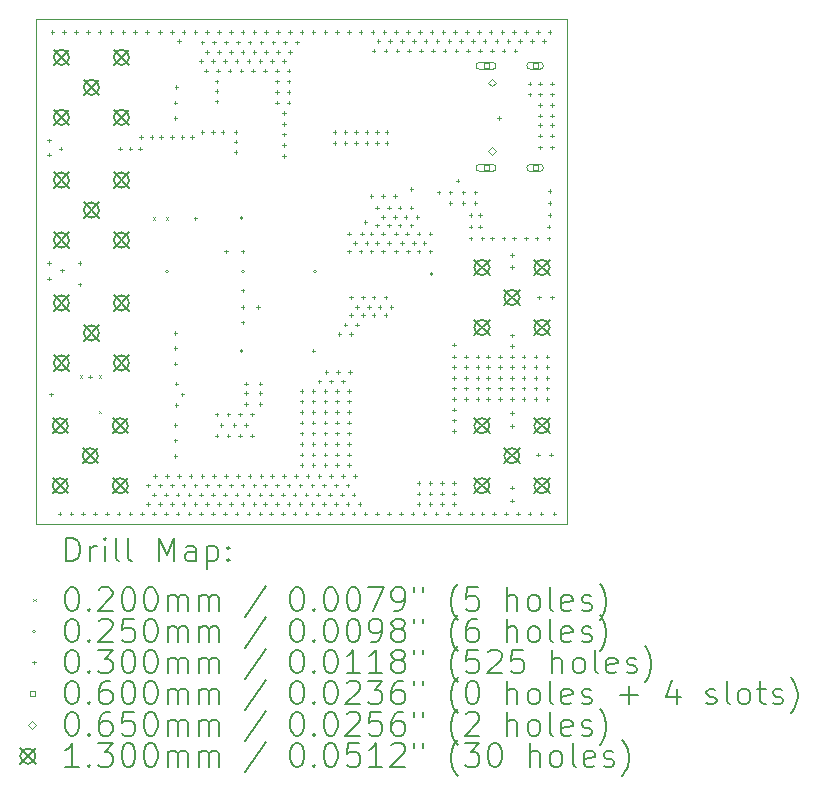
<source format=gbr>
%TF.GenerationSoftware,KiCad,Pcbnew,8.0.2*%
%TF.CreationDate,2024-10-06T11:27:21+02:00*%
%TF.ProjectId,distribution_amp_for_singapore_dude,64697374-7269-4627-9574-696f6e5f616d,rev?*%
%TF.SameCoordinates,Original*%
%TF.FileFunction,Drillmap*%
%TF.FilePolarity,Positive*%
%FSLAX45Y45*%
G04 Gerber Fmt 4.5, Leading zero omitted, Abs format (unit mm)*
G04 Created by KiCad (PCBNEW 8.0.2) date 2024-10-06 11:27:21*
%MOMM*%
%LPD*%
G01*
G04 APERTURE LIST*
%ADD10C,0.050000*%
%ADD11C,0.200000*%
%ADD12C,0.100000*%
%ADD13C,0.130002*%
G04 APERTURE END LIST*
D10*
X10040000Y-8000000D02*
X14540000Y-8000000D01*
X14540000Y-12280000D01*
X10040000Y-12280000D01*
X10040000Y-8000000D01*
D11*
D12*
X10410000Y-11020000D02*
X10430000Y-11040000D01*
X10430000Y-11020000D02*
X10410000Y-11040000D01*
X10570000Y-11020000D02*
X10590000Y-11040000D01*
X10590000Y-11020000D02*
X10570000Y-11040000D01*
X10570000Y-11320000D02*
X10590000Y-11340000D01*
X10590000Y-11320000D02*
X10570000Y-11340000D01*
X11030000Y-9680000D02*
X11050000Y-9700000D01*
X11050000Y-9680000D02*
X11030000Y-9700000D01*
X11140000Y-9680000D02*
X11160000Y-9700000D01*
X11160000Y-9680000D02*
X11140000Y-9700000D01*
X11162500Y-10140000D02*
G75*
G02*
X11137500Y-10140000I-12500J0D01*
G01*
X11137500Y-10140000D02*
G75*
G02*
X11162500Y-10140000I12500J0D01*
G01*
X11792500Y-9690000D02*
G75*
G02*
X11767500Y-9690000I-12500J0D01*
G01*
X11767500Y-9690000D02*
G75*
G02*
X11792500Y-9690000I12500J0D01*
G01*
X11792500Y-10810000D02*
G75*
G02*
X11767500Y-10810000I-12500J0D01*
G01*
X11767500Y-10810000D02*
G75*
G02*
X11792500Y-10810000I12500J0D01*
G01*
X11802500Y-10140000D02*
G75*
G02*
X11777500Y-10140000I-12500J0D01*
G01*
X11777500Y-10140000D02*
G75*
G02*
X11802500Y-10140000I12500J0D01*
G01*
X12412500Y-10140000D02*
G75*
G02*
X12387500Y-10140000I-12500J0D01*
G01*
X12387500Y-10140000D02*
G75*
G02*
X12412500Y-10140000I12500J0D01*
G01*
X13402500Y-10160000D02*
G75*
G02*
X13377500Y-10160000I-12500J0D01*
G01*
X13377500Y-10160000D02*
G75*
G02*
X13402500Y-10160000I12500J0D01*
G01*
X10150000Y-9015000D02*
X10150000Y-9045000D01*
X10135000Y-9030000D02*
X10165000Y-9030000D01*
X10150000Y-9135000D02*
X10150000Y-9165000D01*
X10135000Y-9150000D02*
X10165000Y-9150000D01*
X10150000Y-10055000D02*
X10150000Y-10085000D01*
X10135000Y-10070000D02*
X10165000Y-10070000D01*
X10150000Y-10185000D02*
X10150000Y-10215000D01*
X10135000Y-10200000D02*
X10165000Y-10200000D01*
X10170000Y-11165000D02*
X10170000Y-11195000D01*
X10155000Y-11180000D02*
X10185000Y-11180000D01*
X10180000Y-8095000D02*
X10180000Y-8125000D01*
X10165000Y-8110000D02*
X10195000Y-8110000D01*
X10240000Y-12175000D02*
X10240000Y-12205000D01*
X10225000Y-12190000D02*
X10255000Y-12190000D01*
X10250000Y-9085000D02*
X10250000Y-9115000D01*
X10235000Y-9100000D02*
X10265000Y-9100000D01*
X10260000Y-10115000D02*
X10260000Y-10145000D01*
X10245000Y-10130000D02*
X10275000Y-10130000D01*
X10280000Y-8095000D02*
X10280000Y-8125000D01*
X10265000Y-8110000D02*
X10295000Y-8110000D01*
X10340000Y-12175000D02*
X10340000Y-12205000D01*
X10325000Y-12190000D02*
X10355000Y-12190000D01*
X10380000Y-8095000D02*
X10380000Y-8125000D01*
X10365000Y-8110000D02*
X10395000Y-8110000D01*
X10410000Y-10055000D02*
X10410000Y-10085000D01*
X10395000Y-10070000D02*
X10425000Y-10070000D01*
X10410000Y-10235000D02*
X10410000Y-10265000D01*
X10395000Y-10250000D02*
X10425000Y-10250000D01*
X10440000Y-12175000D02*
X10440000Y-12205000D01*
X10425000Y-12190000D02*
X10455000Y-12190000D01*
X10480000Y-8095000D02*
X10480000Y-8125000D01*
X10465000Y-8110000D02*
X10495000Y-8110000D01*
X10500000Y-11015000D02*
X10500000Y-11045000D01*
X10485000Y-11030000D02*
X10515000Y-11030000D01*
X10540000Y-12175000D02*
X10540000Y-12205000D01*
X10525000Y-12190000D02*
X10555000Y-12190000D01*
X10580000Y-8095000D02*
X10580000Y-8125000D01*
X10565000Y-8110000D02*
X10595000Y-8110000D01*
X10640000Y-12175000D02*
X10640000Y-12205000D01*
X10625000Y-12190000D02*
X10655000Y-12190000D01*
X10680000Y-8095000D02*
X10680000Y-8125000D01*
X10665000Y-8110000D02*
X10695000Y-8110000D01*
X10740000Y-12175000D02*
X10740000Y-12205000D01*
X10725000Y-12190000D02*
X10755000Y-12190000D01*
X10750000Y-9085000D02*
X10750000Y-9115000D01*
X10735000Y-9100000D02*
X10765000Y-9100000D01*
X10780000Y-8095000D02*
X10780000Y-8125000D01*
X10765000Y-8110000D02*
X10795000Y-8110000D01*
X10840000Y-9085000D02*
X10840000Y-9115000D01*
X10825000Y-9100000D02*
X10855000Y-9100000D01*
X10840000Y-12175000D02*
X10840000Y-12205000D01*
X10825000Y-12190000D02*
X10855000Y-12190000D01*
X10880000Y-8095000D02*
X10880000Y-8125000D01*
X10865000Y-8110000D02*
X10895000Y-8110000D01*
X10920000Y-9085000D02*
X10920000Y-9115000D01*
X10905000Y-9100000D02*
X10935000Y-9100000D01*
X10930000Y-8985000D02*
X10930000Y-9015000D01*
X10915000Y-9000000D02*
X10945000Y-9000000D01*
X10940000Y-12175000D02*
X10940000Y-12205000D01*
X10925000Y-12190000D02*
X10955000Y-12190000D01*
X10980000Y-8095000D02*
X10980000Y-8125000D01*
X10965000Y-8110000D02*
X10995000Y-8110000D01*
X10990000Y-11935000D02*
X10990000Y-11965000D01*
X10975000Y-11950000D02*
X11005000Y-11950000D01*
X10990000Y-12095000D02*
X10990000Y-12125000D01*
X10975000Y-12110000D02*
X11005000Y-12110000D01*
X11020000Y-8985000D02*
X11020000Y-9015000D01*
X11005000Y-9000000D02*
X11035000Y-9000000D01*
X11040000Y-12015000D02*
X11040000Y-12045000D01*
X11025000Y-12030000D02*
X11055000Y-12030000D01*
X11040000Y-12175000D02*
X11040000Y-12205000D01*
X11025000Y-12190000D02*
X11055000Y-12190000D01*
X11050000Y-11855000D02*
X11050000Y-11885000D01*
X11035000Y-11870000D02*
X11065000Y-11870000D01*
X11090000Y-8095000D02*
X11090000Y-8125000D01*
X11075000Y-8110000D02*
X11105000Y-8110000D01*
X11090000Y-11935000D02*
X11090000Y-11965000D01*
X11075000Y-11950000D02*
X11105000Y-11950000D01*
X11090000Y-12095000D02*
X11090000Y-12125000D01*
X11075000Y-12110000D02*
X11105000Y-12110000D01*
X11100000Y-8985000D02*
X11100000Y-9015000D01*
X11085000Y-9000000D02*
X11115000Y-9000000D01*
X11140000Y-12015000D02*
X11140000Y-12045000D01*
X11125000Y-12030000D02*
X11155000Y-12030000D01*
X11140000Y-12175000D02*
X11140000Y-12205000D01*
X11125000Y-12190000D02*
X11155000Y-12190000D01*
X11150000Y-11855000D02*
X11150000Y-11885000D01*
X11135000Y-11870000D02*
X11165000Y-11870000D01*
X11190000Y-8095000D02*
X11190000Y-8125000D01*
X11175000Y-8110000D02*
X11205000Y-8110000D01*
X11190000Y-8985000D02*
X11190000Y-9015000D01*
X11175000Y-9000000D02*
X11205000Y-9000000D01*
X11190000Y-11935000D02*
X11190000Y-11965000D01*
X11175000Y-11950000D02*
X11205000Y-11950000D01*
X11190000Y-12095000D02*
X11190000Y-12125000D01*
X11175000Y-12110000D02*
X11205000Y-12110000D01*
X11220000Y-8695000D02*
X11220000Y-8725000D01*
X11205000Y-8710000D02*
X11235000Y-8710000D01*
X11220000Y-8825000D02*
X11220000Y-8855000D01*
X11205000Y-8840000D02*
X11235000Y-8840000D01*
X11220000Y-10645000D02*
X11220000Y-10675000D01*
X11205000Y-10660000D02*
X11235000Y-10660000D01*
X11220000Y-10775000D02*
X11220000Y-10805000D01*
X11205000Y-10790000D02*
X11235000Y-10790000D01*
X11220000Y-10905000D02*
X11220000Y-10935000D01*
X11205000Y-10920000D02*
X11235000Y-10920000D01*
X11220000Y-11425000D02*
X11220000Y-11455000D01*
X11205000Y-11440000D02*
X11235000Y-11440000D01*
X11220000Y-11555000D02*
X11220000Y-11585000D01*
X11205000Y-11570000D02*
X11235000Y-11570000D01*
X11220000Y-11685000D02*
X11220000Y-11715000D01*
X11205000Y-11700000D02*
X11235000Y-11700000D01*
X11230000Y-8565000D02*
X11230000Y-8595000D01*
X11215000Y-8580000D02*
X11245000Y-8580000D01*
X11230000Y-11075000D02*
X11230000Y-11105000D01*
X11215000Y-11090000D02*
X11245000Y-11090000D01*
X11230000Y-11255000D02*
X11230000Y-11285000D01*
X11215000Y-11270000D02*
X11245000Y-11270000D01*
X11240000Y-12015000D02*
X11240000Y-12045000D01*
X11225000Y-12030000D02*
X11255000Y-12030000D01*
X11240000Y-12175000D02*
X11240000Y-12205000D01*
X11225000Y-12190000D02*
X11255000Y-12190000D01*
X11250000Y-8175000D02*
X11250000Y-8205000D01*
X11235000Y-8190000D02*
X11265000Y-8190000D01*
X11250000Y-11855000D02*
X11250000Y-11885000D01*
X11235000Y-11870000D02*
X11265000Y-11870000D01*
X11280000Y-8985000D02*
X11280000Y-9015000D01*
X11265000Y-9000000D02*
X11295000Y-9000000D01*
X11280000Y-11165000D02*
X11280000Y-11195000D01*
X11265000Y-11180000D02*
X11295000Y-11180000D01*
X11290000Y-8095000D02*
X11290000Y-8125000D01*
X11275000Y-8110000D02*
X11305000Y-8110000D01*
X11290000Y-11935000D02*
X11290000Y-11965000D01*
X11275000Y-11950000D02*
X11305000Y-11950000D01*
X11290000Y-12095000D02*
X11290000Y-12125000D01*
X11275000Y-12110000D02*
X11305000Y-12110000D01*
X11340000Y-12015000D02*
X11340000Y-12045000D01*
X11325000Y-12030000D02*
X11355000Y-12030000D01*
X11340000Y-12175000D02*
X11340000Y-12205000D01*
X11325000Y-12190000D02*
X11355000Y-12190000D01*
X11350000Y-11855000D02*
X11350000Y-11885000D01*
X11335000Y-11870000D02*
X11365000Y-11870000D01*
X11360000Y-8985000D02*
X11360000Y-9015000D01*
X11345000Y-9000000D02*
X11375000Y-9000000D01*
X11390000Y-8095000D02*
X11390000Y-8125000D01*
X11375000Y-8110000D02*
X11405000Y-8110000D01*
X11390000Y-9675000D02*
X11390000Y-9705000D01*
X11375000Y-9690000D02*
X11405000Y-9690000D01*
X11390000Y-11935000D02*
X11390000Y-11965000D01*
X11375000Y-11950000D02*
X11405000Y-11950000D01*
X11390000Y-12095000D02*
X11390000Y-12125000D01*
X11375000Y-12110000D02*
X11405000Y-12110000D01*
X11440000Y-8345000D02*
X11440000Y-8375000D01*
X11425000Y-8360000D02*
X11455000Y-8360000D01*
X11440000Y-12015000D02*
X11440000Y-12045000D01*
X11425000Y-12030000D02*
X11455000Y-12030000D01*
X11440000Y-12175000D02*
X11440000Y-12205000D01*
X11425000Y-12190000D02*
X11455000Y-12190000D01*
X11450000Y-8185000D02*
X11450000Y-8215000D01*
X11435000Y-8200000D02*
X11465000Y-8200000D01*
X11450000Y-8945000D02*
X11450000Y-8975000D01*
X11435000Y-8960000D02*
X11465000Y-8960000D01*
X11450000Y-11855000D02*
X11450000Y-11885000D01*
X11435000Y-11870000D02*
X11465000Y-11870000D01*
X11480000Y-8425000D02*
X11480000Y-8455000D01*
X11465000Y-8440000D02*
X11495000Y-8440000D01*
X11490000Y-8095000D02*
X11490000Y-8125000D01*
X11475000Y-8110000D02*
X11505000Y-8110000D01*
X11490000Y-8265000D02*
X11490000Y-8295000D01*
X11475000Y-8280000D02*
X11505000Y-8280000D01*
X11490000Y-11935000D02*
X11490000Y-11965000D01*
X11475000Y-11950000D02*
X11505000Y-11950000D01*
X11490000Y-12095000D02*
X11490000Y-12125000D01*
X11475000Y-12110000D02*
X11505000Y-12110000D01*
X11540000Y-8345000D02*
X11540000Y-8375000D01*
X11525000Y-8360000D02*
X11555000Y-8360000D01*
X11540000Y-8945000D02*
X11540000Y-8975000D01*
X11525000Y-8960000D02*
X11555000Y-8960000D01*
X11540000Y-12015000D02*
X11540000Y-12045000D01*
X11525000Y-12030000D02*
X11555000Y-12030000D01*
X11540000Y-12175000D02*
X11540000Y-12205000D01*
X11525000Y-12190000D02*
X11555000Y-12190000D01*
X11550000Y-8185000D02*
X11550000Y-8215000D01*
X11535000Y-8200000D02*
X11565000Y-8200000D01*
X11550000Y-11855000D02*
X11550000Y-11885000D01*
X11535000Y-11870000D02*
X11565000Y-11870000D01*
X11570000Y-8515000D02*
X11570000Y-8545000D01*
X11555000Y-8530000D02*
X11585000Y-8530000D01*
X11570000Y-8595000D02*
X11570000Y-8625000D01*
X11555000Y-8610000D02*
X11585000Y-8610000D01*
X11570000Y-8685000D02*
X11570000Y-8715000D01*
X11555000Y-8700000D02*
X11585000Y-8700000D01*
X11570000Y-11335000D02*
X11570000Y-11365000D01*
X11555000Y-11350000D02*
X11585000Y-11350000D01*
X11570000Y-11515000D02*
X11570000Y-11545000D01*
X11555000Y-11530000D02*
X11585000Y-11530000D01*
X11580000Y-8425000D02*
X11580000Y-8455000D01*
X11565000Y-8440000D02*
X11595000Y-8440000D01*
X11590000Y-8095000D02*
X11590000Y-8125000D01*
X11575000Y-8110000D02*
X11605000Y-8110000D01*
X11590000Y-8265000D02*
X11590000Y-8295000D01*
X11575000Y-8280000D02*
X11605000Y-8280000D01*
X11590000Y-11935000D02*
X11590000Y-11965000D01*
X11575000Y-11950000D02*
X11605000Y-11950000D01*
X11590000Y-12095000D02*
X11590000Y-12125000D01*
X11575000Y-12110000D02*
X11605000Y-12110000D01*
X11610000Y-11425000D02*
X11610000Y-11455000D01*
X11595000Y-11440000D02*
X11625000Y-11440000D01*
X11620000Y-8945000D02*
X11620000Y-8975000D01*
X11605000Y-8960000D02*
X11635000Y-8960000D01*
X11640000Y-8345000D02*
X11640000Y-8375000D01*
X11625000Y-8360000D02*
X11655000Y-8360000D01*
X11640000Y-12015000D02*
X11640000Y-12045000D01*
X11625000Y-12030000D02*
X11655000Y-12030000D01*
X11640000Y-12175000D02*
X11640000Y-12205000D01*
X11625000Y-12190000D02*
X11655000Y-12190000D01*
X11650000Y-8185000D02*
X11650000Y-8215000D01*
X11635000Y-8200000D02*
X11665000Y-8200000D01*
X11650000Y-9955000D02*
X11650000Y-9985000D01*
X11635000Y-9970000D02*
X11665000Y-9970000D01*
X11650000Y-11855000D02*
X11650000Y-11885000D01*
X11635000Y-11870000D02*
X11665000Y-11870000D01*
X11670000Y-11335000D02*
X11670000Y-11365000D01*
X11655000Y-11350000D02*
X11685000Y-11350000D01*
X11670000Y-11515000D02*
X11670000Y-11545000D01*
X11655000Y-11530000D02*
X11685000Y-11530000D01*
X11680000Y-8425000D02*
X11680000Y-8455000D01*
X11665000Y-8440000D02*
X11695000Y-8440000D01*
X11690000Y-8095000D02*
X11690000Y-8125000D01*
X11675000Y-8110000D02*
X11705000Y-8110000D01*
X11690000Y-8265000D02*
X11690000Y-8295000D01*
X11675000Y-8280000D02*
X11705000Y-8280000D01*
X11690000Y-11935000D02*
X11690000Y-11965000D01*
X11675000Y-11950000D02*
X11705000Y-11950000D01*
X11690000Y-12095000D02*
X11690000Y-12125000D01*
X11675000Y-12110000D02*
X11705000Y-12110000D01*
X11720000Y-11425000D02*
X11720000Y-11455000D01*
X11705000Y-11440000D02*
X11735000Y-11440000D01*
X11730000Y-8945000D02*
X11730000Y-8975000D01*
X11715000Y-8960000D02*
X11745000Y-8960000D01*
X11730000Y-9025000D02*
X11730000Y-9055000D01*
X11715000Y-9040000D02*
X11745000Y-9040000D01*
X11730000Y-9115000D02*
X11730000Y-9145000D01*
X11715000Y-9130000D02*
X11745000Y-9130000D01*
X11740000Y-8345000D02*
X11740000Y-8375000D01*
X11725000Y-8360000D02*
X11755000Y-8360000D01*
X11740000Y-12015000D02*
X11740000Y-12045000D01*
X11725000Y-12030000D02*
X11755000Y-12030000D01*
X11740000Y-12175000D02*
X11740000Y-12205000D01*
X11725000Y-12190000D02*
X11755000Y-12190000D01*
X11750000Y-8185000D02*
X11750000Y-8215000D01*
X11735000Y-8200000D02*
X11765000Y-8200000D01*
X11750000Y-11855000D02*
X11750000Y-11885000D01*
X11735000Y-11870000D02*
X11765000Y-11870000D01*
X11770000Y-11335000D02*
X11770000Y-11365000D01*
X11755000Y-11350000D02*
X11785000Y-11350000D01*
X11770000Y-11515000D02*
X11770000Y-11545000D01*
X11755000Y-11530000D02*
X11785000Y-11530000D01*
X11780000Y-8425000D02*
X11780000Y-8455000D01*
X11765000Y-8440000D02*
X11795000Y-8440000D01*
X11790000Y-8095000D02*
X11790000Y-8125000D01*
X11775000Y-8110000D02*
X11805000Y-8110000D01*
X11790000Y-8265000D02*
X11790000Y-8295000D01*
X11775000Y-8280000D02*
X11805000Y-8280000D01*
X11790000Y-9955000D02*
X11790000Y-9985000D01*
X11775000Y-9970000D02*
X11805000Y-9970000D01*
X11790000Y-10285000D02*
X11790000Y-10315000D01*
X11775000Y-10300000D02*
X11805000Y-10300000D01*
X11790000Y-10425000D02*
X11790000Y-10455000D01*
X11775000Y-10440000D02*
X11805000Y-10440000D01*
X11790000Y-10555000D02*
X11790000Y-10585000D01*
X11775000Y-10570000D02*
X11805000Y-10570000D01*
X11790000Y-11935000D02*
X11790000Y-11965000D01*
X11775000Y-11950000D02*
X11805000Y-11950000D01*
X11790000Y-12095000D02*
X11790000Y-12125000D01*
X11775000Y-12110000D02*
X11805000Y-12110000D01*
X11820000Y-11075000D02*
X11820000Y-11105000D01*
X11805000Y-11090000D02*
X11835000Y-11090000D01*
X11820000Y-11155000D02*
X11820000Y-11185000D01*
X11805000Y-11170000D02*
X11835000Y-11170000D01*
X11820000Y-11245000D02*
X11820000Y-11275000D01*
X11805000Y-11260000D02*
X11835000Y-11260000D01*
X11820000Y-11425000D02*
X11820000Y-11455000D01*
X11805000Y-11440000D02*
X11835000Y-11440000D01*
X11840000Y-8345000D02*
X11840000Y-8375000D01*
X11825000Y-8360000D02*
X11855000Y-8360000D01*
X11840000Y-12015000D02*
X11840000Y-12045000D01*
X11825000Y-12030000D02*
X11855000Y-12030000D01*
X11840000Y-12175000D02*
X11840000Y-12205000D01*
X11825000Y-12190000D02*
X11855000Y-12190000D01*
X11850000Y-8185000D02*
X11850000Y-8215000D01*
X11835000Y-8200000D02*
X11865000Y-8200000D01*
X11850000Y-11855000D02*
X11850000Y-11885000D01*
X11835000Y-11870000D02*
X11865000Y-11870000D01*
X11870000Y-11335000D02*
X11870000Y-11365000D01*
X11855000Y-11350000D02*
X11885000Y-11350000D01*
X11870000Y-11515000D02*
X11870000Y-11545000D01*
X11855000Y-11530000D02*
X11885000Y-11530000D01*
X11880000Y-8425000D02*
X11880000Y-8455000D01*
X11865000Y-8440000D02*
X11895000Y-8440000D01*
X11890000Y-8095000D02*
X11890000Y-8125000D01*
X11875000Y-8110000D02*
X11905000Y-8110000D01*
X11890000Y-8265000D02*
X11890000Y-8295000D01*
X11875000Y-8280000D02*
X11905000Y-8280000D01*
X11890000Y-11935000D02*
X11890000Y-11965000D01*
X11875000Y-11950000D02*
X11905000Y-11950000D01*
X11890000Y-12095000D02*
X11890000Y-12125000D01*
X11875000Y-12110000D02*
X11905000Y-12110000D01*
X11920000Y-10425000D02*
X11920000Y-10455000D01*
X11905000Y-10440000D02*
X11935000Y-10440000D01*
X11940000Y-8345000D02*
X11940000Y-8375000D01*
X11925000Y-8360000D02*
X11955000Y-8360000D01*
X11940000Y-11075000D02*
X11940000Y-11105000D01*
X11925000Y-11090000D02*
X11955000Y-11090000D01*
X11940000Y-11155000D02*
X11940000Y-11185000D01*
X11925000Y-11170000D02*
X11955000Y-11170000D01*
X11940000Y-11245000D02*
X11940000Y-11275000D01*
X11925000Y-11260000D02*
X11955000Y-11260000D01*
X11940000Y-12015000D02*
X11940000Y-12045000D01*
X11925000Y-12030000D02*
X11955000Y-12030000D01*
X11940000Y-12175000D02*
X11940000Y-12205000D01*
X11925000Y-12190000D02*
X11955000Y-12190000D01*
X11950000Y-8185000D02*
X11950000Y-8215000D01*
X11935000Y-8200000D02*
X11965000Y-8200000D01*
X11950000Y-11855000D02*
X11950000Y-11885000D01*
X11935000Y-11870000D02*
X11965000Y-11870000D01*
X11980000Y-8425000D02*
X11980000Y-8455000D01*
X11965000Y-8440000D02*
X11995000Y-8440000D01*
X11980000Y-11935000D02*
X11980000Y-11965000D01*
X11965000Y-11950000D02*
X11995000Y-11950000D01*
X11980000Y-12095000D02*
X11980000Y-12125000D01*
X11965000Y-12110000D02*
X11995000Y-12110000D01*
X11990000Y-8095000D02*
X11990000Y-8125000D01*
X11975000Y-8110000D02*
X12005000Y-8110000D01*
X11990000Y-8265000D02*
X11990000Y-8295000D01*
X11975000Y-8280000D02*
X12005000Y-8280000D01*
X12030000Y-12015000D02*
X12030000Y-12045000D01*
X12015000Y-12030000D02*
X12045000Y-12030000D01*
X12030000Y-12175000D02*
X12030000Y-12205000D01*
X12015000Y-12190000D02*
X12045000Y-12190000D01*
X12040000Y-8345000D02*
X12040000Y-8375000D01*
X12025000Y-8360000D02*
X12055000Y-8360000D01*
X12040000Y-11855000D02*
X12040000Y-11885000D01*
X12025000Y-11870000D02*
X12055000Y-11870000D01*
X12050000Y-8185000D02*
X12050000Y-8215000D01*
X12035000Y-8200000D02*
X12065000Y-8200000D01*
X12080000Y-8425000D02*
X12080000Y-8455000D01*
X12065000Y-8440000D02*
X12095000Y-8440000D01*
X12080000Y-8515000D02*
X12080000Y-8545000D01*
X12065000Y-8530000D02*
X12095000Y-8530000D01*
X12080000Y-8605000D02*
X12080000Y-8635000D01*
X12065000Y-8620000D02*
X12095000Y-8620000D01*
X12080000Y-8695000D02*
X12080000Y-8725000D01*
X12065000Y-8710000D02*
X12095000Y-8710000D01*
X12080000Y-11935000D02*
X12080000Y-11965000D01*
X12065000Y-11950000D02*
X12095000Y-11950000D01*
X12080000Y-12095000D02*
X12080000Y-12125000D01*
X12065000Y-12110000D02*
X12095000Y-12110000D01*
X12090000Y-8095000D02*
X12090000Y-8125000D01*
X12075000Y-8110000D02*
X12105000Y-8110000D01*
X12090000Y-8265000D02*
X12090000Y-8295000D01*
X12075000Y-8280000D02*
X12105000Y-8280000D01*
X12130000Y-12015000D02*
X12130000Y-12045000D01*
X12115000Y-12030000D02*
X12145000Y-12030000D01*
X12130000Y-12175000D02*
X12130000Y-12205000D01*
X12115000Y-12190000D02*
X12145000Y-12190000D01*
X12140000Y-8345000D02*
X12140000Y-8375000D01*
X12125000Y-8360000D02*
X12155000Y-8360000D01*
X12140000Y-8785000D02*
X12140000Y-8815000D01*
X12125000Y-8800000D02*
X12155000Y-8800000D01*
X12140000Y-8875000D02*
X12140000Y-8905000D01*
X12125000Y-8890000D02*
X12155000Y-8890000D01*
X12140000Y-8965000D02*
X12140000Y-8995000D01*
X12125000Y-8980000D02*
X12155000Y-8980000D01*
X12140000Y-9055000D02*
X12140000Y-9085000D01*
X12125000Y-9070000D02*
X12155000Y-9070000D01*
X12140000Y-9145000D02*
X12140000Y-9175000D01*
X12125000Y-9160000D02*
X12155000Y-9160000D01*
X12140000Y-11855000D02*
X12140000Y-11885000D01*
X12125000Y-11870000D02*
X12155000Y-11870000D01*
X12150000Y-8185000D02*
X12150000Y-8215000D01*
X12135000Y-8200000D02*
X12165000Y-8200000D01*
X12180000Y-8425000D02*
X12180000Y-8455000D01*
X12165000Y-8440000D02*
X12195000Y-8440000D01*
X12180000Y-8515000D02*
X12180000Y-8545000D01*
X12165000Y-8530000D02*
X12195000Y-8530000D01*
X12180000Y-8605000D02*
X12180000Y-8635000D01*
X12165000Y-8620000D02*
X12195000Y-8620000D01*
X12180000Y-8695000D02*
X12180000Y-8725000D01*
X12165000Y-8710000D02*
X12195000Y-8710000D01*
X12180000Y-11935000D02*
X12180000Y-11965000D01*
X12165000Y-11950000D02*
X12195000Y-11950000D01*
X12180000Y-12095000D02*
X12180000Y-12125000D01*
X12165000Y-12110000D02*
X12195000Y-12110000D01*
X12190000Y-8095000D02*
X12190000Y-8125000D01*
X12175000Y-8110000D02*
X12205000Y-8110000D01*
X12190000Y-8265000D02*
X12190000Y-8295000D01*
X12175000Y-8280000D02*
X12205000Y-8280000D01*
X12230000Y-12015000D02*
X12230000Y-12045000D01*
X12215000Y-12030000D02*
X12245000Y-12030000D01*
X12230000Y-12175000D02*
X12230000Y-12205000D01*
X12215000Y-12190000D02*
X12245000Y-12190000D01*
X12240000Y-11855000D02*
X12240000Y-11885000D01*
X12225000Y-11870000D02*
X12255000Y-11870000D01*
X12250000Y-8185000D02*
X12250000Y-8215000D01*
X12235000Y-8200000D02*
X12265000Y-8200000D01*
X12280000Y-11935000D02*
X12280000Y-11965000D01*
X12265000Y-11950000D02*
X12295000Y-11950000D01*
X12280000Y-12095000D02*
X12280000Y-12125000D01*
X12265000Y-12110000D02*
X12295000Y-12110000D01*
X12290000Y-8095000D02*
X12290000Y-8125000D01*
X12275000Y-8110000D02*
X12305000Y-8110000D01*
X12290000Y-11135000D02*
X12290000Y-11165000D01*
X12275000Y-11150000D02*
X12305000Y-11150000D01*
X12290000Y-11225000D02*
X12290000Y-11255000D01*
X12275000Y-11240000D02*
X12305000Y-11240000D01*
X12290000Y-11315000D02*
X12290000Y-11345000D01*
X12275000Y-11330000D02*
X12305000Y-11330000D01*
X12290000Y-11405000D02*
X12290000Y-11435000D01*
X12275000Y-11420000D02*
X12305000Y-11420000D01*
X12290000Y-11495000D02*
X12290000Y-11525000D01*
X12275000Y-11510000D02*
X12305000Y-11510000D01*
X12290000Y-11585000D02*
X12290000Y-11615000D01*
X12275000Y-11600000D02*
X12305000Y-11600000D01*
X12290000Y-11675000D02*
X12290000Y-11705000D01*
X12275000Y-11690000D02*
X12305000Y-11690000D01*
X12290000Y-11765000D02*
X12290000Y-11795000D01*
X12275000Y-11780000D02*
X12305000Y-11780000D01*
X12330000Y-12015000D02*
X12330000Y-12045000D01*
X12315000Y-12030000D02*
X12345000Y-12030000D01*
X12330000Y-12175000D02*
X12330000Y-12205000D01*
X12315000Y-12190000D02*
X12345000Y-12190000D01*
X12340000Y-11855000D02*
X12340000Y-11885000D01*
X12325000Y-11870000D02*
X12355000Y-11870000D01*
X12380000Y-11935000D02*
X12380000Y-11965000D01*
X12365000Y-11950000D02*
X12395000Y-11950000D01*
X12380000Y-12095000D02*
X12380000Y-12125000D01*
X12365000Y-12110000D02*
X12395000Y-12110000D01*
X12390000Y-8095000D02*
X12390000Y-8125000D01*
X12375000Y-8110000D02*
X12405000Y-8110000D01*
X12390000Y-10795000D02*
X12390000Y-10825000D01*
X12375000Y-10810000D02*
X12405000Y-10810000D01*
X12390000Y-11135000D02*
X12390000Y-11165000D01*
X12375000Y-11150000D02*
X12405000Y-11150000D01*
X12390000Y-11225000D02*
X12390000Y-11255000D01*
X12375000Y-11240000D02*
X12405000Y-11240000D01*
X12390000Y-11315000D02*
X12390000Y-11345000D01*
X12375000Y-11330000D02*
X12405000Y-11330000D01*
X12390000Y-11405000D02*
X12390000Y-11435000D01*
X12375000Y-11420000D02*
X12405000Y-11420000D01*
X12390000Y-11495000D02*
X12390000Y-11525000D01*
X12375000Y-11510000D02*
X12405000Y-11510000D01*
X12390000Y-11585000D02*
X12390000Y-11615000D01*
X12375000Y-11600000D02*
X12405000Y-11600000D01*
X12390000Y-11675000D02*
X12390000Y-11705000D01*
X12375000Y-11690000D02*
X12405000Y-11690000D01*
X12390000Y-11765000D02*
X12390000Y-11795000D01*
X12375000Y-11780000D02*
X12405000Y-11780000D01*
X12430000Y-12015000D02*
X12430000Y-12045000D01*
X12415000Y-12030000D02*
X12445000Y-12030000D01*
X12430000Y-12175000D02*
X12430000Y-12205000D01*
X12415000Y-12190000D02*
X12445000Y-12190000D01*
X12440000Y-11055000D02*
X12440000Y-11085000D01*
X12425000Y-11070000D02*
X12455000Y-11070000D01*
X12440000Y-11855000D02*
X12440000Y-11885000D01*
X12425000Y-11870000D02*
X12455000Y-11870000D01*
X12480000Y-11935000D02*
X12480000Y-11965000D01*
X12465000Y-11950000D02*
X12495000Y-11950000D01*
X12480000Y-12095000D02*
X12480000Y-12125000D01*
X12465000Y-12110000D02*
X12495000Y-12110000D01*
X12490000Y-8095000D02*
X12490000Y-8125000D01*
X12475000Y-8110000D02*
X12505000Y-8110000D01*
X12490000Y-11135000D02*
X12490000Y-11165000D01*
X12475000Y-11150000D02*
X12505000Y-11150000D01*
X12490000Y-11225000D02*
X12490000Y-11255000D01*
X12475000Y-11240000D02*
X12505000Y-11240000D01*
X12490000Y-11315000D02*
X12490000Y-11345000D01*
X12475000Y-11330000D02*
X12505000Y-11330000D01*
X12490000Y-11405000D02*
X12490000Y-11435000D01*
X12475000Y-11420000D02*
X12505000Y-11420000D01*
X12490000Y-11495000D02*
X12490000Y-11525000D01*
X12475000Y-11510000D02*
X12505000Y-11510000D01*
X12490000Y-11585000D02*
X12490000Y-11615000D01*
X12475000Y-11600000D02*
X12505000Y-11600000D01*
X12490000Y-11675000D02*
X12490000Y-11705000D01*
X12475000Y-11690000D02*
X12505000Y-11690000D01*
X12490000Y-11765000D02*
X12490000Y-11795000D01*
X12475000Y-11780000D02*
X12505000Y-11780000D01*
X12500000Y-10975000D02*
X12500000Y-11005000D01*
X12485000Y-10990000D02*
X12515000Y-10990000D01*
X12530000Y-12015000D02*
X12530000Y-12045000D01*
X12515000Y-12030000D02*
X12545000Y-12030000D01*
X12530000Y-12175000D02*
X12530000Y-12205000D01*
X12515000Y-12190000D02*
X12545000Y-12190000D01*
X12540000Y-11055000D02*
X12540000Y-11085000D01*
X12525000Y-11070000D02*
X12555000Y-11070000D01*
X12540000Y-11855000D02*
X12540000Y-11885000D01*
X12525000Y-11870000D02*
X12555000Y-11870000D01*
X12570000Y-8945000D02*
X12570000Y-8975000D01*
X12555000Y-8960000D02*
X12585000Y-8960000D01*
X12570000Y-9035000D02*
X12570000Y-9065000D01*
X12555000Y-9050000D02*
X12585000Y-9050000D01*
X12580000Y-11935000D02*
X12580000Y-11965000D01*
X12565000Y-11950000D02*
X12595000Y-11950000D01*
X12580000Y-12095000D02*
X12580000Y-12125000D01*
X12565000Y-12110000D02*
X12595000Y-12110000D01*
X12590000Y-8095000D02*
X12590000Y-8125000D01*
X12575000Y-8110000D02*
X12605000Y-8110000D01*
X12590000Y-11135000D02*
X12590000Y-11165000D01*
X12575000Y-11150000D02*
X12605000Y-11150000D01*
X12590000Y-11225000D02*
X12590000Y-11255000D01*
X12575000Y-11240000D02*
X12605000Y-11240000D01*
X12590000Y-11315000D02*
X12590000Y-11345000D01*
X12575000Y-11330000D02*
X12605000Y-11330000D01*
X12590000Y-11405000D02*
X12590000Y-11435000D01*
X12575000Y-11420000D02*
X12605000Y-11420000D01*
X12590000Y-11495000D02*
X12590000Y-11525000D01*
X12575000Y-11510000D02*
X12605000Y-11510000D01*
X12590000Y-11585000D02*
X12590000Y-11615000D01*
X12575000Y-11600000D02*
X12605000Y-11600000D01*
X12590000Y-11675000D02*
X12590000Y-11705000D01*
X12575000Y-11690000D02*
X12605000Y-11690000D01*
X12590000Y-11765000D02*
X12590000Y-11795000D01*
X12575000Y-11780000D02*
X12605000Y-11780000D01*
X12600000Y-10975000D02*
X12600000Y-11005000D01*
X12585000Y-10990000D02*
X12615000Y-10990000D01*
X12610000Y-10655000D02*
X12610000Y-10685000D01*
X12595000Y-10670000D02*
X12625000Y-10670000D01*
X12630000Y-12015000D02*
X12630000Y-12045000D01*
X12615000Y-12030000D02*
X12645000Y-12030000D01*
X12630000Y-12175000D02*
X12630000Y-12205000D01*
X12615000Y-12190000D02*
X12645000Y-12190000D01*
X12640000Y-11055000D02*
X12640000Y-11085000D01*
X12625000Y-11070000D02*
X12655000Y-11070000D01*
X12640000Y-11855000D02*
X12640000Y-11885000D01*
X12625000Y-11870000D02*
X12655000Y-11870000D01*
X12660000Y-8945000D02*
X12660000Y-8975000D01*
X12645000Y-8960000D02*
X12675000Y-8960000D01*
X12660000Y-9035000D02*
X12660000Y-9065000D01*
X12645000Y-9050000D02*
X12675000Y-9050000D01*
X12660000Y-10575000D02*
X12660000Y-10605000D01*
X12645000Y-10590000D02*
X12675000Y-10590000D01*
X12680000Y-11935000D02*
X12680000Y-11965000D01*
X12665000Y-11950000D02*
X12695000Y-11950000D01*
X12680000Y-12095000D02*
X12680000Y-12125000D01*
X12665000Y-12110000D02*
X12695000Y-12110000D01*
X12690000Y-8095000D02*
X12690000Y-8125000D01*
X12675000Y-8110000D02*
X12705000Y-8110000D01*
X12690000Y-9805000D02*
X12690000Y-9835000D01*
X12675000Y-9820000D02*
X12705000Y-9820000D01*
X12690000Y-9955000D02*
X12690000Y-9985000D01*
X12675000Y-9970000D02*
X12705000Y-9970000D01*
X12690000Y-11135000D02*
X12690000Y-11165000D01*
X12675000Y-11150000D02*
X12705000Y-11150000D01*
X12690000Y-11225000D02*
X12690000Y-11255000D01*
X12675000Y-11240000D02*
X12705000Y-11240000D01*
X12690000Y-11315000D02*
X12690000Y-11345000D01*
X12675000Y-11330000D02*
X12705000Y-11330000D01*
X12690000Y-11405000D02*
X12690000Y-11435000D01*
X12675000Y-11420000D02*
X12705000Y-11420000D01*
X12690000Y-11495000D02*
X12690000Y-11525000D01*
X12675000Y-11510000D02*
X12705000Y-11510000D01*
X12690000Y-11585000D02*
X12690000Y-11615000D01*
X12675000Y-11600000D02*
X12705000Y-11600000D01*
X12690000Y-11675000D02*
X12690000Y-11705000D01*
X12675000Y-11690000D02*
X12705000Y-11690000D01*
X12690000Y-11765000D02*
X12690000Y-11795000D01*
X12675000Y-11780000D02*
X12705000Y-11780000D01*
X12700000Y-10975000D02*
X12700000Y-11005000D01*
X12685000Y-10990000D02*
X12715000Y-10990000D01*
X12710000Y-10345000D02*
X12710000Y-10375000D01*
X12695000Y-10360000D02*
X12725000Y-10360000D01*
X12710000Y-10495000D02*
X12710000Y-10525000D01*
X12695000Y-10510000D02*
X12725000Y-10510000D01*
X12710000Y-10655000D02*
X12710000Y-10685000D01*
X12695000Y-10670000D02*
X12725000Y-10670000D01*
X12730000Y-12015000D02*
X12730000Y-12045000D01*
X12715000Y-12030000D02*
X12745000Y-12030000D01*
X12730000Y-12175000D02*
X12730000Y-12205000D01*
X12715000Y-12190000D02*
X12745000Y-12190000D01*
X12740000Y-9885000D02*
X12740000Y-9915000D01*
X12725000Y-9900000D02*
X12755000Y-9900000D01*
X12740000Y-11855000D02*
X12740000Y-11885000D01*
X12725000Y-11870000D02*
X12755000Y-11870000D01*
X12750000Y-8945000D02*
X12750000Y-8975000D01*
X12735000Y-8960000D02*
X12765000Y-8960000D01*
X12750000Y-9035000D02*
X12750000Y-9065000D01*
X12735000Y-9050000D02*
X12765000Y-9050000D01*
X12760000Y-10425000D02*
X12760000Y-10455000D01*
X12745000Y-10440000D02*
X12775000Y-10440000D01*
X12760000Y-10575000D02*
X12760000Y-10605000D01*
X12745000Y-10590000D02*
X12775000Y-10590000D01*
X12780000Y-12095000D02*
X12780000Y-12125000D01*
X12765000Y-12110000D02*
X12795000Y-12110000D01*
X12790000Y-8095000D02*
X12790000Y-8125000D01*
X12775000Y-8110000D02*
X12805000Y-8110000D01*
X12790000Y-9955000D02*
X12790000Y-9985000D01*
X12775000Y-9970000D02*
X12805000Y-9970000D01*
X12800000Y-9805000D02*
X12800000Y-9835000D01*
X12785000Y-9820000D02*
X12815000Y-9820000D01*
X12810000Y-10345000D02*
X12810000Y-10375000D01*
X12795000Y-10360000D02*
X12825000Y-10360000D01*
X12810000Y-10495000D02*
X12810000Y-10525000D01*
X12795000Y-10510000D02*
X12825000Y-10510000D01*
X12830000Y-9705000D02*
X12830000Y-9735000D01*
X12815000Y-9720000D02*
X12845000Y-9720000D01*
X12830000Y-12175000D02*
X12830000Y-12205000D01*
X12815000Y-12190000D02*
X12845000Y-12190000D01*
X12840000Y-8945000D02*
X12840000Y-8975000D01*
X12825000Y-8960000D02*
X12855000Y-8960000D01*
X12840000Y-9035000D02*
X12840000Y-9065000D01*
X12825000Y-9050000D02*
X12855000Y-9050000D01*
X12840000Y-9885000D02*
X12840000Y-9915000D01*
X12825000Y-9900000D02*
X12855000Y-9900000D01*
X12860000Y-10425000D02*
X12860000Y-10455000D01*
X12845000Y-10440000D02*
X12875000Y-10440000D01*
X12880000Y-9485000D02*
X12880000Y-9515000D01*
X12865000Y-9500000D02*
X12895000Y-9500000D01*
X12880000Y-9805000D02*
X12880000Y-9835000D01*
X12865000Y-9820000D02*
X12895000Y-9820000D01*
X12880000Y-9955000D02*
X12880000Y-9985000D01*
X12865000Y-9970000D02*
X12895000Y-9970000D01*
X12890000Y-8095000D02*
X12890000Y-8125000D01*
X12875000Y-8110000D02*
X12905000Y-8110000D01*
X12900000Y-8255000D02*
X12900000Y-8285000D01*
X12885000Y-8270000D02*
X12915000Y-8270000D01*
X12900000Y-10345000D02*
X12900000Y-10375000D01*
X12885000Y-10360000D02*
X12915000Y-10360000D01*
X12900000Y-10495000D02*
X12900000Y-10525000D01*
X12885000Y-10510000D02*
X12915000Y-10510000D01*
X12930000Y-8945000D02*
X12930000Y-8975000D01*
X12915000Y-8960000D02*
X12945000Y-8960000D01*
X12930000Y-9035000D02*
X12930000Y-9065000D01*
X12915000Y-9050000D02*
X12945000Y-9050000D01*
X12930000Y-9585000D02*
X12930000Y-9615000D01*
X12915000Y-9600000D02*
X12945000Y-9600000D01*
X12930000Y-9735000D02*
X12930000Y-9765000D01*
X12915000Y-9750000D02*
X12945000Y-9750000D01*
X12930000Y-9885000D02*
X12930000Y-9915000D01*
X12915000Y-9900000D02*
X12945000Y-9900000D01*
X12930000Y-12175000D02*
X12930000Y-12205000D01*
X12915000Y-12190000D02*
X12945000Y-12190000D01*
X12940000Y-8175000D02*
X12940000Y-8205000D01*
X12925000Y-8190000D02*
X12955000Y-8190000D01*
X12950000Y-10425000D02*
X12950000Y-10455000D01*
X12935000Y-10440000D02*
X12965000Y-10440000D01*
X12980000Y-9485000D02*
X12980000Y-9515000D01*
X12965000Y-9500000D02*
X12995000Y-9500000D01*
X12980000Y-9665000D02*
X12980000Y-9695000D01*
X12965000Y-9680000D02*
X12995000Y-9680000D01*
X12980000Y-9805000D02*
X12980000Y-9835000D01*
X12965000Y-9820000D02*
X12995000Y-9820000D01*
X12980000Y-9955000D02*
X12980000Y-9985000D01*
X12965000Y-9970000D02*
X12995000Y-9970000D01*
X12990000Y-8095000D02*
X12990000Y-8125000D01*
X12975000Y-8110000D02*
X13005000Y-8110000D01*
X13000000Y-8255000D02*
X13000000Y-8285000D01*
X12985000Y-8270000D02*
X13015000Y-8270000D01*
X13000000Y-10345000D02*
X13000000Y-10375000D01*
X12985000Y-10360000D02*
X13015000Y-10360000D01*
X13000000Y-10495000D02*
X13000000Y-10525000D01*
X12985000Y-10510000D02*
X13015000Y-10510000D01*
X13010000Y-8945000D02*
X13010000Y-8975000D01*
X12995000Y-8960000D02*
X13025000Y-8960000D01*
X13010000Y-9035000D02*
X13010000Y-9065000D01*
X12995000Y-9050000D02*
X13025000Y-9050000D01*
X13030000Y-9585000D02*
X13030000Y-9615000D01*
X13015000Y-9600000D02*
X13045000Y-9600000D01*
X13030000Y-9735000D02*
X13030000Y-9765000D01*
X13015000Y-9750000D02*
X13045000Y-9750000D01*
X13030000Y-9885000D02*
X13030000Y-9915000D01*
X13015000Y-9900000D02*
X13045000Y-9900000D01*
X13030000Y-12175000D02*
X13030000Y-12205000D01*
X13015000Y-12190000D02*
X13045000Y-12190000D01*
X13040000Y-8175000D02*
X13040000Y-8205000D01*
X13025000Y-8190000D02*
X13055000Y-8190000D01*
X13050000Y-10425000D02*
X13050000Y-10455000D01*
X13035000Y-10440000D02*
X13065000Y-10440000D01*
X13080000Y-9485000D02*
X13080000Y-9515000D01*
X13065000Y-9500000D02*
X13095000Y-9500000D01*
X13080000Y-9665000D02*
X13080000Y-9695000D01*
X13065000Y-9680000D02*
X13095000Y-9680000D01*
X13090000Y-8095000D02*
X13090000Y-8125000D01*
X13075000Y-8110000D02*
X13105000Y-8110000D01*
X13090000Y-9805000D02*
X13090000Y-9835000D01*
X13075000Y-9820000D02*
X13105000Y-9820000D01*
X13090000Y-9955000D02*
X13090000Y-9985000D01*
X13075000Y-9970000D02*
X13105000Y-9970000D01*
X13100000Y-8255000D02*
X13100000Y-8285000D01*
X13085000Y-8270000D02*
X13115000Y-8270000D01*
X13120000Y-9585000D02*
X13120000Y-9615000D01*
X13105000Y-9600000D02*
X13135000Y-9600000D01*
X13120000Y-9735000D02*
X13120000Y-9765000D01*
X13105000Y-9750000D02*
X13135000Y-9750000D01*
X13130000Y-12175000D02*
X13130000Y-12205000D01*
X13115000Y-12190000D02*
X13145000Y-12190000D01*
X13140000Y-8175000D02*
X13140000Y-8205000D01*
X13125000Y-8190000D02*
X13155000Y-8190000D01*
X13140000Y-9885000D02*
X13140000Y-9915000D01*
X13125000Y-9900000D02*
X13155000Y-9900000D01*
X13170000Y-9665000D02*
X13170000Y-9695000D01*
X13155000Y-9680000D02*
X13185000Y-9680000D01*
X13180000Y-9805000D02*
X13180000Y-9835000D01*
X13165000Y-9820000D02*
X13195000Y-9820000D01*
X13190000Y-8095000D02*
X13190000Y-8125000D01*
X13175000Y-8110000D02*
X13205000Y-8110000D01*
X13190000Y-9955000D02*
X13190000Y-9985000D01*
X13175000Y-9970000D02*
X13205000Y-9970000D01*
X13200000Y-8255000D02*
X13200000Y-8285000D01*
X13185000Y-8270000D02*
X13215000Y-8270000D01*
X13220000Y-9425000D02*
X13220000Y-9455000D01*
X13205000Y-9440000D02*
X13235000Y-9440000D01*
X13220000Y-9585000D02*
X13220000Y-9615000D01*
X13205000Y-9600000D02*
X13235000Y-9600000D01*
X13220000Y-9735000D02*
X13220000Y-9765000D01*
X13205000Y-9750000D02*
X13235000Y-9750000D01*
X13230000Y-12175000D02*
X13230000Y-12205000D01*
X13215000Y-12190000D02*
X13245000Y-12190000D01*
X13240000Y-8175000D02*
X13240000Y-8205000D01*
X13225000Y-8190000D02*
X13255000Y-8190000D01*
X13240000Y-9885000D02*
X13240000Y-9915000D01*
X13225000Y-9900000D02*
X13255000Y-9900000D01*
X13270000Y-9665000D02*
X13270000Y-9695000D01*
X13255000Y-9680000D02*
X13285000Y-9680000D01*
X13280000Y-9805000D02*
X13280000Y-9835000D01*
X13265000Y-9820000D02*
X13295000Y-9820000D01*
X13280000Y-9955000D02*
X13280000Y-9985000D01*
X13265000Y-9970000D02*
X13295000Y-9970000D01*
X13280000Y-11915000D02*
X13280000Y-11945000D01*
X13265000Y-11930000D02*
X13295000Y-11930000D01*
X13280000Y-12005000D02*
X13280000Y-12035000D01*
X13265000Y-12020000D02*
X13295000Y-12020000D01*
X13280000Y-12095000D02*
X13280000Y-12125000D01*
X13265000Y-12110000D02*
X13295000Y-12110000D01*
X13290000Y-8095000D02*
X13290000Y-8125000D01*
X13275000Y-8110000D02*
X13305000Y-8110000D01*
X13300000Y-8255000D02*
X13300000Y-8285000D01*
X13285000Y-8270000D02*
X13315000Y-8270000D01*
X13330000Y-9885000D02*
X13330000Y-9915000D01*
X13315000Y-9900000D02*
X13345000Y-9900000D01*
X13330000Y-12175000D02*
X13330000Y-12205000D01*
X13315000Y-12190000D02*
X13345000Y-12190000D01*
X13340000Y-8175000D02*
X13340000Y-8205000D01*
X13325000Y-8190000D02*
X13355000Y-8190000D01*
X13380000Y-9805000D02*
X13380000Y-9835000D01*
X13365000Y-9820000D02*
X13395000Y-9820000D01*
X13380000Y-9955000D02*
X13380000Y-9985000D01*
X13365000Y-9970000D02*
X13395000Y-9970000D01*
X13380000Y-11915000D02*
X13380000Y-11945000D01*
X13365000Y-11930000D02*
X13395000Y-11930000D01*
X13380000Y-12005000D02*
X13380000Y-12035000D01*
X13365000Y-12020000D02*
X13395000Y-12020000D01*
X13380000Y-12095000D02*
X13380000Y-12125000D01*
X13365000Y-12110000D02*
X13395000Y-12110000D01*
X13390000Y-8095000D02*
X13390000Y-8125000D01*
X13375000Y-8110000D02*
X13405000Y-8110000D01*
X13400000Y-8255000D02*
X13400000Y-8285000D01*
X13385000Y-8270000D02*
X13415000Y-8270000D01*
X13430000Y-12175000D02*
X13430000Y-12205000D01*
X13415000Y-12190000D02*
X13445000Y-12190000D01*
X13440000Y-8175000D02*
X13440000Y-8205000D01*
X13425000Y-8190000D02*
X13455000Y-8190000D01*
X13450000Y-9455000D02*
X13450000Y-9485000D01*
X13435000Y-9470000D02*
X13465000Y-9470000D01*
X13480000Y-11915000D02*
X13480000Y-11945000D01*
X13465000Y-11930000D02*
X13495000Y-11930000D01*
X13480000Y-12005000D02*
X13480000Y-12035000D01*
X13465000Y-12020000D02*
X13495000Y-12020000D01*
X13480000Y-12095000D02*
X13480000Y-12125000D01*
X13465000Y-12110000D02*
X13495000Y-12110000D01*
X13490000Y-8095000D02*
X13490000Y-8125000D01*
X13475000Y-8110000D02*
X13505000Y-8110000D01*
X13500000Y-8255000D02*
X13500000Y-8285000D01*
X13485000Y-8270000D02*
X13515000Y-8270000D01*
X13530000Y-12175000D02*
X13530000Y-12205000D01*
X13515000Y-12190000D02*
X13545000Y-12190000D01*
X13540000Y-8175000D02*
X13540000Y-8205000D01*
X13525000Y-8190000D02*
X13555000Y-8190000D01*
X13550000Y-9455000D02*
X13550000Y-9485000D01*
X13535000Y-9470000D02*
X13565000Y-9470000D01*
X13550000Y-9545000D02*
X13550000Y-9575000D01*
X13535000Y-9560000D02*
X13565000Y-9560000D01*
X13580000Y-10745000D02*
X13580000Y-10775000D01*
X13565000Y-10760000D02*
X13595000Y-10760000D01*
X13580000Y-10845000D02*
X13580000Y-10875000D01*
X13565000Y-10860000D02*
X13595000Y-10860000D01*
X13580000Y-10935000D02*
X13580000Y-10965000D01*
X13565000Y-10950000D02*
X13595000Y-10950000D01*
X13580000Y-11025000D02*
X13580000Y-11055000D01*
X13565000Y-11040000D02*
X13595000Y-11040000D01*
X13580000Y-11115000D02*
X13580000Y-11145000D01*
X13565000Y-11130000D02*
X13595000Y-11130000D01*
X13580000Y-11205000D02*
X13580000Y-11235000D01*
X13565000Y-11220000D02*
X13595000Y-11220000D01*
X13580000Y-11295000D02*
X13580000Y-11325000D01*
X13565000Y-11310000D02*
X13595000Y-11310000D01*
X13580000Y-11385000D02*
X13580000Y-11415000D01*
X13565000Y-11400000D02*
X13595000Y-11400000D01*
X13580000Y-11475000D02*
X13580000Y-11505000D01*
X13565000Y-11490000D02*
X13595000Y-11490000D01*
X13580000Y-11915000D02*
X13580000Y-11945000D01*
X13565000Y-11930000D02*
X13595000Y-11930000D01*
X13580000Y-12005000D02*
X13580000Y-12035000D01*
X13565000Y-12020000D02*
X13595000Y-12020000D01*
X13580000Y-12095000D02*
X13580000Y-12125000D01*
X13565000Y-12110000D02*
X13595000Y-12110000D01*
X13590000Y-8095000D02*
X13590000Y-8125000D01*
X13575000Y-8110000D02*
X13605000Y-8110000D01*
X13600000Y-8255000D02*
X13600000Y-8285000D01*
X13585000Y-8270000D02*
X13615000Y-8270000D01*
X13610000Y-9355000D02*
X13610000Y-9385000D01*
X13595000Y-9370000D02*
X13625000Y-9370000D01*
X13630000Y-12175000D02*
X13630000Y-12205000D01*
X13615000Y-12190000D02*
X13645000Y-12190000D01*
X13640000Y-8175000D02*
X13640000Y-8205000D01*
X13625000Y-8190000D02*
X13655000Y-8190000D01*
X13660000Y-9455000D02*
X13660000Y-9485000D01*
X13645000Y-9470000D02*
X13675000Y-9470000D01*
X13660000Y-9545000D02*
X13660000Y-9575000D01*
X13645000Y-9560000D02*
X13675000Y-9560000D01*
X13680000Y-10845000D02*
X13680000Y-10875000D01*
X13665000Y-10860000D02*
X13695000Y-10860000D01*
X13680000Y-10935000D02*
X13680000Y-10965000D01*
X13665000Y-10950000D02*
X13695000Y-10950000D01*
X13680000Y-11025000D02*
X13680000Y-11055000D01*
X13665000Y-11040000D02*
X13695000Y-11040000D01*
X13680000Y-11115000D02*
X13680000Y-11145000D01*
X13665000Y-11130000D02*
X13695000Y-11130000D01*
X13680000Y-11205000D02*
X13680000Y-11235000D01*
X13665000Y-11220000D02*
X13695000Y-11220000D01*
X13690000Y-8095000D02*
X13690000Y-8125000D01*
X13675000Y-8110000D02*
X13705000Y-8110000D01*
X13700000Y-8255000D02*
X13700000Y-8285000D01*
X13685000Y-8270000D02*
X13715000Y-8270000D01*
X13720000Y-9645000D02*
X13720000Y-9675000D01*
X13705000Y-9660000D02*
X13735000Y-9660000D01*
X13720000Y-9745000D02*
X13720000Y-9775000D01*
X13705000Y-9760000D02*
X13735000Y-9760000D01*
X13720000Y-9845000D02*
X13720000Y-9875000D01*
X13705000Y-9860000D02*
X13735000Y-9860000D01*
X13730000Y-12175000D02*
X13730000Y-12205000D01*
X13715000Y-12190000D02*
X13745000Y-12190000D01*
X13740000Y-8175000D02*
X13740000Y-8205000D01*
X13725000Y-8190000D02*
X13755000Y-8190000D01*
X13760000Y-9455000D02*
X13760000Y-9485000D01*
X13745000Y-9470000D02*
X13775000Y-9470000D01*
X13760000Y-9545000D02*
X13760000Y-9575000D01*
X13745000Y-9560000D02*
X13775000Y-9560000D01*
X13780000Y-10845000D02*
X13780000Y-10875000D01*
X13765000Y-10860000D02*
X13795000Y-10860000D01*
X13780000Y-10935000D02*
X13780000Y-10965000D01*
X13765000Y-10950000D02*
X13795000Y-10950000D01*
X13780000Y-11025000D02*
X13780000Y-11055000D01*
X13765000Y-11040000D02*
X13795000Y-11040000D01*
X13780000Y-11115000D02*
X13780000Y-11145000D01*
X13765000Y-11130000D02*
X13795000Y-11130000D01*
X13780000Y-11205000D02*
X13780000Y-11235000D01*
X13765000Y-11220000D02*
X13795000Y-11220000D01*
X13790000Y-8095000D02*
X13790000Y-8125000D01*
X13775000Y-8110000D02*
X13805000Y-8110000D01*
X13800000Y-8255000D02*
X13800000Y-8285000D01*
X13785000Y-8270000D02*
X13815000Y-8270000D01*
X13800000Y-9645000D02*
X13800000Y-9675000D01*
X13785000Y-9660000D02*
X13815000Y-9660000D01*
X13800000Y-9745000D02*
X13800000Y-9775000D01*
X13785000Y-9760000D02*
X13815000Y-9760000D01*
X13820000Y-9845000D02*
X13820000Y-9875000D01*
X13805000Y-9860000D02*
X13835000Y-9860000D01*
X13820000Y-12175000D02*
X13820000Y-12205000D01*
X13805000Y-12190000D02*
X13835000Y-12190000D01*
X13840000Y-8175000D02*
X13840000Y-8205000D01*
X13825000Y-8190000D02*
X13855000Y-8190000D01*
X13870000Y-10845000D02*
X13870000Y-10875000D01*
X13855000Y-10860000D02*
X13885000Y-10860000D01*
X13870000Y-10935000D02*
X13870000Y-10965000D01*
X13855000Y-10950000D02*
X13885000Y-10950000D01*
X13870000Y-11025000D02*
X13870000Y-11055000D01*
X13855000Y-11040000D02*
X13885000Y-11040000D01*
X13870000Y-11115000D02*
X13870000Y-11145000D01*
X13855000Y-11130000D02*
X13885000Y-11130000D01*
X13870000Y-11205000D02*
X13870000Y-11235000D01*
X13855000Y-11220000D02*
X13885000Y-11220000D01*
X13890000Y-8095000D02*
X13890000Y-8125000D01*
X13875000Y-8110000D02*
X13905000Y-8110000D01*
X13900000Y-8255000D02*
X13900000Y-8285000D01*
X13885000Y-8270000D02*
X13915000Y-8270000D01*
X13900000Y-9845000D02*
X13900000Y-9875000D01*
X13885000Y-9860000D02*
X13915000Y-9860000D01*
X13920000Y-12175000D02*
X13920000Y-12205000D01*
X13905000Y-12190000D02*
X13935000Y-12190000D01*
X13940000Y-8175000D02*
X13940000Y-8205000D01*
X13925000Y-8190000D02*
X13955000Y-8190000D01*
X13960000Y-8825000D02*
X13960000Y-8855000D01*
X13945000Y-8840000D02*
X13975000Y-8840000D01*
X13970000Y-10845000D02*
X13970000Y-10875000D01*
X13955000Y-10860000D02*
X13985000Y-10860000D01*
X13970000Y-10935000D02*
X13970000Y-10965000D01*
X13955000Y-10950000D02*
X13985000Y-10950000D01*
X13970000Y-11025000D02*
X13970000Y-11055000D01*
X13955000Y-11040000D02*
X13985000Y-11040000D01*
X13970000Y-11115000D02*
X13970000Y-11145000D01*
X13955000Y-11130000D02*
X13985000Y-11130000D01*
X13970000Y-11205000D02*
X13970000Y-11235000D01*
X13955000Y-11220000D02*
X13985000Y-11220000D01*
X13990000Y-8095000D02*
X13990000Y-8125000D01*
X13975000Y-8110000D02*
X14005000Y-8110000D01*
X14000000Y-8255000D02*
X14000000Y-8285000D01*
X13985000Y-8270000D02*
X14015000Y-8270000D01*
X14000000Y-9845000D02*
X14000000Y-9875000D01*
X13985000Y-9860000D02*
X14015000Y-9860000D01*
X14020000Y-12175000D02*
X14020000Y-12205000D01*
X14005000Y-12190000D02*
X14035000Y-12190000D01*
X14040000Y-8175000D02*
X14040000Y-8205000D01*
X14025000Y-8190000D02*
X14055000Y-8190000D01*
X14070000Y-9985000D02*
X14070000Y-10015000D01*
X14055000Y-10000000D02*
X14085000Y-10000000D01*
X14070000Y-10085000D02*
X14070000Y-10115000D01*
X14055000Y-10100000D02*
X14085000Y-10100000D01*
X14070000Y-10665000D02*
X14070000Y-10695000D01*
X14055000Y-10680000D02*
X14085000Y-10680000D01*
X14070000Y-10755000D02*
X14070000Y-10785000D01*
X14055000Y-10770000D02*
X14085000Y-10770000D01*
X14070000Y-10845000D02*
X14070000Y-10875000D01*
X14055000Y-10860000D02*
X14085000Y-10860000D01*
X14070000Y-10935000D02*
X14070000Y-10965000D01*
X14055000Y-10950000D02*
X14085000Y-10950000D01*
X14070000Y-11025000D02*
X14070000Y-11055000D01*
X14055000Y-11040000D02*
X14085000Y-11040000D01*
X14070000Y-11115000D02*
X14070000Y-11145000D01*
X14055000Y-11130000D02*
X14085000Y-11130000D01*
X14070000Y-11205000D02*
X14070000Y-11235000D01*
X14055000Y-11220000D02*
X14085000Y-11220000D01*
X14070000Y-11325000D02*
X14070000Y-11355000D01*
X14055000Y-11340000D02*
X14085000Y-11340000D01*
X14070000Y-11435000D02*
X14070000Y-11465000D01*
X14055000Y-11450000D02*
X14085000Y-11450000D01*
X14070000Y-11955000D02*
X14070000Y-11985000D01*
X14055000Y-11970000D02*
X14085000Y-11970000D01*
X14070000Y-12065000D02*
X14070000Y-12095000D01*
X14055000Y-12080000D02*
X14085000Y-12080000D01*
X14090000Y-8095000D02*
X14090000Y-8125000D01*
X14075000Y-8110000D02*
X14105000Y-8110000D01*
X14090000Y-9845000D02*
X14090000Y-9875000D01*
X14075000Y-9860000D02*
X14105000Y-9860000D01*
X14100000Y-8255000D02*
X14100000Y-8285000D01*
X14085000Y-8270000D02*
X14115000Y-8270000D01*
X14120000Y-12175000D02*
X14120000Y-12205000D01*
X14105000Y-12190000D02*
X14135000Y-12190000D01*
X14140000Y-8175000D02*
X14140000Y-8205000D01*
X14125000Y-8190000D02*
X14155000Y-8190000D01*
X14170000Y-10845000D02*
X14170000Y-10875000D01*
X14155000Y-10860000D02*
X14185000Y-10860000D01*
X14170000Y-10935000D02*
X14170000Y-10965000D01*
X14155000Y-10950000D02*
X14185000Y-10950000D01*
X14170000Y-11025000D02*
X14170000Y-11055000D01*
X14155000Y-11040000D02*
X14185000Y-11040000D01*
X14170000Y-11115000D02*
X14170000Y-11145000D01*
X14155000Y-11130000D02*
X14185000Y-11130000D01*
X14170000Y-11205000D02*
X14170000Y-11235000D01*
X14155000Y-11220000D02*
X14185000Y-11220000D01*
X14190000Y-8095000D02*
X14190000Y-8125000D01*
X14175000Y-8110000D02*
X14205000Y-8110000D01*
X14190000Y-9845000D02*
X14190000Y-9875000D01*
X14175000Y-9860000D02*
X14205000Y-9860000D01*
X14220000Y-8535000D02*
X14220000Y-8565000D01*
X14205000Y-8550000D02*
X14235000Y-8550000D01*
X14220000Y-8625000D02*
X14220000Y-8655000D01*
X14205000Y-8640000D02*
X14235000Y-8640000D01*
X14220000Y-12175000D02*
X14220000Y-12205000D01*
X14205000Y-12190000D02*
X14235000Y-12190000D01*
X14240000Y-8175000D02*
X14240000Y-8205000D01*
X14225000Y-8190000D02*
X14255000Y-8190000D01*
X14270000Y-10845000D02*
X14270000Y-10875000D01*
X14255000Y-10860000D02*
X14285000Y-10860000D01*
X14270000Y-10935000D02*
X14270000Y-10965000D01*
X14255000Y-10950000D02*
X14285000Y-10950000D01*
X14270000Y-11025000D02*
X14270000Y-11055000D01*
X14255000Y-11040000D02*
X14285000Y-11040000D01*
X14270000Y-11115000D02*
X14270000Y-11145000D01*
X14255000Y-11130000D02*
X14285000Y-11130000D01*
X14270000Y-11205000D02*
X14270000Y-11235000D01*
X14255000Y-11220000D02*
X14285000Y-11220000D01*
X14280000Y-9845000D02*
X14280000Y-9875000D01*
X14265000Y-9860000D02*
X14295000Y-9860000D01*
X14290000Y-8095000D02*
X14290000Y-8125000D01*
X14275000Y-8110000D02*
X14305000Y-8110000D01*
X14290000Y-11675000D02*
X14290000Y-11705000D01*
X14275000Y-11690000D02*
X14305000Y-11690000D01*
X14300000Y-10345000D02*
X14300000Y-10375000D01*
X14285000Y-10360000D02*
X14315000Y-10360000D01*
X14310000Y-8535000D02*
X14310000Y-8565000D01*
X14295000Y-8550000D02*
X14325000Y-8550000D01*
X14310000Y-8625000D02*
X14310000Y-8655000D01*
X14295000Y-8640000D02*
X14325000Y-8640000D01*
X14310000Y-8715000D02*
X14310000Y-8745000D01*
X14295000Y-8730000D02*
X14325000Y-8730000D01*
X14310000Y-8805000D02*
X14310000Y-8835000D01*
X14295000Y-8820000D02*
X14325000Y-8820000D01*
X14310000Y-8885000D02*
X14310000Y-8915000D01*
X14295000Y-8900000D02*
X14325000Y-8900000D01*
X14310000Y-8975000D02*
X14310000Y-9005000D01*
X14295000Y-8990000D02*
X14325000Y-8990000D01*
X14310000Y-9075000D02*
X14310000Y-9105000D01*
X14295000Y-9090000D02*
X14325000Y-9090000D01*
X14320000Y-12175000D02*
X14320000Y-12205000D01*
X14305000Y-12190000D02*
X14335000Y-12190000D01*
X14340000Y-8175000D02*
X14340000Y-8205000D01*
X14325000Y-8190000D02*
X14355000Y-8190000D01*
X14370000Y-10845000D02*
X14370000Y-10875000D01*
X14355000Y-10860000D02*
X14385000Y-10860000D01*
X14370000Y-10935000D02*
X14370000Y-10965000D01*
X14355000Y-10950000D02*
X14385000Y-10950000D01*
X14370000Y-11025000D02*
X14370000Y-11055000D01*
X14355000Y-11040000D02*
X14385000Y-11040000D01*
X14370000Y-11115000D02*
X14370000Y-11145000D01*
X14355000Y-11130000D02*
X14385000Y-11130000D01*
X14370000Y-11205000D02*
X14370000Y-11235000D01*
X14355000Y-11220000D02*
X14385000Y-11220000D01*
X14380000Y-9745000D02*
X14380000Y-9775000D01*
X14365000Y-9760000D02*
X14395000Y-9760000D01*
X14380000Y-9845000D02*
X14380000Y-9875000D01*
X14365000Y-9860000D02*
X14395000Y-9860000D01*
X14390000Y-8095000D02*
X14390000Y-8125000D01*
X14375000Y-8110000D02*
X14405000Y-8110000D01*
X14390000Y-9445000D02*
X14390000Y-9475000D01*
X14375000Y-9460000D02*
X14405000Y-9460000D01*
X14390000Y-9545000D02*
X14390000Y-9575000D01*
X14375000Y-9560000D02*
X14405000Y-9560000D01*
X14390000Y-9645000D02*
X14390000Y-9675000D01*
X14375000Y-9660000D02*
X14405000Y-9660000D01*
X14400000Y-11675000D02*
X14400000Y-11705000D01*
X14385000Y-11690000D02*
X14415000Y-11690000D01*
X14410000Y-8535000D02*
X14410000Y-8565000D01*
X14395000Y-8550000D02*
X14425000Y-8550000D01*
X14410000Y-8625000D02*
X14410000Y-8655000D01*
X14395000Y-8640000D02*
X14425000Y-8640000D01*
X14410000Y-8715000D02*
X14410000Y-8745000D01*
X14395000Y-8730000D02*
X14425000Y-8730000D01*
X14410000Y-8805000D02*
X14410000Y-8835000D01*
X14395000Y-8820000D02*
X14425000Y-8820000D01*
X14410000Y-8885000D02*
X14410000Y-8915000D01*
X14395000Y-8900000D02*
X14425000Y-8900000D01*
X14410000Y-8975000D02*
X14410000Y-9005000D01*
X14395000Y-8990000D02*
X14425000Y-8990000D01*
X14410000Y-9075000D02*
X14410000Y-9105000D01*
X14395000Y-9090000D02*
X14425000Y-9090000D01*
X14410000Y-10345000D02*
X14410000Y-10375000D01*
X14395000Y-10360000D02*
X14425000Y-10360000D01*
X14430000Y-12175000D02*
X14430000Y-12205000D01*
X14415000Y-12190000D02*
X14445000Y-12190000D01*
X13872213Y-8419213D02*
X13872213Y-8376787D01*
X13829787Y-8376787D01*
X13829787Y-8419213D01*
X13872213Y-8419213D01*
X13795999Y-8428000D02*
X13906001Y-8428000D01*
X13906001Y-8368000D02*
G75*
G02*
X13906001Y-8428000I0J-30000D01*
G01*
X13906001Y-8368000D02*
X13795999Y-8368000D01*
X13795999Y-8368000D02*
G75*
G03*
X13795999Y-8428000I0J-30000D01*
G01*
X13872213Y-9283213D02*
X13872213Y-9240787D01*
X13829787Y-9240787D01*
X13829787Y-9283213D01*
X13872213Y-9283213D01*
X13795999Y-9292000D02*
X13906001Y-9292000D01*
X13906001Y-9232000D02*
G75*
G02*
X13906001Y-9292000I0J-30000D01*
G01*
X13906001Y-9232000D02*
X13795999Y-9232000D01*
X13795999Y-9232000D02*
G75*
G03*
X13795999Y-9292000I0J-30000D01*
G01*
X14287213Y-8419213D02*
X14287213Y-8376787D01*
X14244787Y-8376787D01*
X14244787Y-8419213D01*
X14287213Y-8419213D01*
X14226000Y-8428000D02*
X14306000Y-8428000D01*
X14306000Y-8368000D02*
G75*
G02*
X14306000Y-8428000I0J-30000D01*
G01*
X14306000Y-8368000D02*
X14226000Y-8368000D01*
X14226000Y-8368000D02*
G75*
G03*
X14226000Y-8428000I0J-30000D01*
G01*
X14287213Y-9283213D02*
X14287213Y-9240787D01*
X14244787Y-9240787D01*
X14244787Y-9283213D01*
X14287213Y-9283213D01*
X14226000Y-9292000D02*
X14306000Y-9292000D01*
X14306000Y-9232000D02*
G75*
G02*
X14306000Y-9292000I0J-30000D01*
G01*
X14306000Y-9232000D02*
X14226000Y-9232000D01*
X14226000Y-9232000D02*
G75*
G03*
X14226000Y-9292000I0J-30000D01*
G01*
X13901000Y-8573500D02*
X13933500Y-8541000D01*
X13901000Y-8508500D01*
X13868500Y-8541000D01*
X13901000Y-8573500D01*
X13901000Y-9151500D02*
X13933500Y-9119000D01*
X13901000Y-9086500D01*
X13868500Y-9119000D01*
X13901000Y-9151500D01*
D13*
X10180999Y-11380999D02*
X10311001Y-11511001D01*
X10311001Y-11380999D02*
X10180999Y-11511001D01*
X10311001Y-11446000D02*
G75*
G02*
X10180999Y-11446000I-65001J0D01*
G01*
X10180999Y-11446000D02*
G75*
G02*
X10311001Y-11446000I65001J0D01*
G01*
X10180999Y-11888999D02*
X10311001Y-12019001D01*
X10311001Y-11888999D02*
X10180999Y-12019001D01*
X10311001Y-11954000D02*
G75*
G02*
X10180999Y-11954000I-65001J0D01*
G01*
X10180999Y-11954000D02*
G75*
G02*
X10311001Y-11954000I65001J0D01*
G01*
X10190999Y-8260999D02*
X10321001Y-8391001D01*
X10321001Y-8260999D02*
X10190999Y-8391001D01*
X10321001Y-8326000D02*
G75*
G02*
X10190999Y-8326000I-65001J0D01*
G01*
X10190999Y-8326000D02*
G75*
G02*
X10321001Y-8326000I65001J0D01*
G01*
X10190999Y-8768999D02*
X10321001Y-8899001D01*
X10321001Y-8768999D02*
X10190999Y-8899001D01*
X10321001Y-8834000D02*
G75*
G02*
X10190999Y-8834000I-65001J0D01*
G01*
X10190999Y-8834000D02*
G75*
G02*
X10321001Y-8834000I65001J0D01*
G01*
X10190999Y-9300999D02*
X10321001Y-9431001D01*
X10321001Y-9300999D02*
X10190999Y-9431001D01*
X10321001Y-9366000D02*
G75*
G02*
X10190999Y-9366000I-65001J0D01*
G01*
X10190999Y-9366000D02*
G75*
G02*
X10321001Y-9366000I65001J0D01*
G01*
X10190999Y-9808999D02*
X10321001Y-9939001D01*
X10321001Y-9808999D02*
X10190999Y-9939001D01*
X10321001Y-9874000D02*
G75*
G02*
X10190999Y-9874000I-65001J0D01*
G01*
X10190999Y-9874000D02*
G75*
G02*
X10321001Y-9874000I65001J0D01*
G01*
X10190999Y-10340999D02*
X10321001Y-10471001D01*
X10321001Y-10340999D02*
X10190999Y-10471001D01*
X10321001Y-10406000D02*
G75*
G02*
X10190999Y-10406000I-65001J0D01*
G01*
X10190999Y-10406000D02*
G75*
G02*
X10321001Y-10406000I65001J0D01*
G01*
X10190999Y-10848999D02*
X10321001Y-10979001D01*
X10321001Y-10848999D02*
X10190999Y-10979001D01*
X10321001Y-10914000D02*
G75*
G02*
X10190999Y-10914000I-65001J0D01*
G01*
X10190999Y-10914000D02*
G75*
G02*
X10321001Y-10914000I65001J0D01*
G01*
X10434999Y-11634999D02*
X10565001Y-11765001D01*
X10565001Y-11634999D02*
X10434999Y-11765001D01*
X10565001Y-11700000D02*
G75*
G02*
X10434999Y-11700000I-65001J0D01*
G01*
X10434999Y-11700000D02*
G75*
G02*
X10565001Y-11700000I65001J0D01*
G01*
X10444999Y-8514999D02*
X10575001Y-8645001D01*
X10575001Y-8514999D02*
X10444999Y-8645001D01*
X10575001Y-8580000D02*
G75*
G02*
X10444999Y-8580000I-65001J0D01*
G01*
X10444999Y-8580000D02*
G75*
G02*
X10575001Y-8580000I65001J0D01*
G01*
X10444999Y-9554999D02*
X10575001Y-9685001D01*
X10575001Y-9554999D02*
X10444999Y-9685001D01*
X10575001Y-9620000D02*
G75*
G02*
X10444999Y-9620000I-65001J0D01*
G01*
X10444999Y-9620000D02*
G75*
G02*
X10575001Y-9620000I65001J0D01*
G01*
X10444999Y-10594999D02*
X10575001Y-10725001D01*
X10575001Y-10594999D02*
X10444999Y-10725001D01*
X10575001Y-10660000D02*
G75*
G02*
X10444999Y-10660000I-65001J0D01*
G01*
X10444999Y-10660000D02*
G75*
G02*
X10575001Y-10660000I65001J0D01*
G01*
X10688999Y-11380999D02*
X10819001Y-11511001D01*
X10819001Y-11380999D02*
X10688999Y-11511001D01*
X10819001Y-11446000D02*
G75*
G02*
X10688999Y-11446000I-65001J0D01*
G01*
X10688999Y-11446000D02*
G75*
G02*
X10819001Y-11446000I65001J0D01*
G01*
X10688999Y-11888999D02*
X10819001Y-12019001D01*
X10819001Y-11888999D02*
X10688999Y-12019001D01*
X10819001Y-11954000D02*
G75*
G02*
X10688999Y-11954000I-65001J0D01*
G01*
X10688999Y-11954000D02*
G75*
G02*
X10819001Y-11954000I65001J0D01*
G01*
X10698999Y-8260999D02*
X10829001Y-8391001D01*
X10829001Y-8260999D02*
X10698999Y-8391001D01*
X10829001Y-8326000D02*
G75*
G02*
X10698999Y-8326000I-65001J0D01*
G01*
X10698999Y-8326000D02*
G75*
G02*
X10829001Y-8326000I65001J0D01*
G01*
X10698999Y-8768999D02*
X10829001Y-8899001D01*
X10829001Y-8768999D02*
X10698999Y-8899001D01*
X10829001Y-8834000D02*
G75*
G02*
X10698999Y-8834000I-65001J0D01*
G01*
X10698999Y-8834000D02*
G75*
G02*
X10829001Y-8834000I65001J0D01*
G01*
X10698999Y-9300999D02*
X10829001Y-9431001D01*
X10829001Y-9300999D02*
X10698999Y-9431001D01*
X10829001Y-9366000D02*
G75*
G02*
X10698999Y-9366000I-65001J0D01*
G01*
X10698999Y-9366000D02*
G75*
G02*
X10829001Y-9366000I65001J0D01*
G01*
X10698999Y-9808999D02*
X10829001Y-9939001D01*
X10829001Y-9808999D02*
X10698999Y-9939001D01*
X10829001Y-9874000D02*
G75*
G02*
X10698999Y-9874000I-65001J0D01*
G01*
X10698999Y-9874000D02*
G75*
G02*
X10829001Y-9874000I65001J0D01*
G01*
X10698999Y-10340999D02*
X10829001Y-10471001D01*
X10829001Y-10340999D02*
X10698999Y-10471001D01*
X10829001Y-10406000D02*
G75*
G02*
X10698999Y-10406000I-65001J0D01*
G01*
X10698999Y-10406000D02*
G75*
G02*
X10829001Y-10406000I65001J0D01*
G01*
X10698999Y-10848999D02*
X10829001Y-10979001D01*
X10829001Y-10848999D02*
X10698999Y-10979001D01*
X10829001Y-10914000D02*
G75*
G02*
X10698999Y-10914000I-65001J0D01*
G01*
X10698999Y-10914000D02*
G75*
G02*
X10829001Y-10914000I65001J0D01*
G01*
X13750999Y-10040999D02*
X13881001Y-10171001D01*
X13881001Y-10040999D02*
X13750999Y-10171001D01*
X13881001Y-10106000D02*
G75*
G02*
X13750999Y-10106000I-65001J0D01*
G01*
X13750999Y-10106000D02*
G75*
G02*
X13881001Y-10106000I65001J0D01*
G01*
X13750999Y-10548999D02*
X13881001Y-10679001D01*
X13881001Y-10548999D02*
X13750999Y-10679001D01*
X13881001Y-10614000D02*
G75*
G02*
X13750999Y-10614000I-65001J0D01*
G01*
X13750999Y-10614000D02*
G75*
G02*
X13881001Y-10614000I65001J0D01*
G01*
X13750999Y-11380999D02*
X13881001Y-11511001D01*
X13881001Y-11380999D02*
X13750999Y-11511001D01*
X13881001Y-11446000D02*
G75*
G02*
X13750999Y-11446000I-65001J0D01*
G01*
X13750999Y-11446000D02*
G75*
G02*
X13881001Y-11446000I65001J0D01*
G01*
X13750999Y-11888999D02*
X13881001Y-12019001D01*
X13881001Y-11888999D02*
X13750999Y-12019001D01*
X13881001Y-11954000D02*
G75*
G02*
X13750999Y-11954000I-65001J0D01*
G01*
X13750999Y-11954000D02*
G75*
G02*
X13881001Y-11954000I65001J0D01*
G01*
X14004999Y-10294999D02*
X14135001Y-10425001D01*
X14135001Y-10294999D02*
X14004999Y-10425001D01*
X14135001Y-10360000D02*
G75*
G02*
X14004999Y-10360000I-65001J0D01*
G01*
X14004999Y-10360000D02*
G75*
G02*
X14135001Y-10360000I65001J0D01*
G01*
X14004999Y-11634999D02*
X14135001Y-11765001D01*
X14135001Y-11634999D02*
X14004999Y-11765001D01*
X14135001Y-11700000D02*
G75*
G02*
X14004999Y-11700000I-65001J0D01*
G01*
X14004999Y-11700000D02*
G75*
G02*
X14135001Y-11700000I65001J0D01*
G01*
X14258999Y-10040999D02*
X14389001Y-10171001D01*
X14389001Y-10040999D02*
X14258999Y-10171001D01*
X14389001Y-10106000D02*
G75*
G02*
X14258999Y-10106000I-65001J0D01*
G01*
X14258999Y-10106000D02*
G75*
G02*
X14389001Y-10106000I65001J0D01*
G01*
X14258999Y-10548999D02*
X14389001Y-10679001D01*
X14389001Y-10548999D02*
X14258999Y-10679001D01*
X14389001Y-10614000D02*
G75*
G02*
X14258999Y-10614000I-65001J0D01*
G01*
X14258999Y-10614000D02*
G75*
G02*
X14389001Y-10614000I65001J0D01*
G01*
X14258999Y-11380999D02*
X14389001Y-11511001D01*
X14389001Y-11380999D02*
X14258999Y-11511001D01*
X14389001Y-11446000D02*
G75*
G02*
X14258999Y-11446000I-65001J0D01*
G01*
X14258999Y-11446000D02*
G75*
G02*
X14389001Y-11446000I65001J0D01*
G01*
X14258999Y-11888999D02*
X14389001Y-12019001D01*
X14389001Y-11888999D02*
X14258999Y-12019001D01*
X14389001Y-11954000D02*
G75*
G02*
X14258999Y-11954000I-65001J0D01*
G01*
X14258999Y-11954000D02*
G75*
G02*
X14389001Y-11954000I65001J0D01*
G01*
D11*
X10298277Y-12593984D02*
X10298277Y-12393984D01*
X10298277Y-12393984D02*
X10345896Y-12393984D01*
X10345896Y-12393984D02*
X10374467Y-12403508D01*
X10374467Y-12403508D02*
X10393515Y-12422555D01*
X10393515Y-12422555D02*
X10403039Y-12441603D01*
X10403039Y-12441603D02*
X10412563Y-12479698D01*
X10412563Y-12479698D02*
X10412563Y-12508269D01*
X10412563Y-12508269D02*
X10403039Y-12546365D01*
X10403039Y-12546365D02*
X10393515Y-12565412D01*
X10393515Y-12565412D02*
X10374467Y-12584460D01*
X10374467Y-12584460D02*
X10345896Y-12593984D01*
X10345896Y-12593984D02*
X10298277Y-12593984D01*
X10498277Y-12593984D02*
X10498277Y-12460650D01*
X10498277Y-12498746D02*
X10507801Y-12479698D01*
X10507801Y-12479698D02*
X10517324Y-12470174D01*
X10517324Y-12470174D02*
X10536372Y-12460650D01*
X10536372Y-12460650D02*
X10555420Y-12460650D01*
X10622086Y-12593984D02*
X10622086Y-12460650D01*
X10622086Y-12393984D02*
X10612563Y-12403508D01*
X10612563Y-12403508D02*
X10622086Y-12413031D01*
X10622086Y-12413031D02*
X10631610Y-12403508D01*
X10631610Y-12403508D02*
X10622086Y-12393984D01*
X10622086Y-12393984D02*
X10622086Y-12413031D01*
X10745896Y-12593984D02*
X10726848Y-12584460D01*
X10726848Y-12584460D02*
X10717324Y-12565412D01*
X10717324Y-12565412D02*
X10717324Y-12393984D01*
X10850658Y-12593984D02*
X10831610Y-12584460D01*
X10831610Y-12584460D02*
X10822086Y-12565412D01*
X10822086Y-12565412D02*
X10822086Y-12393984D01*
X11079229Y-12593984D02*
X11079229Y-12393984D01*
X11079229Y-12393984D02*
X11145896Y-12536841D01*
X11145896Y-12536841D02*
X11212562Y-12393984D01*
X11212562Y-12393984D02*
X11212562Y-12593984D01*
X11393515Y-12593984D02*
X11393515Y-12489222D01*
X11393515Y-12489222D02*
X11383991Y-12470174D01*
X11383991Y-12470174D02*
X11364943Y-12460650D01*
X11364943Y-12460650D02*
X11326848Y-12460650D01*
X11326848Y-12460650D02*
X11307801Y-12470174D01*
X11393515Y-12584460D02*
X11374467Y-12593984D01*
X11374467Y-12593984D02*
X11326848Y-12593984D01*
X11326848Y-12593984D02*
X11307801Y-12584460D01*
X11307801Y-12584460D02*
X11298277Y-12565412D01*
X11298277Y-12565412D02*
X11298277Y-12546365D01*
X11298277Y-12546365D02*
X11307801Y-12527317D01*
X11307801Y-12527317D02*
X11326848Y-12517793D01*
X11326848Y-12517793D02*
X11374467Y-12517793D01*
X11374467Y-12517793D02*
X11393515Y-12508269D01*
X11488753Y-12460650D02*
X11488753Y-12660650D01*
X11488753Y-12470174D02*
X11507801Y-12460650D01*
X11507801Y-12460650D02*
X11545896Y-12460650D01*
X11545896Y-12460650D02*
X11564943Y-12470174D01*
X11564943Y-12470174D02*
X11574467Y-12479698D01*
X11574467Y-12479698D02*
X11583991Y-12498746D01*
X11583991Y-12498746D02*
X11583991Y-12555888D01*
X11583991Y-12555888D02*
X11574467Y-12574936D01*
X11574467Y-12574936D02*
X11564943Y-12584460D01*
X11564943Y-12584460D02*
X11545896Y-12593984D01*
X11545896Y-12593984D02*
X11507801Y-12593984D01*
X11507801Y-12593984D02*
X11488753Y-12584460D01*
X11669705Y-12574936D02*
X11679229Y-12584460D01*
X11679229Y-12584460D02*
X11669705Y-12593984D01*
X11669705Y-12593984D02*
X11660182Y-12584460D01*
X11660182Y-12584460D02*
X11669705Y-12574936D01*
X11669705Y-12574936D02*
X11669705Y-12593984D01*
X11669705Y-12470174D02*
X11679229Y-12479698D01*
X11679229Y-12479698D02*
X11669705Y-12489222D01*
X11669705Y-12489222D02*
X11660182Y-12479698D01*
X11660182Y-12479698D02*
X11669705Y-12470174D01*
X11669705Y-12470174D02*
X11669705Y-12489222D01*
D12*
X10017500Y-12912500D02*
X10037500Y-12932500D01*
X10037500Y-12912500D02*
X10017500Y-12932500D01*
D11*
X10336372Y-12813984D02*
X10355420Y-12813984D01*
X10355420Y-12813984D02*
X10374467Y-12823508D01*
X10374467Y-12823508D02*
X10383991Y-12833031D01*
X10383991Y-12833031D02*
X10393515Y-12852079D01*
X10393515Y-12852079D02*
X10403039Y-12890174D01*
X10403039Y-12890174D02*
X10403039Y-12937793D01*
X10403039Y-12937793D02*
X10393515Y-12975888D01*
X10393515Y-12975888D02*
X10383991Y-12994936D01*
X10383991Y-12994936D02*
X10374467Y-13004460D01*
X10374467Y-13004460D02*
X10355420Y-13013984D01*
X10355420Y-13013984D02*
X10336372Y-13013984D01*
X10336372Y-13013984D02*
X10317324Y-13004460D01*
X10317324Y-13004460D02*
X10307801Y-12994936D01*
X10307801Y-12994936D02*
X10298277Y-12975888D01*
X10298277Y-12975888D02*
X10288753Y-12937793D01*
X10288753Y-12937793D02*
X10288753Y-12890174D01*
X10288753Y-12890174D02*
X10298277Y-12852079D01*
X10298277Y-12852079D02*
X10307801Y-12833031D01*
X10307801Y-12833031D02*
X10317324Y-12823508D01*
X10317324Y-12823508D02*
X10336372Y-12813984D01*
X10488753Y-12994936D02*
X10498277Y-13004460D01*
X10498277Y-13004460D02*
X10488753Y-13013984D01*
X10488753Y-13013984D02*
X10479229Y-13004460D01*
X10479229Y-13004460D02*
X10488753Y-12994936D01*
X10488753Y-12994936D02*
X10488753Y-13013984D01*
X10574467Y-12833031D02*
X10583991Y-12823508D01*
X10583991Y-12823508D02*
X10603039Y-12813984D01*
X10603039Y-12813984D02*
X10650658Y-12813984D01*
X10650658Y-12813984D02*
X10669705Y-12823508D01*
X10669705Y-12823508D02*
X10679229Y-12833031D01*
X10679229Y-12833031D02*
X10688753Y-12852079D01*
X10688753Y-12852079D02*
X10688753Y-12871127D01*
X10688753Y-12871127D02*
X10679229Y-12899698D01*
X10679229Y-12899698D02*
X10564944Y-13013984D01*
X10564944Y-13013984D02*
X10688753Y-13013984D01*
X10812563Y-12813984D02*
X10831610Y-12813984D01*
X10831610Y-12813984D02*
X10850658Y-12823508D01*
X10850658Y-12823508D02*
X10860182Y-12833031D01*
X10860182Y-12833031D02*
X10869705Y-12852079D01*
X10869705Y-12852079D02*
X10879229Y-12890174D01*
X10879229Y-12890174D02*
X10879229Y-12937793D01*
X10879229Y-12937793D02*
X10869705Y-12975888D01*
X10869705Y-12975888D02*
X10860182Y-12994936D01*
X10860182Y-12994936D02*
X10850658Y-13004460D01*
X10850658Y-13004460D02*
X10831610Y-13013984D01*
X10831610Y-13013984D02*
X10812563Y-13013984D01*
X10812563Y-13013984D02*
X10793515Y-13004460D01*
X10793515Y-13004460D02*
X10783991Y-12994936D01*
X10783991Y-12994936D02*
X10774467Y-12975888D01*
X10774467Y-12975888D02*
X10764944Y-12937793D01*
X10764944Y-12937793D02*
X10764944Y-12890174D01*
X10764944Y-12890174D02*
X10774467Y-12852079D01*
X10774467Y-12852079D02*
X10783991Y-12833031D01*
X10783991Y-12833031D02*
X10793515Y-12823508D01*
X10793515Y-12823508D02*
X10812563Y-12813984D01*
X11003039Y-12813984D02*
X11022086Y-12813984D01*
X11022086Y-12813984D02*
X11041134Y-12823508D01*
X11041134Y-12823508D02*
X11050658Y-12833031D01*
X11050658Y-12833031D02*
X11060182Y-12852079D01*
X11060182Y-12852079D02*
X11069705Y-12890174D01*
X11069705Y-12890174D02*
X11069705Y-12937793D01*
X11069705Y-12937793D02*
X11060182Y-12975888D01*
X11060182Y-12975888D02*
X11050658Y-12994936D01*
X11050658Y-12994936D02*
X11041134Y-13004460D01*
X11041134Y-13004460D02*
X11022086Y-13013984D01*
X11022086Y-13013984D02*
X11003039Y-13013984D01*
X11003039Y-13013984D02*
X10983991Y-13004460D01*
X10983991Y-13004460D02*
X10974467Y-12994936D01*
X10974467Y-12994936D02*
X10964944Y-12975888D01*
X10964944Y-12975888D02*
X10955420Y-12937793D01*
X10955420Y-12937793D02*
X10955420Y-12890174D01*
X10955420Y-12890174D02*
X10964944Y-12852079D01*
X10964944Y-12852079D02*
X10974467Y-12833031D01*
X10974467Y-12833031D02*
X10983991Y-12823508D01*
X10983991Y-12823508D02*
X11003039Y-12813984D01*
X11155420Y-13013984D02*
X11155420Y-12880650D01*
X11155420Y-12899698D02*
X11164944Y-12890174D01*
X11164944Y-12890174D02*
X11183991Y-12880650D01*
X11183991Y-12880650D02*
X11212563Y-12880650D01*
X11212563Y-12880650D02*
X11231610Y-12890174D01*
X11231610Y-12890174D02*
X11241134Y-12909222D01*
X11241134Y-12909222D02*
X11241134Y-13013984D01*
X11241134Y-12909222D02*
X11250658Y-12890174D01*
X11250658Y-12890174D02*
X11269705Y-12880650D01*
X11269705Y-12880650D02*
X11298277Y-12880650D01*
X11298277Y-12880650D02*
X11317324Y-12890174D01*
X11317324Y-12890174D02*
X11326848Y-12909222D01*
X11326848Y-12909222D02*
X11326848Y-13013984D01*
X11422086Y-13013984D02*
X11422086Y-12880650D01*
X11422086Y-12899698D02*
X11431610Y-12890174D01*
X11431610Y-12890174D02*
X11450658Y-12880650D01*
X11450658Y-12880650D02*
X11479229Y-12880650D01*
X11479229Y-12880650D02*
X11498277Y-12890174D01*
X11498277Y-12890174D02*
X11507801Y-12909222D01*
X11507801Y-12909222D02*
X11507801Y-13013984D01*
X11507801Y-12909222D02*
X11517324Y-12890174D01*
X11517324Y-12890174D02*
X11536372Y-12880650D01*
X11536372Y-12880650D02*
X11564943Y-12880650D01*
X11564943Y-12880650D02*
X11583991Y-12890174D01*
X11583991Y-12890174D02*
X11593515Y-12909222D01*
X11593515Y-12909222D02*
X11593515Y-13013984D01*
X11983991Y-12804460D02*
X11812563Y-13061603D01*
X12241134Y-12813984D02*
X12260182Y-12813984D01*
X12260182Y-12813984D02*
X12279229Y-12823508D01*
X12279229Y-12823508D02*
X12288753Y-12833031D01*
X12288753Y-12833031D02*
X12298277Y-12852079D01*
X12298277Y-12852079D02*
X12307801Y-12890174D01*
X12307801Y-12890174D02*
X12307801Y-12937793D01*
X12307801Y-12937793D02*
X12298277Y-12975888D01*
X12298277Y-12975888D02*
X12288753Y-12994936D01*
X12288753Y-12994936D02*
X12279229Y-13004460D01*
X12279229Y-13004460D02*
X12260182Y-13013984D01*
X12260182Y-13013984D02*
X12241134Y-13013984D01*
X12241134Y-13013984D02*
X12222086Y-13004460D01*
X12222086Y-13004460D02*
X12212563Y-12994936D01*
X12212563Y-12994936D02*
X12203039Y-12975888D01*
X12203039Y-12975888D02*
X12193515Y-12937793D01*
X12193515Y-12937793D02*
X12193515Y-12890174D01*
X12193515Y-12890174D02*
X12203039Y-12852079D01*
X12203039Y-12852079D02*
X12212563Y-12833031D01*
X12212563Y-12833031D02*
X12222086Y-12823508D01*
X12222086Y-12823508D02*
X12241134Y-12813984D01*
X12393515Y-12994936D02*
X12403039Y-13004460D01*
X12403039Y-13004460D02*
X12393515Y-13013984D01*
X12393515Y-13013984D02*
X12383991Y-13004460D01*
X12383991Y-13004460D02*
X12393515Y-12994936D01*
X12393515Y-12994936D02*
X12393515Y-13013984D01*
X12526848Y-12813984D02*
X12545896Y-12813984D01*
X12545896Y-12813984D02*
X12564944Y-12823508D01*
X12564944Y-12823508D02*
X12574467Y-12833031D01*
X12574467Y-12833031D02*
X12583991Y-12852079D01*
X12583991Y-12852079D02*
X12593515Y-12890174D01*
X12593515Y-12890174D02*
X12593515Y-12937793D01*
X12593515Y-12937793D02*
X12583991Y-12975888D01*
X12583991Y-12975888D02*
X12574467Y-12994936D01*
X12574467Y-12994936D02*
X12564944Y-13004460D01*
X12564944Y-13004460D02*
X12545896Y-13013984D01*
X12545896Y-13013984D02*
X12526848Y-13013984D01*
X12526848Y-13013984D02*
X12507801Y-13004460D01*
X12507801Y-13004460D02*
X12498277Y-12994936D01*
X12498277Y-12994936D02*
X12488753Y-12975888D01*
X12488753Y-12975888D02*
X12479229Y-12937793D01*
X12479229Y-12937793D02*
X12479229Y-12890174D01*
X12479229Y-12890174D02*
X12488753Y-12852079D01*
X12488753Y-12852079D02*
X12498277Y-12833031D01*
X12498277Y-12833031D02*
X12507801Y-12823508D01*
X12507801Y-12823508D02*
X12526848Y-12813984D01*
X12717325Y-12813984D02*
X12736372Y-12813984D01*
X12736372Y-12813984D02*
X12755420Y-12823508D01*
X12755420Y-12823508D02*
X12764944Y-12833031D01*
X12764944Y-12833031D02*
X12774467Y-12852079D01*
X12774467Y-12852079D02*
X12783991Y-12890174D01*
X12783991Y-12890174D02*
X12783991Y-12937793D01*
X12783991Y-12937793D02*
X12774467Y-12975888D01*
X12774467Y-12975888D02*
X12764944Y-12994936D01*
X12764944Y-12994936D02*
X12755420Y-13004460D01*
X12755420Y-13004460D02*
X12736372Y-13013984D01*
X12736372Y-13013984D02*
X12717325Y-13013984D01*
X12717325Y-13013984D02*
X12698277Y-13004460D01*
X12698277Y-13004460D02*
X12688753Y-12994936D01*
X12688753Y-12994936D02*
X12679229Y-12975888D01*
X12679229Y-12975888D02*
X12669706Y-12937793D01*
X12669706Y-12937793D02*
X12669706Y-12890174D01*
X12669706Y-12890174D02*
X12679229Y-12852079D01*
X12679229Y-12852079D02*
X12688753Y-12833031D01*
X12688753Y-12833031D02*
X12698277Y-12823508D01*
X12698277Y-12823508D02*
X12717325Y-12813984D01*
X12850658Y-12813984D02*
X12983991Y-12813984D01*
X12983991Y-12813984D02*
X12898277Y-13013984D01*
X13069706Y-13013984D02*
X13107801Y-13013984D01*
X13107801Y-13013984D02*
X13126848Y-13004460D01*
X13126848Y-13004460D02*
X13136372Y-12994936D01*
X13136372Y-12994936D02*
X13155420Y-12966365D01*
X13155420Y-12966365D02*
X13164944Y-12928269D01*
X13164944Y-12928269D02*
X13164944Y-12852079D01*
X13164944Y-12852079D02*
X13155420Y-12833031D01*
X13155420Y-12833031D02*
X13145896Y-12823508D01*
X13145896Y-12823508D02*
X13126848Y-12813984D01*
X13126848Y-12813984D02*
X13088753Y-12813984D01*
X13088753Y-12813984D02*
X13069706Y-12823508D01*
X13069706Y-12823508D02*
X13060182Y-12833031D01*
X13060182Y-12833031D02*
X13050658Y-12852079D01*
X13050658Y-12852079D02*
X13050658Y-12899698D01*
X13050658Y-12899698D02*
X13060182Y-12918746D01*
X13060182Y-12918746D02*
X13069706Y-12928269D01*
X13069706Y-12928269D02*
X13088753Y-12937793D01*
X13088753Y-12937793D02*
X13126848Y-12937793D01*
X13126848Y-12937793D02*
X13145896Y-12928269D01*
X13145896Y-12928269D02*
X13155420Y-12918746D01*
X13155420Y-12918746D02*
X13164944Y-12899698D01*
X13241134Y-12813984D02*
X13241134Y-12852079D01*
X13317325Y-12813984D02*
X13317325Y-12852079D01*
X13612563Y-13090174D02*
X13603039Y-13080650D01*
X13603039Y-13080650D02*
X13583991Y-13052079D01*
X13583991Y-13052079D02*
X13574468Y-13033031D01*
X13574468Y-13033031D02*
X13564944Y-13004460D01*
X13564944Y-13004460D02*
X13555420Y-12956841D01*
X13555420Y-12956841D02*
X13555420Y-12918746D01*
X13555420Y-12918746D02*
X13564944Y-12871127D01*
X13564944Y-12871127D02*
X13574468Y-12842555D01*
X13574468Y-12842555D02*
X13583991Y-12823508D01*
X13583991Y-12823508D02*
X13603039Y-12794936D01*
X13603039Y-12794936D02*
X13612563Y-12785412D01*
X13783991Y-12813984D02*
X13688753Y-12813984D01*
X13688753Y-12813984D02*
X13679229Y-12909222D01*
X13679229Y-12909222D02*
X13688753Y-12899698D01*
X13688753Y-12899698D02*
X13707801Y-12890174D01*
X13707801Y-12890174D02*
X13755420Y-12890174D01*
X13755420Y-12890174D02*
X13774468Y-12899698D01*
X13774468Y-12899698D02*
X13783991Y-12909222D01*
X13783991Y-12909222D02*
X13793515Y-12928269D01*
X13793515Y-12928269D02*
X13793515Y-12975888D01*
X13793515Y-12975888D02*
X13783991Y-12994936D01*
X13783991Y-12994936D02*
X13774468Y-13004460D01*
X13774468Y-13004460D02*
X13755420Y-13013984D01*
X13755420Y-13013984D02*
X13707801Y-13013984D01*
X13707801Y-13013984D02*
X13688753Y-13004460D01*
X13688753Y-13004460D02*
X13679229Y-12994936D01*
X14031610Y-13013984D02*
X14031610Y-12813984D01*
X14117325Y-13013984D02*
X14117325Y-12909222D01*
X14117325Y-12909222D02*
X14107801Y-12890174D01*
X14107801Y-12890174D02*
X14088753Y-12880650D01*
X14088753Y-12880650D02*
X14060182Y-12880650D01*
X14060182Y-12880650D02*
X14041134Y-12890174D01*
X14041134Y-12890174D02*
X14031610Y-12899698D01*
X14241134Y-13013984D02*
X14222087Y-13004460D01*
X14222087Y-13004460D02*
X14212563Y-12994936D01*
X14212563Y-12994936D02*
X14203039Y-12975888D01*
X14203039Y-12975888D02*
X14203039Y-12918746D01*
X14203039Y-12918746D02*
X14212563Y-12899698D01*
X14212563Y-12899698D02*
X14222087Y-12890174D01*
X14222087Y-12890174D02*
X14241134Y-12880650D01*
X14241134Y-12880650D02*
X14269706Y-12880650D01*
X14269706Y-12880650D02*
X14288753Y-12890174D01*
X14288753Y-12890174D02*
X14298277Y-12899698D01*
X14298277Y-12899698D02*
X14307801Y-12918746D01*
X14307801Y-12918746D02*
X14307801Y-12975888D01*
X14307801Y-12975888D02*
X14298277Y-12994936D01*
X14298277Y-12994936D02*
X14288753Y-13004460D01*
X14288753Y-13004460D02*
X14269706Y-13013984D01*
X14269706Y-13013984D02*
X14241134Y-13013984D01*
X14422087Y-13013984D02*
X14403039Y-13004460D01*
X14403039Y-13004460D02*
X14393515Y-12985412D01*
X14393515Y-12985412D02*
X14393515Y-12813984D01*
X14574468Y-13004460D02*
X14555420Y-13013984D01*
X14555420Y-13013984D02*
X14517325Y-13013984D01*
X14517325Y-13013984D02*
X14498277Y-13004460D01*
X14498277Y-13004460D02*
X14488753Y-12985412D01*
X14488753Y-12985412D02*
X14488753Y-12909222D01*
X14488753Y-12909222D02*
X14498277Y-12890174D01*
X14498277Y-12890174D02*
X14517325Y-12880650D01*
X14517325Y-12880650D02*
X14555420Y-12880650D01*
X14555420Y-12880650D02*
X14574468Y-12890174D01*
X14574468Y-12890174D02*
X14583991Y-12909222D01*
X14583991Y-12909222D02*
X14583991Y-12928269D01*
X14583991Y-12928269D02*
X14488753Y-12947317D01*
X14660182Y-13004460D02*
X14679230Y-13013984D01*
X14679230Y-13013984D02*
X14717325Y-13013984D01*
X14717325Y-13013984D02*
X14736372Y-13004460D01*
X14736372Y-13004460D02*
X14745896Y-12985412D01*
X14745896Y-12985412D02*
X14745896Y-12975888D01*
X14745896Y-12975888D02*
X14736372Y-12956841D01*
X14736372Y-12956841D02*
X14717325Y-12947317D01*
X14717325Y-12947317D02*
X14688753Y-12947317D01*
X14688753Y-12947317D02*
X14669706Y-12937793D01*
X14669706Y-12937793D02*
X14660182Y-12918746D01*
X14660182Y-12918746D02*
X14660182Y-12909222D01*
X14660182Y-12909222D02*
X14669706Y-12890174D01*
X14669706Y-12890174D02*
X14688753Y-12880650D01*
X14688753Y-12880650D02*
X14717325Y-12880650D01*
X14717325Y-12880650D02*
X14736372Y-12890174D01*
X14812563Y-13090174D02*
X14822087Y-13080650D01*
X14822087Y-13080650D02*
X14841134Y-13052079D01*
X14841134Y-13052079D02*
X14850658Y-13033031D01*
X14850658Y-13033031D02*
X14860182Y-13004460D01*
X14860182Y-13004460D02*
X14869706Y-12956841D01*
X14869706Y-12956841D02*
X14869706Y-12918746D01*
X14869706Y-12918746D02*
X14860182Y-12871127D01*
X14860182Y-12871127D02*
X14850658Y-12842555D01*
X14850658Y-12842555D02*
X14841134Y-12823508D01*
X14841134Y-12823508D02*
X14822087Y-12794936D01*
X14822087Y-12794936D02*
X14812563Y-12785412D01*
D12*
X10037500Y-13186500D02*
G75*
G02*
X10012500Y-13186500I-12500J0D01*
G01*
X10012500Y-13186500D02*
G75*
G02*
X10037500Y-13186500I12500J0D01*
G01*
D11*
X10336372Y-13077984D02*
X10355420Y-13077984D01*
X10355420Y-13077984D02*
X10374467Y-13087508D01*
X10374467Y-13087508D02*
X10383991Y-13097031D01*
X10383991Y-13097031D02*
X10393515Y-13116079D01*
X10393515Y-13116079D02*
X10403039Y-13154174D01*
X10403039Y-13154174D02*
X10403039Y-13201793D01*
X10403039Y-13201793D02*
X10393515Y-13239888D01*
X10393515Y-13239888D02*
X10383991Y-13258936D01*
X10383991Y-13258936D02*
X10374467Y-13268460D01*
X10374467Y-13268460D02*
X10355420Y-13277984D01*
X10355420Y-13277984D02*
X10336372Y-13277984D01*
X10336372Y-13277984D02*
X10317324Y-13268460D01*
X10317324Y-13268460D02*
X10307801Y-13258936D01*
X10307801Y-13258936D02*
X10298277Y-13239888D01*
X10298277Y-13239888D02*
X10288753Y-13201793D01*
X10288753Y-13201793D02*
X10288753Y-13154174D01*
X10288753Y-13154174D02*
X10298277Y-13116079D01*
X10298277Y-13116079D02*
X10307801Y-13097031D01*
X10307801Y-13097031D02*
X10317324Y-13087508D01*
X10317324Y-13087508D02*
X10336372Y-13077984D01*
X10488753Y-13258936D02*
X10498277Y-13268460D01*
X10498277Y-13268460D02*
X10488753Y-13277984D01*
X10488753Y-13277984D02*
X10479229Y-13268460D01*
X10479229Y-13268460D02*
X10488753Y-13258936D01*
X10488753Y-13258936D02*
X10488753Y-13277984D01*
X10574467Y-13097031D02*
X10583991Y-13087508D01*
X10583991Y-13087508D02*
X10603039Y-13077984D01*
X10603039Y-13077984D02*
X10650658Y-13077984D01*
X10650658Y-13077984D02*
X10669705Y-13087508D01*
X10669705Y-13087508D02*
X10679229Y-13097031D01*
X10679229Y-13097031D02*
X10688753Y-13116079D01*
X10688753Y-13116079D02*
X10688753Y-13135127D01*
X10688753Y-13135127D02*
X10679229Y-13163698D01*
X10679229Y-13163698D02*
X10564944Y-13277984D01*
X10564944Y-13277984D02*
X10688753Y-13277984D01*
X10869705Y-13077984D02*
X10774467Y-13077984D01*
X10774467Y-13077984D02*
X10764944Y-13173222D01*
X10764944Y-13173222D02*
X10774467Y-13163698D01*
X10774467Y-13163698D02*
X10793515Y-13154174D01*
X10793515Y-13154174D02*
X10841134Y-13154174D01*
X10841134Y-13154174D02*
X10860182Y-13163698D01*
X10860182Y-13163698D02*
X10869705Y-13173222D01*
X10869705Y-13173222D02*
X10879229Y-13192269D01*
X10879229Y-13192269D02*
X10879229Y-13239888D01*
X10879229Y-13239888D02*
X10869705Y-13258936D01*
X10869705Y-13258936D02*
X10860182Y-13268460D01*
X10860182Y-13268460D02*
X10841134Y-13277984D01*
X10841134Y-13277984D02*
X10793515Y-13277984D01*
X10793515Y-13277984D02*
X10774467Y-13268460D01*
X10774467Y-13268460D02*
X10764944Y-13258936D01*
X11003039Y-13077984D02*
X11022086Y-13077984D01*
X11022086Y-13077984D02*
X11041134Y-13087508D01*
X11041134Y-13087508D02*
X11050658Y-13097031D01*
X11050658Y-13097031D02*
X11060182Y-13116079D01*
X11060182Y-13116079D02*
X11069705Y-13154174D01*
X11069705Y-13154174D02*
X11069705Y-13201793D01*
X11069705Y-13201793D02*
X11060182Y-13239888D01*
X11060182Y-13239888D02*
X11050658Y-13258936D01*
X11050658Y-13258936D02*
X11041134Y-13268460D01*
X11041134Y-13268460D02*
X11022086Y-13277984D01*
X11022086Y-13277984D02*
X11003039Y-13277984D01*
X11003039Y-13277984D02*
X10983991Y-13268460D01*
X10983991Y-13268460D02*
X10974467Y-13258936D01*
X10974467Y-13258936D02*
X10964944Y-13239888D01*
X10964944Y-13239888D02*
X10955420Y-13201793D01*
X10955420Y-13201793D02*
X10955420Y-13154174D01*
X10955420Y-13154174D02*
X10964944Y-13116079D01*
X10964944Y-13116079D02*
X10974467Y-13097031D01*
X10974467Y-13097031D02*
X10983991Y-13087508D01*
X10983991Y-13087508D02*
X11003039Y-13077984D01*
X11155420Y-13277984D02*
X11155420Y-13144650D01*
X11155420Y-13163698D02*
X11164944Y-13154174D01*
X11164944Y-13154174D02*
X11183991Y-13144650D01*
X11183991Y-13144650D02*
X11212563Y-13144650D01*
X11212563Y-13144650D02*
X11231610Y-13154174D01*
X11231610Y-13154174D02*
X11241134Y-13173222D01*
X11241134Y-13173222D02*
X11241134Y-13277984D01*
X11241134Y-13173222D02*
X11250658Y-13154174D01*
X11250658Y-13154174D02*
X11269705Y-13144650D01*
X11269705Y-13144650D02*
X11298277Y-13144650D01*
X11298277Y-13144650D02*
X11317324Y-13154174D01*
X11317324Y-13154174D02*
X11326848Y-13173222D01*
X11326848Y-13173222D02*
X11326848Y-13277984D01*
X11422086Y-13277984D02*
X11422086Y-13144650D01*
X11422086Y-13163698D02*
X11431610Y-13154174D01*
X11431610Y-13154174D02*
X11450658Y-13144650D01*
X11450658Y-13144650D02*
X11479229Y-13144650D01*
X11479229Y-13144650D02*
X11498277Y-13154174D01*
X11498277Y-13154174D02*
X11507801Y-13173222D01*
X11507801Y-13173222D02*
X11507801Y-13277984D01*
X11507801Y-13173222D02*
X11517324Y-13154174D01*
X11517324Y-13154174D02*
X11536372Y-13144650D01*
X11536372Y-13144650D02*
X11564943Y-13144650D01*
X11564943Y-13144650D02*
X11583991Y-13154174D01*
X11583991Y-13154174D02*
X11593515Y-13173222D01*
X11593515Y-13173222D02*
X11593515Y-13277984D01*
X11983991Y-13068460D02*
X11812563Y-13325603D01*
X12241134Y-13077984D02*
X12260182Y-13077984D01*
X12260182Y-13077984D02*
X12279229Y-13087508D01*
X12279229Y-13087508D02*
X12288753Y-13097031D01*
X12288753Y-13097031D02*
X12298277Y-13116079D01*
X12298277Y-13116079D02*
X12307801Y-13154174D01*
X12307801Y-13154174D02*
X12307801Y-13201793D01*
X12307801Y-13201793D02*
X12298277Y-13239888D01*
X12298277Y-13239888D02*
X12288753Y-13258936D01*
X12288753Y-13258936D02*
X12279229Y-13268460D01*
X12279229Y-13268460D02*
X12260182Y-13277984D01*
X12260182Y-13277984D02*
X12241134Y-13277984D01*
X12241134Y-13277984D02*
X12222086Y-13268460D01*
X12222086Y-13268460D02*
X12212563Y-13258936D01*
X12212563Y-13258936D02*
X12203039Y-13239888D01*
X12203039Y-13239888D02*
X12193515Y-13201793D01*
X12193515Y-13201793D02*
X12193515Y-13154174D01*
X12193515Y-13154174D02*
X12203039Y-13116079D01*
X12203039Y-13116079D02*
X12212563Y-13097031D01*
X12212563Y-13097031D02*
X12222086Y-13087508D01*
X12222086Y-13087508D02*
X12241134Y-13077984D01*
X12393515Y-13258936D02*
X12403039Y-13268460D01*
X12403039Y-13268460D02*
X12393515Y-13277984D01*
X12393515Y-13277984D02*
X12383991Y-13268460D01*
X12383991Y-13268460D02*
X12393515Y-13258936D01*
X12393515Y-13258936D02*
X12393515Y-13277984D01*
X12526848Y-13077984D02*
X12545896Y-13077984D01*
X12545896Y-13077984D02*
X12564944Y-13087508D01*
X12564944Y-13087508D02*
X12574467Y-13097031D01*
X12574467Y-13097031D02*
X12583991Y-13116079D01*
X12583991Y-13116079D02*
X12593515Y-13154174D01*
X12593515Y-13154174D02*
X12593515Y-13201793D01*
X12593515Y-13201793D02*
X12583991Y-13239888D01*
X12583991Y-13239888D02*
X12574467Y-13258936D01*
X12574467Y-13258936D02*
X12564944Y-13268460D01*
X12564944Y-13268460D02*
X12545896Y-13277984D01*
X12545896Y-13277984D02*
X12526848Y-13277984D01*
X12526848Y-13277984D02*
X12507801Y-13268460D01*
X12507801Y-13268460D02*
X12498277Y-13258936D01*
X12498277Y-13258936D02*
X12488753Y-13239888D01*
X12488753Y-13239888D02*
X12479229Y-13201793D01*
X12479229Y-13201793D02*
X12479229Y-13154174D01*
X12479229Y-13154174D02*
X12488753Y-13116079D01*
X12488753Y-13116079D02*
X12498277Y-13097031D01*
X12498277Y-13097031D02*
X12507801Y-13087508D01*
X12507801Y-13087508D02*
X12526848Y-13077984D01*
X12717325Y-13077984D02*
X12736372Y-13077984D01*
X12736372Y-13077984D02*
X12755420Y-13087508D01*
X12755420Y-13087508D02*
X12764944Y-13097031D01*
X12764944Y-13097031D02*
X12774467Y-13116079D01*
X12774467Y-13116079D02*
X12783991Y-13154174D01*
X12783991Y-13154174D02*
X12783991Y-13201793D01*
X12783991Y-13201793D02*
X12774467Y-13239888D01*
X12774467Y-13239888D02*
X12764944Y-13258936D01*
X12764944Y-13258936D02*
X12755420Y-13268460D01*
X12755420Y-13268460D02*
X12736372Y-13277984D01*
X12736372Y-13277984D02*
X12717325Y-13277984D01*
X12717325Y-13277984D02*
X12698277Y-13268460D01*
X12698277Y-13268460D02*
X12688753Y-13258936D01*
X12688753Y-13258936D02*
X12679229Y-13239888D01*
X12679229Y-13239888D02*
X12669706Y-13201793D01*
X12669706Y-13201793D02*
X12669706Y-13154174D01*
X12669706Y-13154174D02*
X12679229Y-13116079D01*
X12679229Y-13116079D02*
X12688753Y-13097031D01*
X12688753Y-13097031D02*
X12698277Y-13087508D01*
X12698277Y-13087508D02*
X12717325Y-13077984D01*
X12879229Y-13277984D02*
X12917325Y-13277984D01*
X12917325Y-13277984D02*
X12936372Y-13268460D01*
X12936372Y-13268460D02*
X12945896Y-13258936D01*
X12945896Y-13258936D02*
X12964944Y-13230365D01*
X12964944Y-13230365D02*
X12974467Y-13192269D01*
X12974467Y-13192269D02*
X12974467Y-13116079D01*
X12974467Y-13116079D02*
X12964944Y-13097031D01*
X12964944Y-13097031D02*
X12955420Y-13087508D01*
X12955420Y-13087508D02*
X12936372Y-13077984D01*
X12936372Y-13077984D02*
X12898277Y-13077984D01*
X12898277Y-13077984D02*
X12879229Y-13087508D01*
X12879229Y-13087508D02*
X12869706Y-13097031D01*
X12869706Y-13097031D02*
X12860182Y-13116079D01*
X12860182Y-13116079D02*
X12860182Y-13163698D01*
X12860182Y-13163698D02*
X12869706Y-13182746D01*
X12869706Y-13182746D02*
X12879229Y-13192269D01*
X12879229Y-13192269D02*
X12898277Y-13201793D01*
X12898277Y-13201793D02*
X12936372Y-13201793D01*
X12936372Y-13201793D02*
X12955420Y-13192269D01*
X12955420Y-13192269D02*
X12964944Y-13182746D01*
X12964944Y-13182746D02*
X12974467Y-13163698D01*
X13088753Y-13163698D02*
X13069706Y-13154174D01*
X13069706Y-13154174D02*
X13060182Y-13144650D01*
X13060182Y-13144650D02*
X13050658Y-13125603D01*
X13050658Y-13125603D02*
X13050658Y-13116079D01*
X13050658Y-13116079D02*
X13060182Y-13097031D01*
X13060182Y-13097031D02*
X13069706Y-13087508D01*
X13069706Y-13087508D02*
X13088753Y-13077984D01*
X13088753Y-13077984D02*
X13126848Y-13077984D01*
X13126848Y-13077984D02*
X13145896Y-13087508D01*
X13145896Y-13087508D02*
X13155420Y-13097031D01*
X13155420Y-13097031D02*
X13164944Y-13116079D01*
X13164944Y-13116079D02*
X13164944Y-13125603D01*
X13164944Y-13125603D02*
X13155420Y-13144650D01*
X13155420Y-13144650D02*
X13145896Y-13154174D01*
X13145896Y-13154174D02*
X13126848Y-13163698D01*
X13126848Y-13163698D02*
X13088753Y-13163698D01*
X13088753Y-13163698D02*
X13069706Y-13173222D01*
X13069706Y-13173222D02*
X13060182Y-13182746D01*
X13060182Y-13182746D02*
X13050658Y-13201793D01*
X13050658Y-13201793D02*
X13050658Y-13239888D01*
X13050658Y-13239888D02*
X13060182Y-13258936D01*
X13060182Y-13258936D02*
X13069706Y-13268460D01*
X13069706Y-13268460D02*
X13088753Y-13277984D01*
X13088753Y-13277984D02*
X13126848Y-13277984D01*
X13126848Y-13277984D02*
X13145896Y-13268460D01*
X13145896Y-13268460D02*
X13155420Y-13258936D01*
X13155420Y-13258936D02*
X13164944Y-13239888D01*
X13164944Y-13239888D02*
X13164944Y-13201793D01*
X13164944Y-13201793D02*
X13155420Y-13182746D01*
X13155420Y-13182746D02*
X13145896Y-13173222D01*
X13145896Y-13173222D02*
X13126848Y-13163698D01*
X13241134Y-13077984D02*
X13241134Y-13116079D01*
X13317325Y-13077984D02*
X13317325Y-13116079D01*
X13612563Y-13354174D02*
X13603039Y-13344650D01*
X13603039Y-13344650D02*
X13583991Y-13316079D01*
X13583991Y-13316079D02*
X13574468Y-13297031D01*
X13574468Y-13297031D02*
X13564944Y-13268460D01*
X13564944Y-13268460D02*
X13555420Y-13220841D01*
X13555420Y-13220841D02*
X13555420Y-13182746D01*
X13555420Y-13182746D02*
X13564944Y-13135127D01*
X13564944Y-13135127D02*
X13574468Y-13106555D01*
X13574468Y-13106555D02*
X13583991Y-13087508D01*
X13583991Y-13087508D02*
X13603039Y-13058936D01*
X13603039Y-13058936D02*
X13612563Y-13049412D01*
X13774468Y-13077984D02*
X13736372Y-13077984D01*
X13736372Y-13077984D02*
X13717325Y-13087508D01*
X13717325Y-13087508D02*
X13707801Y-13097031D01*
X13707801Y-13097031D02*
X13688753Y-13125603D01*
X13688753Y-13125603D02*
X13679229Y-13163698D01*
X13679229Y-13163698D02*
X13679229Y-13239888D01*
X13679229Y-13239888D02*
X13688753Y-13258936D01*
X13688753Y-13258936D02*
X13698277Y-13268460D01*
X13698277Y-13268460D02*
X13717325Y-13277984D01*
X13717325Y-13277984D02*
X13755420Y-13277984D01*
X13755420Y-13277984D02*
X13774468Y-13268460D01*
X13774468Y-13268460D02*
X13783991Y-13258936D01*
X13783991Y-13258936D02*
X13793515Y-13239888D01*
X13793515Y-13239888D02*
X13793515Y-13192269D01*
X13793515Y-13192269D02*
X13783991Y-13173222D01*
X13783991Y-13173222D02*
X13774468Y-13163698D01*
X13774468Y-13163698D02*
X13755420Y-13154174D01*
X13755420Y-13154174D02*
X13717325Y-13154174D01*
X13717325Y-13154174D02*
X13698277Y-13163698D01*
X13698277Y-13163698D02*
X13688753Y-13173222D01*
X13688753Y-13173222D02*
X13679229Y-13192269D01*
X14031610Y-13277984D02*
X14031610Y-13077984D01*
X14117325Y-13277984D02*
X14117325Y-13173222D01*
X14117325Y-13173222D02*
X14107801Y-13154174D01*
X14107801Y-13154174D02*
X14088753Y-13144650D01*
X14088753Y-13144650D02*
X14060182Y-13144650D01*
X14060182Y-13144650D02*
X14041134Y-13154174D01*
X14041134Y-13154174D02*
X14031610Y-13163698D01*
X14241134Y-13277984D02*
X14222087Y-13268460D01*
X14222087Y-13268460D02*
X14212563Y-13258936D01*
X14212563Y-13258936D02*
X14203039Y-13239888D01*
X14203039Y-13239888D02*
X14203039Y-13182746D01*
X14203039Y-13182746D02*
X14212563Y-13163698D01*
X14212563Y-13163698D02*
X14222087Y-13154174D01*
X14222087Y-13154174D02*
X14241134Y-13144650D01*
X14241134Y-13144650D02*
X14269706Y-13144650D01*
X14269706Y-13144650D02*
X14288753Y-13154174D01*
X14288753Y-13154174D02*
X14298277Y-13163698D01*
X14298277Y-13163698D02*
X14307801Y-13182746D01*
X14307801Y-13182746D02*
X14307801Y-13239888D01*
X14307801Y-13239888D02*
X14298277Y-13258936D01*
X14298277Y-13258936D02*
X14288753Y-13268460D01*
X14288753Y-13268460D02*
X14269706Y-13277984D01*
X14269706Y-13277984D02*
X14241134Y-13277984D01*
X14422087Y-13277984D02*
X14403039Y-13268460D01*
X14403039Y-13268460D02*
X14393515Y-13249412D01*
X14393515Y-13249412D02*
X14393515Y-13077984D01*
X14574468Y-13268460D02*
X14555420Y-13277984D01*
X14555420Y-13277984D02*
X14517325Y-13277984D01*
X14517325Y-13277984D02*
X14498277Y-13268460D01*
X14498277Y-13268460D02*
X14488753Y-13249412D01*
X14488753Y-13249412D02*
X14488753Y-13173222D01*
X14488753Y-13173222D02*
X14498277Y-13154174D01*
X14498277Y-13154174D02*
X14517325Y-13144650D01*
X14517325Y-13144650D02*
X14555420Y-13144650D01*
X14555420Y-13144650D02*
X14574468Y-13154174D01*
X14574468Y-13154174D02*
X14583991Y-13173222D01*
X14583991Y-13173222D02*
X14583991Y-13192269D01*
X14583991Y-13192269D02*
X14488753Y-13211317D01*
X14660182Y-13268460D02*
X14679230Y-13277984D01*
X14679230Y-13277984D02*
X14717325Y-13277984D01*
X14717325Y-13277984D02*
X14736372Y-13268460D01*
X14736372Y-13268460D02*
X14745896Y-13249412D01*
X14745896Y-13249412D02*
X14745896Y-13239888D01*
X14745896Y-13239888D02*
X14736372Y-13220841D01*
X14736372Y-13220841D02*
X14717325Y-13211317D01*
X14717325Y-13211317D02*
X14688753Y-13211317D01*
X14688753Y-13211317D02*
X14669706Y-13201793D01*
X14669706Y-13201793D02*
X14660182Y-13182746D01*
X14660182Y-13182746D02*
X14660182Y-13173222D01*
X14660182Y-13173222D02*
X14669706Y-13154174D01*
X14669706Y-13154174D02*
X14688753Y-13144650D01*
X14688753Y-13144650D02*
X14717325Y-13144650D01*
X14717325Y-13144650D02*
X14736372Y-13154174D01*
X14812563Y-13354174D02*
X14822087Y-13344650D01*
X14822087Y-13344650D02*
X14841134Y-13316079D01*
X14841134Y-13316079D02*
X14850658Y-13297031D01*
X14850658Y-13297031D02*
X14860182Y-13268460D01*
X14860182Y-13268460D02*
X14869706Y-13220841D01*
X14869706Y-13220841D02*
X14869706Y-13182746D01*
X14869706Y-13182746D02*
X14860182Y-13135127D01*
X14860182Y-13135127D02*
X14850658Y-13106555D01*
X14850658Y-13106555D02*
X14841134Y-13087508D01*
X14841134Y-13087508D02*
X14822087Y-13058936D01*
X14822087Y-13058936D02*
X14812563Y-13049412D01*
D12*
X10022500Y-13435500D02*
X10022500Y-13465500D01*
X10007500Y-13450500D02*
X10037500Y-13450500D01*
D11*
X10336372Y-13341984D02*
X10355420Y-13341984D01*
X10355420Y-13341984D02*
X10374467Y-13351508D01*
X10374467Y-13351508D02*
X10383991Y-13361031D01*
X10383991Y-13361031D02*
X10393515Y-13380079D01*
X10393515Y-13380079D02*
X10403039Y-13418174D01*
X10403039Y-13418174D02*
X10403039Y-13465793D01*
X10403039Y-13465793D02*
X10393515Y-13503888D01*
X10393515Y-13503888D02*
X10383991Y-13522936D01*
X10383991Y-13522936D02*
X10374467Y-13532460D01*
X10374467Y-13532460D02*
X10355420Y-13541984D01*
X10355420Y-13541984D02*
X10336372Y-13541984D01*
X10336372Y-13541984D02*
X10317324Y-13532460D01*
X10317324Y-13532460D02*
X10307801Y-13522936D01*
X10307801Y-13522936D02*
X10298277Y-13503888D01*
X10298277Y-13503888D02*
X10288753Y-13465793D01*
X10288753Y-13465793D02*
X10288753Y-13418174D01*
X10288753Y-13418174D02*
X10298277Y-13380079D01*
X10298277Y-13380079D02*
X10307801Y-13361031D01*
X10307801Y-13361031D02*
X10317324Y-13351508D01*
X10317324Y-13351508D02*
X10336372Y-13341984D01*
X10488753Y-13522936D02*
X10498277Y-13532460D01*
X10498277Y-13532460D02*
X10488753Y-13541984D01*
X10488753Y-13541984D02*
X10479229Y-13532460D01*
X10479229Y-13532460D02*
X10488753Y-13522936D01*
X10488753Y-13522936D02*
X10488753Y-13541984D01*
X10564944Y-13341984D02*
X10688753Y-13341984D01*
X10688753Y-13341984D02*
X10622086Y-13418174D01*
X10622086Y-13418174D02*
X10650658Y-13418174D01*
X10650658Y-13418174D02*
X10669705Y-13427698D01*
X10669705Y-13427698D02*
X10679229Y-13437222D01*
X10679229Y-13437222D02*
X10688753Y-13456269D01*
X10688753Y-13456269D02*
X10688753Y-13503888D01*
X10688753Y-13503888D02*
X10679229Y-13522936D01*
X10679229Y-13522936D02*
X10669705Y-13532460D01*
X10669705Y-13532460D02*
X10650658Y-13541984D01*
X10650658Y-13541984D02*
X10593515Y-13541984D01*
X10593515Y-13541984D02*
X10574467Y-13532460D01*
X10574467Y-13532460D02*
X10564944Y-13522936D01*
X10812563Y-13341984D02*
X10831610Y-13341984D01*
X10831610Y-13341984D02*
X10850658Y-13351508D01*
X10850658Y-13351508D02*
X10860182Y-13361031D01*
X10860182Y-13361031D02*
X10869705Y-13380079D01*
X10869705Y-13380079D02*
X10879229Y-13418174D01*
X10879229Y-13418174D02*
X10879229Y-13465793D01*
X10879229Y-13465793D02*
X10869705Y-13503888D01*
X10869705Y-13503888D02*
X10860182Y-13522936D01*
X10860182Y-13522936D02*
X10850658Y-13532460D01*
X10850658Y-13532460D02*
X10831610Y-13541984D01*
X10831610Y-13541984D02*
X10812563Y-13541984D01*
X10812563Y-13541984D02*
X10793515Y-13532460D01*
X10793515Y-13532460D02*
X10783991Y-13522936D01*
X10783991Y-13522936D02*
X10774467Y-13503888D01*
X10774467Y-13503888D02*
X10764944Y-13465793D01*
X10764944Y-13465793D02*
X10764944Y-13418174D01*
X10764944Y-13418174D02*
X10774467Y-13380079D01*
X10774467Y-13380079D02*
X10783991Y-13361031D01*
X10783991Y-13361031D02*
X10793515Y-13351508D01*
X10793515Y-13351508D02*
X10812563Y-13341984D01*
X11003039Y-13341984D02*
X11022086Y-13341984D01*
X11022086Y-13341984D02*
X11041134Y-13351508D01*
X11041134Y-13351508D02*
X11050658Y-13361031D01*
X11050658Y-13361031D02*
X11060182Y-13380079D01*
X11060182Y-13380079D02*
X11069705Y-13418174D01*
X11069705Y-13418174D02*
X11069705Y-13465793D01*
X11069705Y-13465793D02*
X11060182Y-13503888D01*
X11060182Y-13503888D02*
X11050658Y-13522936D01*
X11050658Y-13522936D02*
X11041134Y-13532460D01*
X11041134Y-13532460D02*
X11022086Y-13541984D01*
X11022086Y-13541984D02*
X11003039Y-13541984D01*
X11003039Y-13541984D02*
X10983991Y-13532460D01*
X10983991Y-13532460D02*
X10974467Y-13522936D01*
X10974467Y-13522936D02*
X10964944Y-13503888D01*
X10964944Y-13503888D02*
X10955420Y-13465793D01*
X10955420Y-13465793D02*
X10955420Y-13418174D01*
X10955420Y-13418174D02*
X10964944Y-13380079D01*
X10964944Y-13380079D02*
X10974467Y-13361031D01*
X10974467Y-13361031D02*
X10983991Y-13351508D01*
X10983991Y-13351508D02*
X11003039Y-13341984D01*
X11155420Y-13541984D02*
X11155420Y-13408650D01*
X11155420Y-13427698D02*
X11164944Y-13418174D01*
X11164944Y-13418174D02*
X11183991Y-13408650D01*
X11183991Y-13408650D02*
X11212563Y-13408650D01*
X11212563Y-13408650D02*
X11231610Y-13418174D01*
X11231610Y-13418174D02*
X11241134Y-13437222D01*
X11241134Y-13437222D02*
X11241134Y-13541984D01*
X11241134Y-13437222D02*
X11250658Y-13418174D01*
X11250658Y-13418174D02*
X11269705Y-13408650D01*
X11269705Y-13408650D02*
X11298277Y-13408650D01*
X11298277Y-13408650D02*
X11317324Y-13418174D01*
X11317324Y-13418174D02*
X11326848Y-13437222D01*
X11326848Y-13437222D02*
X11326848Y-13541984D01*
X11422086Y-13541984D02*
X11422086Y-13408650D01*
X11422086Y-13427698D02*
X11431610Y-13418174D01*
X11431610Y-13418174D02*
X11450658Y-13408650D01*
X11450658Y-13408650D02*
X11479229Y-13408650D01*
X11479229Y-13408650D02*
X11498277Y-13418174D01*
X11498277Y-13418174D02*
X11507801Y-13437222D01*
X11507801Y-13437222D02*
X11507801Y-13541984D01*
X11507801Y-13437222D02*
X11517324Y-13418174D01*
X11517324Y-13418174D02*
X11536372Y-13408650D01*
X11536372Y-13408650D02*
X11564943Y-13408650D01*
X11564943Y-13408650D02*
X11583991Y-13418174D01*
X11583991Y-13418174D02*
X11593515Y-13437222D01*
X11593515Y-13437222D02*
X11593515Y-13541984D01*
X11983991Y-13332460D02*
X11812563Y-13589603D01*
X12241134Y-13341984D02*
X12260182Y-13341984D01*
X12260182Y-13341984D02*
X12279229Y-13351508D01*
X12279229Y-13351508D02*
X12288753Y-13361031D01*
X12288753Y-13361031D02*
X12298277Y-13380079D01*
X12298277Y-13380079D02*
X12307801Y-13418174D01*
X12307801Y-13418174D02*
X12307801Y-13465793D01*
X12307801Y-13465793D02*
X12298277Y-13503888D01*
X12298277Y-13503888D02*
X12288753Y-13522936D01*
X12288753Y-13522936D02*
X12279229Y-13532460D01*
X12279229Y-13532460D02*
X12260182Y-13541984D01*
X12260182Y-13541984D02*
X12241134Y-13541984D01*
X12241134Y-13541984D02*
X12222086Y-13532460D01*
X12222086Y-13532460D02*
X12212563Y-13522936D01*
X12212563Y-13522936D02*
X12203039Y-13503888D01*
X12203039Y-13503888D02*
X12193515Y-13465793D01*
X12193515Y-13465793D02*
X12193515Y-13418174D01*
X12193515Y-13418174D02*
X12203039Y-13380079D01*
X12203039Y-13380079D02*
X12212563Y-13361031D01*
X12212563Y-13361031D02*
X12222086Y-13351508D01*
X12222086Y-13351508D02*
X12241134Y-13341984D01*
X12393515Y-13522936D02*
X12403039Y-13532460D01*
X12403039Y-13532460D02*
X12393515Y-13541984D01*
X12393515Y-13541984D02*
X12383991Y-13532460D01*
X12383991Y-13532460D02*
X12393515Y-13522936D01*
X12393515Y-13522936D02*
X12393515Y-13541984D01*
X12526848Y-13341984D02*
X12545896Y-13341984D01*
X12545896Y-13341984D02*
X12564944Y-13351508D01*
X12564944Y-13351508D02*
X12574467Y-13361031D01*
X12574467Y-13361031D02*
X12583991Y-13380079D01*
X12583991Y-13380079D02*
X12593515Y-13418174D01*
X12593515Y-13418174D02*
X12593515Y-13465793D01*
X12593515Y-13465793D02*
X12583991Y-13503888D01*
X12583991Y-13503888D02*
X12574467Y-13522936D01*
X12574467Y-13522936D02*
X12564944Y-13532460D01*
X12564944Y-13532460D02*
X12545896Y-13541984D01*
X12545896Y-13541984D02*
X12526848Y-13541984D01*
X12526848Y-13541984D02*
X12507801Y-13532460D01*
X12507801Y-13532460D02*
X12498277Y-13522936D01*
X12498277Y-13522936D02*
X12488753Y-13503888D01*
X12488753Y-13503888D02*
X12479229Y-13465793D01*
X12479229Y-13465793D02*
X12479229Y-13418174D01*
X12479229Y-13418174D02*
X12488753Y-13380079D01*
X12488753Y-13380079D02*
X12498277Y-13361031D01*
X12498277Y-13361031D02*
X12507801Y-13351508D01*
X12507801Y-13351508D02*
X12526848Y-13341984D01*
X12783991Y-13541984D02*
X12669706Y-13541984D01*
X12726848Y-13541984D02*
X12726848Y-13341984D01*
X12726848Y-13341984D02*
X12707801Y-13370555D01*
X12707801Y-13370555D02*
X12688753Y-13389603D01*
X12688753Y-13389603D02*
X12669706Y-13399127D01*
X12974467Y-13541984D02*
X12860182Y-13541984D01*
X12917325Y-13541984D02*
X12917325Y-13341984D01*
X12917325Y-13341984D02*
X12898277Y-13370555D01*
X12898277Y-13370555D02*
X12879229Y-13389603D01*
X12879229Y-13389603D02*
X12860182Y-13399127D01*
X13088753Y-13427698D02*
X13069706Y-13418174D01*
X13069706Y-13418174D02*
X13060182Y-13408650D01*
X13060182Y-13408650D02*
X13050658Y-13389603D01*
X13050658Y-13389603D02*
X13050658Y-13380079D01*
X13050658Y-13380079D02*
X13060182Y-13361031D01*
X13060182Y-13361031D02*
X13069706Y-13351508D01*
X13069706Y-13351508D02*
X13088753Y-13341984D01*
X13088753Y-13341984D02*
X13126848Y-13341984D01*
X13126848Y-13341984D02*
X13145896Y-13351508D01*
X13145896Y-13351508D02*
X13155420Y-13361031D01*
X13155420Y-13361031D02*
X13164944Y-13380079D01*
X13164944Y-13380079D02*
X13164944Y-13389603D01*
X13164944Y-13389603D02*
X13155420Y-13408650D01*
X13155420Y-13408650D02*
X13145896Y-13418174D01*
X13145896Y-13418174D02*
X13126848Y-13427698D01*
X13126848Y-13427698D02*
X13088753Y-13427698D01*
X13088753Y-13427698D02*
X13069706Y-13437222D01*
X13069706Y-13437222D02*
X13060182Y-13446746D01*
X13060182Y-13446746D02*
X13050658Y-13465793D01*
X13050658Y-13465793D02*
X13050658Y-13503888D01*
X13050658Y-13503888D02*
X13060182Y-13522936D01*
X13060182Y-13522936D02*
X13069706Y-13532460D01*
X13069706Y-13532460D02*
X13088753Y-13541984D01*
X13088753Y-13541984D02*
X13126848Y-13541984D01*
X13126848Y-13541984D02*
X13145896Y-13532460D01*
X13145896Y-13532460D02*
X13155420Y-13522936D01*
X13155420Y-13522936D02*
X13164944Y-13503888D01*
X13164944Y-13503888D02*
X13164944Y-13465793D01*
X13164944Y-13465793D02*
X13155420Y-13446746D01*
X13155420Y-13446746D02*
X13145896Y-13437222D01*
X13145896Y-13437222D02*
X13126848Y-13427698D01*
X13241134Y-13341984D02*
X13241134Y-13380079D01*
X13317325Y-13341984D02*
X13317325Y-13380079D01*
X13612563Y-13618174D02*
X13603039Y-13608650D01*
X13603039Y-13608650D02*
X13583991Y-13580079D01*
X13583991Y-13580079D02*
X13574468Y-13561031D01*
X13574468Y-13561031D02*
X13564944Y-13532460D01*
X13564944Y-13532460D02*
X13555420Y-13484841D01*
X13555420Y-13484841D02*
X13555420Y-13446746D01*
X13555420Y-13446746D02*
X13564944Y-13399127D01*
X13564944Y-13399127D02*
X13574468Y-13370555D01*
X13574468Y-13370555D02*
X13583991Y-13351508D01*
X13583991Y-13351508D02*
X13603039Y-13322936D01*
X13603039Y-13322936D02*
X13612563Y-13313412D01*
X13783991Y-13341984D02*
X13688753Y-13341984D01*
X13688753Y-13341984D02*
X13679229Y-13437222D01*
X13679229Y-13437222D02*
X13688753Y-13427698D01*
X13688753Y-13427698D02*
X13707801Y-13418174D01*
X13707801Y-13418174D02*
X13755420Y-13418174D01*
X13755420Y-13418174D02*
X13774468Y-13427698D01*
X13774468Y-13427698D02*
X13783991Y-13437222D01*
X13783991Y-13437222D02*
X13793515Y-13456269D01*
X13793515Y-13456269D02*
X13793515Y-13503888D01*
X13793515Y-13503888D02*
X13783991Y-13522936D01*
X13783991Y-13522936D02*
X13774468Y-13532460D01*
X13774468Y-13532460D02*
X13755420Y-13541984D01*
X13755420Y-13541984D02*
X13707801Y-13541984D01*
X13707801Y-13541984D02*
X13688753Y-13532460D01*
X13688753Y-13532460D02*
X13679229Y-13522936D01*
X13869706Y-13361031D02*
X13879229Y-13351508D01*
X13879229Y-13351508D02*
X13898277Y-13341984D01*
X13898277Y-13341984D02*
X13945896Y-13341984D01*
X13945896Y-13341984D02*
X13964944Y-13351508D01*
X13964944Y-13351508D02*
X13974468Y-13361031D01*
X13974468Y-13361031D02*
X13983991Y-13380079D01*
X13983991Y-13380079D02*
X13983991Y-13399127D01*
X13983991Y-13399127D02*
X13974468Y-13427698D01*
X13974468Y-13427698D02*
X13860182Y-13541984D01*
X13860182Y-13541984D02*
X13983991Y-13541984D01*
X14164944Y-13341984D02*
X14069706Y-13341984D01*
X14069706Y-13341984D02*
X14060182Y-13437222D01*
X14060182Y-13437222D02*
X14069706Y-13427698D01*
X14069706Y-13427698D02*
X14088753Y-13418174D01*
X14088753Y-13418174D02*
X14136372Y-13418174D01*
X14136372Y-13418174D02*
X14155420Y-13427698D01*
X14155420Y-13427698D02*
X14164944Y-13437222D01*
X14164944Y-13437222D02*
X14174468Y-13456269D01*
X14174468Y-13456269D02*
X14174468Y-13503888D01*
X14174468Y-13503888D02*
X14164944Y-13522936D01*
X14164944Y-13522936D02*
X14155420Y-13532460D01*
X14155420Y-13532460D02*
X14136372Y-13541984D01*
X14136372Y-13541984D02*
X14088753Y-13541984D01*
X14088753Y-13541984D02*
X14069706Y-13532460D01*
X14069706Y-13532460D02*
X14060182Y-13522936D01*
X14412563Y-13541984D02*
X14412563Y-13341984D01*
X14498277Y-13541984D02*
X14498277Y-13437222D01*
X14498277Y-13437222D02*
X14488753Y-13418174D01*
X14488753Y-13418174D02*
X14469706Y-13408650D01*
X14469706Y-13408650D02*
X14441134Y-13408650D01*
X14441134Y-13408650D02*
X14422087Y-13418174D01*
X14422087Y-13418174D02*
X14412563Y-13427698D01*
X14622087Y-13541984D02*
X14603039Y-13532460D01*
X14603039Y-13532460D02*
X14593515Y-13522936D01*
X14593515Y-13522936D02*
X14583991Y-13503888D01*
X14583991Y-13503888D02*
X14583991Y-13446746D01*
X14583991Y-13446746D02*
X14593515Y-13427698D01*
X14593515Y-13427698D02*
X14603039Y-13418174D01*
X14603039Y-13418174D02*
X14622087Y-13408650D01*
X14622087Y-13408650D02*
X14650658Y-13408650D01*
X14650658Y-13408650D02*
X14669706Y-13418174D01*
X14669706Y-13418174D02*
X14679230Y-13427698D01*
X14679230Y-13427698D02*
X14688753Y-13446746D01*
X14688753Y-13446746D02*
X14688753Y-13503888D01*
X14688753Y-13503888D02*
X14679230Y-13522936D01*
X14679230Y-13522936D02*
X14669706Y-13532460D01*
X14669706Y-13532460D02*
X14650658Y-13541984D01*
X14650658Y-13541984D02*
X14622087Y-13541984D01*
X14803039Y-13541984D02*
X14783991Y-13532460D01*
X14783991Y-13532460D02*
X14774468Y-13513412D01*
X14774468Y-13513412D02*
X14774468Y-13341984D01*
X14955420Y-13532460D02*
X14936372Y-13541984D01*
X14936372Y-13541984D02*
X14898277Y-13541984D01*
X14898277Y-13541984D02*
X14879230Y-13532460D01*
X14879230Y-13532460D02*
X14869706Y-13513412D01*
X14869706Y-13513412D02*
X14869706Y-13437222D01*
X14869706Y-13437222D02*
X14879230Y-13418174D01*
X14879230Y-13418174D02*
X14898277Y-13408650D01*
X14898277Y-13408650D02*
X14936372Y-13408650D01*
X14936372Y-13408650D02*
X14955420Y-13418174D01*
X14955420Y-13418174D02*
X14964944Y-13437222D01*
X14964944Y-13437222D02*
X14964944Y-13456269D01*
X14964944Y-13456269D02*
X14869706Y-13475317D01*
X15041134Y-13532460D02*
X15060182Y-13541984D01*
X15060182Y-13541984D02*
X15098277Y-13541984D01*
X15098277Y-13541984D02*
X15117325Y-13532460D01*
X15117325Y-13532460D02*
X15126849Y-13513412D01*
X15126849Y-13513412D02*
X15126849Y-13503888D01*
X15126849Y-13503888D02*
X15117325Y-13484841D01*
X15117325Y-13484841D02*
X15098277Y-13475317D01*
X15098277Y-13475317D02*
X15069706Y-13475317D01*
X15069706Y-13475317D02*
X15050658Y-13465793D01*
X15050658Y-13465793D02*
X15041134Y-13446746D01*
X15041134Y-13446746D02*
X15041134Y-13437222D01*
X15041134Y-13437222D02*
X15050658Y-13418174D01*
X15050658Y-13418174D02*
X15069706Y-13408650D01*
X15069706Y-13408650D02*
X15098277Y-13408650D01*
X15098277Y-13408650D02*
X15117325Y-13418174D01*
X15193515Y-13618174D02*
X15203039Y-13608650D01*
X15203039Y-13608650D02*
X15222087Y-13580079D01*
X15222087Y-13580079D02*
X15231611Y-13561031D01*
X15231611Y-13561031D02*
X15241134Y-13532460D01*
X15241134Y-13532460D02*
X15250658Y-13484841D01*
X15250658Y-13484841D02*
X15250658Y-13446746D01*
X15250658Y-13446746D02*
X15241134Y-13399127D01*
X15241134Y-13399127D02*
X15231611Y-13370555D01*
X15231611Y-13370555D02*
X15222087Y-13351508D01*
X15222087Y-13351508D02*
X15203039Y-13322936D01*
X15203039Y-13322936D02*
X15193515Y-13313412D01*
D12*
X10028713Y-13735713D02*
X10028713Y-13693287D01*
X9986287Y-13693287D01*
X9986287Y-13735713D01*
X10028713Y-13735713D01*
D11*
X10336372Y-13605984D02*
X10355420Y-13605984D01*
X10355420Y-13605984D02*
X10374467Y-13615508D01*
X10374467Y-13615508D02*
X10383991Y-13625031D01*
X10383991Y-13625031D02*
X10393515Y-13644079D01*
X10393515Y-13644079D02*
X10403039Y-13682174D01*
X10403039Y-13682174D02*
X10403039Y-13729793D01*
X10403039Y-13729793D02*
X10393515Y-13767888D01*
X10393515Y-13767888D02*
X10383991Y-13786936D01*
X10383991Y-13786936D02*
X10374467Y-13796460D01*
X10374467Y-13796460D02*
X10355420Y-13805984D01*
X10355420Y-13805984D02*
X10336372Y-13805984D01*
X10336372Y-13805984D02*
X10317324Y-13796460D01*
X10317324Y-13796460D02*
X10307801Y-13786936D01*
X10307801Y-13786936D02*
X10298277Y-13767888D01*
X10298277Y-13767888D02*
X10288753Y-13729793D01*
X10288753Y-13729793D02*
X10288753Y-13682174D01*
X10288753Y-13682174D02*
X10298277Y-13644079D01*
X10298277Y-13644079D02*
X10307801Y-13625031D01*
X10307801Y-13625031D02*
X10317324Y-13615508D01*
X10317324Y-13615508D02*
X10336372Y-13605984D01*
X10488753Y-13786936D02*
X10498277Y-13796460D01*
X10498277Y-13796460D02*
X10488753Y-13805984D01*
X10488753Y-13805984D02*
X10479229Y-13796460D01*
X10479229Y-13796460D02*
X10488753Y-13786936D01*
X10488753Y-13786936D02*
X10488753Y-13805984D01*
X10669705Y-13605984D02*
X10631610Y-13605984D01*
X10631610Y-13605984D02*
X10612563Y-13615508D01*
X10612563Y-13615508D02*
X10603039Y-13625031D01*
X10603039Y-13625031D02*
X10583991Y-13653603D01*
X10583991Y-13653603D02*
X10574467Y-13691698D01*
X10574467Y-13691698D02*
X10574467Y-13767888D01*
X10574467Y-13767888D02*
X10583991Y-13786936D01*
X10583991Y-13786936D02*
X10593515Y-13796460D01*
X10593515Y-13796460D02*
X10612563Y-13805984D01*
X10612563Y-13805984D02*
X10650658Y-13805984D01*
X10650658Y-13805984D02*
X10669705Y-13796460D01*
X10669705Y-13796460D02*
X10679229Y-13786936D01*
X10679229Y-13786936D02*
X10688753Y-13767888D01*
X10688753Y-13767888D02*
X10688753Y-13720269D01*
X10688753Y-13720269D02*
X10679229Y-13701222D01*
X10679229Y-13701222D02*
X10669705Y-13691698D01*
X10669705Y-13691698D02*
X10650658Y-13682174D01*
X10650658Y-13682174D02*
X10612563Y-13682174D01*
X10612563Y-13682174D02*
X10593515Y-13691698D01*
X10593515Y-13691698D02*
X10583991Y-13701222D01*
X10583991Y-13701222D02*
X10574467Y-13720269D01*
X10812563Y-13605984D02*
X10831610Y-13605984D01*
X10831610Y-13605984D02*
X10850658Y-13615508D01*
X10850658Y-13615508D02*
X10860182Y-13625031D01*
X10860182Y-13625031D02*
X10869705Y-13644079D01*
X10869705Y-13644079D02*
X10879229Y-13682174D01*
X10879229Y-13682174D02*
X10879229Y-13729793D01*
X10879229Y-13729793D02*
X10869705Y-13767888D01*
X10869705Y-13767888D02*
X10860182Y-13786936D01*
X10860182Y-13786936D02*
X10850658Y-13796460D01*
X10850658Y-13796460D02*
X10831610Y-13805984D01*
X10831610Y-13805984D02*
X10812563Y-13805984D01*
X10812563Y-13805984D02*
X10793515Y-13796460D01*
X10793515Y-13796460D02*
X10783991Y-13786936D01*
X10783991Y-13786936D02*
X10774467Y-13767888D01*
X10774467Y-13767888D02*
X10764944Y-13729793D01*
X10764944Y-13729793D02*
X10764944Y-13682174D01*
X10764944Y-13682174D02*
X10774467Y-13644079D01*
X10774467Y-13644079D02*
X10783991Y-13625031D01*
X10783991Y-13625031D02*
X10793515Y-13615508D01*
X10793515Y-13615508D02*
X10812563Y-13605984D01*
X11003039Y-13605984D02*
X11022086Y-13605984D01*
X11022086Y-13605984D02*
X11041134Y-13615508D01*
X11041134Y-13615508D02*
X11050658Y-13625031D01*
X11050658Y-13625031D02*
X11060182Y-13644079D01*
X11060182Y-13644079D02*
X11069705Y-13682174D01*
X11069705Y-13682174D02*
X11069705Y-13729793D01*
X11069705Y-13729793D02*
X11060182Y-13767888D01*
X11060182Y-13767888D02*
X11050658Y-13786936D01*
X11050658Y-13786936D02*
X11041134Y-13796460D01*
X11041134Y-13796460D02*
X11022086Y-13805984D01*
X11022086Y-13805984D02*
X11003039Y-13805984D01*
X11003039Y-13805984D02*
X10983991Y-13796460D01*
X10983991Y-13796460D02*
X10974467Y-13786936D01*
X10974467Y-13786936D02*
X10964944Y-13767888D01*
X10964944Y-13767888D02*
X10955420Y-13729793D01*
X10955420Y-13729793D02*
X10955420Y-13682174D01*
X10955420Y-13682174D02*
X10964944Y-13644079D01*
X10964944Y-13644079D02*
X10974467Y-13625031D01*
X10974467Y-13625031D02*
X10983991Y-13615508D01*
X10983991Y-13615508D02*
X11003039Y-13605984D01*
X11155420Y-13805984D02*
X11155420Y-13672650D01*
X11155420Y-13691698D02*
X11164944Y-13682174D01*
X11164944Y-13682174D02*
X11183991Y-13672650D01*
X11183991Y-13672650D02*
X11212563Y-13672650D01*
X11212563Y-13672650D02*
X11231610Y-13682174D01*
X11231610Y-13682174D02*
X11241134Y-13701222D01*
X11241134Y-13701222D02*
X11241134Y-13805984D01*
X11241134Y-13701222D02*
X11250658Y-13682174D01*
X11250658Y-13682174D02*
X11269705Y-13672650D01*
X11269705Y-13672650D02*
X11298277Y-13672650D01*
X11298277Y-13672650D02*
X11317324Y-13682174D01*
X11317324Y-13682174D02*
X11326848Y-13701222D01*
X11326848Y-13701222D02*
X11326848Y-13805984D01*
X11422086Y-13805984D02*
X11422086Y-13672650D01*
X11422086Y-13691698D02*
X11431610Y-13682174D01*
X11431610Y-13682174D02*
X11450658Y-13672650D01*
X11450658Y-13672650D02*
X11479229Y-13672650D01*
X11479229Y-13672650D02*
X11498277Y-13682174D01*
X11498277Y-13682174D02*
X11507801Y-13701222D01*
X11507801Y-13701222D02*
X11507801Y-13805984D01*
X11507801Y-13701222D02*
X11517324Y-13682174D01*
X11517324Y-13682174D02*
X11536372Y-13672650D01*
X11536372Y-13672650D02*
X11564943Y-13672650D01*
X11564943Y-13672650D02*
X11583991Y-13682174D01*
X11583991Y-13682174D02*
X11593515Y-13701222D01*
X11593515Y-13701222D02*
X11593515Y-13805984D01*
X11983991Y-13596460D02*
X11812563Y-13853603D01*
X12241134Y-13605984D02*
X12260182Y-13605984D01*
X12260182Y-13605984D02*
X12279229Y-13615508D01*
X12279229Y-13615508D02*
X12288753Y-13625031D01*
X12288753Y-13625031D02*
X12298277Y-13644079D01*
X12298277Y-13644079D02*
X12307801Y-13682174D01*
X12307801Y-13682174D02*
X12307801Y-13729793D01*
X12307801Y-13729793D02*
X12298277Y-13767888D01*
X12298277Y-13767888D02*
X12288753Y-13786936D01*
X12288753Y-13786936D02*
X12279229Y-13796460D01*
X12279229Y-13796460D02*
X12260182Y-13805984D01*
X12260182Y-13805984D02*
X12241134Y-13805984D01*
X12241134Y-13805984D02*
X12222086Y-13796460D01*
X12222086Y-13796460D02*
X12212563Y-13786936D01*
X12212563Y-13786936D02*
X12203039Y-13767888D01*
X12203039Y-13767888D02*
X12193515Y-13729793D01*
X12193515Y-13729793D02*
X12193515Y-13682174D01*
X12193515Y-13682174D02*
X12203039Y-13644079D01*
X12203039Y-13644079D02*
X12212563Y-13625031D01*
X12212563Y-13625031D02*
X12222086Y-13615508D01*
X12222086Y-13615508D02*
X12241134Y-13605984D01*
X12393515Y-13786936D02*
X12403039Y-13796460D01*
X12403039Y-13796460D02*
X12393515Y-13805984D01*
X12393515Y-13805984D02*
X12383991Y-13796460D01*
X12383991Y-13796460D02*
X12393515Y-13786936D01*
X12393515Y-13786936D02*
X12393515Y-13805984D01*
X12526848Y-13605984D02*
X12545896Y-13605984D01*
X12545896Y-13605984D02*
X12564944Y-13615508D01*
X12564944Y-13615508D02*
X12574467Y-13625031D01*
X12574467Y-13625031D02*
X12583991Y-13644079D01*
X12583991Y-13644079D02*
X12593515Y-13682174D01*
X12593515Y-13682174D02*
X12593515Y-13729793D01*
X12593515Y-13729793D02*
X12583991Y-13767888D01*
X12583991Y-13767888D02*
X12574467Y-13786936D01*
X12574467Y-13786936D02*
X12564944Y-13796460D01*
X12564944Y-13796460D02*
X12545896Y-13805984D01*
X12545896Y-13805984D02*
X12526848Y-13805984D01*
X12526848Y-13805984D02*
X12507801Y-13796460D01*
X12507801Y-13796460D02*
X12498277Y-13786936D01*
X12498277Y-13786936D02*
X12488753Y-13767888D01*
X12488753Y-13767888D02*
X12479229Y-13729793D01*
X12479229Y-13729793D02*
X12479229Y-13682174D01*
X12479229Y-13682174D02*
X12488753Y-13644079D01*
X12488753Y-13644079D02*
X12498277Y-13625031D01*
X12498277Y-13625031D02*
X12507801Y-13615508D01*
X12507801Y-13615508D02*
X12526848Y-13605984D01*
X12669706Y-13625031D02*
X12679229Y-13615508D01*
X12679229Y-13615508D02*
X12698277Y-13605984D01*
X12698277Y-13605984D02*
X12745896Y-13605984D01*
X12745896Y-13605984D02*
X12764944Y-13615508D01*
X12764944Y-13615508D02*
X12774467Y-13625031D01*
X12774467Y-13625031D02*
X12783991Y-13644079D01*
X12783991Y-13644079D02*
X12783991Y-13663127D01*
X12783991Y-13663127D02*
X12774467Y-13691698D01*
X12774467Y-13691698D02*
X12660182Y-13805984D01*
X12660182Y-13805984D02*
X12783991Y-13805984D01*
X12850658Y-13605984D02*
X12974467Y-13605984D01*
X12974467Y-13605984D02*
X12907801Y-13682174D01*
X12907801Y-13682174D02*
X12936372Y-13682174D01*
X12936372Y-13682174D02*
X12955420Y-13691698D01*
X12955420Y-13691698D02*
X12964944Y-13701222D01*
X12964944Y-13701222D02*
X12974467Y-13720269D01*
X12974467Y-13720269D02*
X12974467Y-13767888D01*
X12974467Y-13767888D02*
X12964944Y-13786936D01*
X12964944Y-13786936D02*
X12955420Y-13796460D01*
X12955420Y-13796460D02*
X12936372Y-13805984D01*
X12936372Y-13805984D02*
X12879229Y-13805984D01*
X12879229Y-13805984D02*
X12860182Y-13796460D01*
X12860182Y-13796460D02*
X12850658Y-13786936D01*
X13145896Y-13605984D02*
X13107801Y-13605984D01*
X13107801Y-13605984D02*
X13088753Y-13615508D01*
X13088753Y-13615508D02*
X13079229Y-13625031D01*
X13079229Y-13625031D02*
X13060182Y-13653603D01*
X13060182Y-13653603D02*
X13050658Y-13691698D01*
X13050658Y-13691698D02*
X13050658Y-13767888D01*
X13050658Y-13767888D02*
X13060182Y-13786936D01*
X13060182Y-13786936D02*
X13069706Y-13796460D01*
X13069706Y-13796460D02*
X13088753Y-13805984D01*
X13088753Y-13805984D02*
X13126848Y-13805984D01*
X13126848Y-13805984D02*
X13145896Y-13796460D01*
X13145896Y-13796460D02*
X13155420Y-13786936D01*
X13155420Y-13786936D02*
X13164944Y-13767888D01*
X13164944Y-13767888D02*
X13164944Y-13720269D01*
X13164944Y-13720269D02*
X13155420Y-13701222D01*
X13155420Y-13701222D02*
X13145896Y-13691698D01*
X13145896Y-13691698D02*
X13126848Y-13682174D01*
X13126848Y-13682174D02*
X13088753Y-13682174D01*
X13088753Y-13682174D02*
X13069706Y-13691698D01*
X13069706Y-13691698D02*
X13060182Y-13701222D01*
X13060182Y-13701222D02*
X13050658Y-13720269D01*
X13241134Y-13605984D02*
X13241134Y-13644079D01*
X13317325Y-13605984D02*
X13317325Y-13644079D01*
X13612563Y-13882174D02*
X13603039Y-13872650D01*
X13603039Y-13872650D02*
X13583991Y-13844079D01*
X13583991Y-13844079D02*
X13574468Y-13825031D01*
X13574468Y-13825031D02*
X13564944Y-13796460D01*
X13564944Y-13796460D02*
X13555420Y-13748841D01*
X13555420Y-13748841D02*
X13555420Y-13710746D01*
X13555420Y-13710746D02*
X13564944Y-13663127D01*
X13564944Y-13663127D02*
X13574468Y-13634555D01*
X13574468Y-13634555D02*
X13583991Y-13615508D01*
X13583991Y-13615508D02*
X13603039Y-13586936D01*
X13603039Y-13586936D02*
X13612563Y-13577412D01*
X13726848Y-13605984D02*
X13745896Y-13605984D01*
X13745896Y-13605984D02*
X13764944Y-13615508D01*
X13764944Y-13615508D02*
X13774468Y-13625031D01*
X13774468Y-13625031D02*
X13783991Y-13644079D01*
X13783991Y-13644079D02*
X13793515Y-13682174D01*
X13793515Y-13682174D02*
X13793515Y-13729793D01*
X13793515Y-13729793D02*
X13783991Y-13767888D01*
X13783991Y-13767888D02*
X13774468Y-13786936D01*
X13774468Y-13786936D02*
X13764944Y-13796460D01*
X13764944Y-13796460D02*
X13745896Y-13805984D01*
X13745896Y-13805984D02*
X13726848Y-13805984D01*
X13726848Y-13805984D02*
X13707801Y-13796460D01*
X13707801Y-13796460D02*
X13698277Y-13786936D01*
X13698277Y-13786936D02*
X13688753Y-13767888D01*
X13688753Y-13767888D02*
X13679229Y-13729793D01*
X13679229Y-13729793D02*
X13679229Y-13682174D01*
X13679229Y-13682174D02*
X13688753Y-13644079D01*
X13688753Y-13644079D02*
X13698277Y-13625031D01*
X13698277Y-13625031D02*
X13707801Y-13615508D01*
X13707801Y-13615508D02*
X13726848Y-13605984D01*
X14031610Y-13805984D02*
X14031610Y-13605984D01*
X14117325Y-13805984D02*
X14117325Y-13701222D01*
X14117325Y-13701222D02*
X14107801Y-13682174D01*
X14107801Y-13682174D02*
X14088753Y-13672650D01*
X14088753Y-13672650D02*
X14060182Y-13672650D01*
X14060182Y-13672650D02*
X14041134Y-13682174D01*
X14041134Y-13682174D02*
X14031610Y-13691698D01*
X14241134Y-13805984D02*
X14222087Y-13796460D01*
X14222087Y-13796460D02*
X14212563Y-13786936D01*
X14212563Y-13786936D02*
X14203039Y-13767888D01*
X14203039Y-13767888D02*
X14203039Y-13710746D01*
X14203039Y-13710746D02*
X14212563Y-13691698D01*
X14212563Y-13691698D02*
X14222087Y-13682174D01*
X14222087Y-13682174D02*
X14241134Y-13672650D01*
X14241134Y-13672650D02*
X14269706Y-13672650D01*
X14269706Y-13672650D02*
X14288753Y-13682174D01*
X14288753Y-13682174D02*
X14298277Y-13691698D01*
X14298277Y-13691698D02*
X14307801Y-13710746D01*
X14307801Y-13710746D02*
X14307801Y-13767888D01*
X14307801Y-13767888D02*
X14298277Y-13786936D01*
X14298277Y-13786936D02*
X14288753Y-13796460D01*
X14288753Y-13796460D02*
X14269706Y-13805984D01*
X14269706Y-13805984D02*
X14241134Y-13805984D01*
X14422087Y-13805984D02*
X14403039Y-13796460D01*
X14403039Y-13796460D02*
X14393515Y-13777412D01*
X14393515Y-13777412D02*
X14393515Y-13605984D01*
X14574468Y-13796460D02*
X14555420Y-13805984D01*
X14555420Y-13805984D02*
X14517325Y-13805984D01*
X14517325Y-13805984D02*
X14498277Y-13796460D01*
X14498277Y-13796460D02*
X14488753Y-13777412D01*
X14488753Y-13777412D02*
X14488753Y-13701222D01*
X14488753Y-13701222D02*
X14498277Y-13682174D01*
X14498277Y-13682174D02*
X14517325Y-13672650D01*
X14517325Y-13672650D02*
X14555420Y-13672650D01*
X14555420Y-13672650D02*
X14574468Y-13682174D01*
X14574468Y-13682174D02*
X14583991Y-13701222D01*
X14583991Y-13701222D02*
X14583991Y-13720269D01*
X14583991Y-13720269D02*
X14488753Y-13739317D01*
X14660182Y-13796460D02*
X14679230Y-13805984D01*
X14679230Y-13805984D02*
X14717325Y-13805984D01*
X14717325Y-13805984D02*
X14736372Y-13796460D01*
X14736372Y-13796460D02*
X14745896Y-13777412D01*
X14745896Y-13777412D02*
X14745896Y-13767888D01*
X14745896Y-13767888D02*
X14736372Y-13748841D01*
X14736372Y-13748841D02*
X14717325Y-13739317D01*
X14717325Y-13739317D02*
X14688753Y-13739317D01*
X14688753Y-13739317D02*
X14669706Y-13729793D01*
X14669706Y-13729793D02*
X14660182Y-13710746D01*
X14660182Y-13710746D02*
X14660182Y-13701222D01*
X14660182Y-13701222D02*
X14669706Y-13682174D01*
X14669706Y-13682174D02*
X14688753Y-13672650D01*
X14688753Y-13672650D02*
X14717325Y-13672650D01*
X14717325Y-13672650D02*
X14736372Y-13682174D01*
X14983992Y-13729793D02*
X15136373Y-13729793D01*
X15060182Y-13805984D02*
X15060182Y-13653603D01*
X15469706Y-13672650D02*
X15469706Y-13805984D01*
X15422087Y-13596460D02*
X15374468Y-13739317D01*
X15374468Y-13739317D02*
X15498277Y-13739317D01*
X15717325Y-13796460D02*
X15736373Y-13805984D01*
X15736373Y-13805984D02*
X15774468Y-13805984D01*
X15774468Y-13805984D02*
X15793515Y-13796460D01*
X15793515Y-13796460D02*
X15803039Y-13777412D01*
X15803039Y-13777412D02*
X15803039Y-13767888D01*
X15803039Y-13767888D02*
X15793515Y-13748841D01*
X15793515Y-13748841D02*
X15774468Y-13739317D01*
X15774468Y-13739317D02*
X15745896Y-13739317D01*
X15745896Y-13739317D02*
X15726849Y-13729793D01*
X15726849Y-13729793D02*
X15717325Y-13710746D01*
X15717325Y-13710746D02*
X15717325Y-13701222D01*
X15717325Y-13701222D02*
X15726849Y-13682174D01*
X15726849Y-13682174D02*
X15745896Y-13672650D01*
X15745896Y-13672650D02*
X15774468Y-13672650D01*
X15774468Y-13672650D02*
X15793515Y-13682174D01*
X15917325Y-13805984D02*
X15898277Y-13796460D01*
X15898277Y-13796460D02*
X15888754Y-13777412D01*
X15888754Y-13777412D02*
X15888754Y-13605984D01*
X16022087Y-13805984D02*
X16003039Y-13796460D01*
X16003039Y-13796460D02*
X15993515Y-13786936D01*
X15993515Y-13786936D02*
X15983992Y-13767888D01*
X15983992Y-13767888D02*
X15983992Y-13710746D01*
X15983992Y-13710746D02*
X15993515Y-13691698D01*
X15993515Y-13691698D02*
X16003039Y-13682174D01*
X16003039Y-13682174D02*
X16022087Y-13672650D01*
X16022087Y-13672650D02*
X16050658Y-13672650D01*
X16050658Y-13672650D02*
X16069706Y-13682174D01*
X16069706Y-13682174D02*
X16079230Y-13691698D01*
X16079230Y-13691698D02*
X16088754Y-13710746D01*
X16088754Y-13710746D02*
X16088754Y-13767888D01*
X16088754Y-13767888D02*
X16079230Y-13786936D01*
X16079230Y-13786936D02*
X16069706Y-13796460D01*
X16069706Y-13796460D02*
X16050658Y-13805984D01*
X16050658Y-13805984D02*
X16022087Y-13805984D01*
X16145896Y-13672650D02*
X16222087Y-13672650D01*
X16174468Y-13605984D02*
X16174468Y-13777412D01*
X16174468Y-13777412D02*
X16183992Y-13796460D01*
X16183992Y-13796460D02*
X16203039Y-13805984D01*
X16203039Y-13805984D02*
X16222087Y-13805984D01*
X16279230Y-13796460D02*
X16298277Y-13805984D01*
X16298277Y-13805984D02*
X16336373Y-13805984D01*
X16336373Y-13805984D02*
X16355420Y-13796460D01*
X16355420Y-13796460D02*
X16364944Y-13777412D01*
X16364944Y-13777412D02*
X16364944Y-13767888D01*
X16364944Y-13767888D02*
X16355420Y-13748841D01*
X16355420Y-13748841D02*
X16336373Y-13739317D01*
X16336373Y-13739317D02*
X16307801Y-13739317D01*
X16307801Y-13739317D02*
X16288754Y-13729793D01*
X16288754Y-13729793D02*
X16279230Y-13710746D01*
X16279230Y-13710746D02*
X16279230Y-13701222D01*
X16279230Y-13701222D02*
X16288754Y-13682174D01*
X16288754Y-13682174D02*
X16307801Y-13672650D01*
X16307801Y-13672650D02*
X16336373Y-13672650D01*
X16336373Y-13672650D02*
X16355420Y-13682174D01*
X16431611Y-13882174D02*
X16441135Y-13872650D01*
X16441135Y-13872650D02*
X16460182Y-13844079D01*
X16460182Y-13844079D02*
X16469706Y-13825031D01*
X16469706Y-13825031D02*
X16479230Y-13796460D01*
X16479230Y-13796460D02*
X16488754Y-13748841D01*
X16488754Y-13748841D02*
X16488754Y-13710746D01*
X16488754Y-13710746D02*
X16479230Y-13663127D01*
X16479230Y-13663127D02*
X16469706Y-13634555D01*
X16469706Y-13634555D02*
X16460182Y-13615508D01*
X16460182Y-13615508D02*
X16441135Y-13586936D01*
X16441135Y-13586936D02*
X16431611Y-13577412D01*
D12*
X10005000Y-14011000D02*
X10037500Y-13978500D01*
X10005000Y-13946000D01*
X9972500Y-13978500D01*
X10005000Y-14011000D01*
D11*
X10336372Y-13869984D02*
X10355420Y-13869984D01*
X10355420Y-13869984D02*
X10374467Y-13879508D01*
X10374467Y-13879508D02*
X10383991Y-13889031D01*
X10383991Y-13889031D02*
X10393515Y-13908079D01*
X10393515Y-13908079D02*
X10403039Y-13946174D01*
X10403039Y-13946174D02*
X10403039Y-13993793D01*
X10403039Y-13993793D02*
X10393515Y-14031888D01*
X10393515Y-14031888D02*
X10383991Y-14050936D01*
X10383991Y-14050936D02*
X10374467Y-14060460D01*
X10374467Y-14060460D02*
X10355420Y-14069984D01*
X10355420Y-14069984D02*
X10336372Y-14069984D01*
X10336372Y-14069984D02*
X10317324Y-14060460D01*
X10317324Y-14060460D02*
X10307801Y-14050936D01*
X10307801Y-14050936D02*
X10298277Y-14031888D01*
X10298277Y-14031888D02*
X10288753Y-13993793D01*
X10288753Y-13993793D02*
X10288753Y-13946174D01*
X10288753Y-13946174D02*
X10298277Y-13908079D01*
X10298277Y-13908079D02*
X10307801Y-13889031D01*
X10307801Y-13889031D02*
X10317324Y-13879508D01*
X10317324Y-13879508D02*
X10336372Y-13869984D01*
X10488753Y-14050936D02*
X10498277Y-14060460D01*
X10498277Y-14060460D02*
X10488753Y-14069984D01*
X10488753Y-14069984D02*
X10479229Y-14060460D01*
X10479229Y-14060460D02*
X10488753Y-14050936D01*
X10488753Y-14050936D02*
X10488753Y-14069984D01*
X10669705Y-13869984D02*
X10631610Y-13869984D01*
X10631610Y-13869984D02*
X10612563Y-13879508D01*
X10612563Y-13879508D02*
X10603039Y-13889031D01*
X10603039Y-13889031D02*
X10583991Y-13917603D01*
X10583991Y-13917603D02*
X10574467Y-13955698D01*
X10574467Y-13955698D02*
X10574467Y-14031888D01*
X10574467Y-14031888D02*
X10583991Y-14050936D01*
X10583991Y-14050936D02*
X10593515Y-14060460D01*
X10593515Y-14060460D02*
X10612563Y-14069984D01*
X10612563Y-14069984D02*
X10650658Y-14069984D01*
X10650658Y-14069984D02*
X10669705Y-14060460D01*
X10669705Y-14060460D02*
X10679229Y-14050936D01*
X10679229Y-14050936D02*
X10688753Y-14031888D01*
X10688753Y-14031888D02*
X10688753Y-13984269D01*
X10688753Y-13984269D02*
X10679229Y-13965222D01*
X10679229Y-13965222D02*
X10669705Y-13955698D01*
X10669705Y-13955698D02*
X10650658Y-13946174D01*
X10650658Y-13946174D02*
X10612563Y-13946174D01*
X10612563Y-13946174D02*
X10593515Y-13955698D01*
X10593515Y-13955698D02*
X10583991Y-13965222D01*
X10583991Y-13965222D02*
X10574467Y-13984269D01*
X10869705Y-13869984D02*
X10774467Y-13869984D01*
X10774467Y-13869984D02*
X10764944Y-13965222D01*
X10764944Y-13965222D02*
X10774467Y-13955698D01*
X10774467Y-13955698D02*
X10793515Y-13946174D01*
X10793515Y-13946174D02*
X10841134Y-13946174D01*
X10841134Y-13946174D02*
X10860182Y-13955698D01*
X10860182Y-13955698D02*
X10869705Y-13965222D01*
X10869705Y-13965222D02*
X10879229Y-13984269D01*
X10879229Y-13984269D02*
X10879229Y-14031888D01*
X10879229Y-14031888D02*
X10869705Y-14050936D01*
X10869705Y-14050936D02*
X10860182Y-14060460D01*
X10860182Y-14060460D02*
X10841134Y-14069984D01*
X10841134Y-14069984D02*
X10793515Y-14069984D01*
X10793515Y-14069984D02*
X10774467Y-14060460D01*
X10774467Y-14060460D02*
X10764944Y-14050936D01*
X11003039Y-13869984D02*
X11022086Y-13869984D01*
X11022086Y-13869984D02*
X11041134Y-13879508D01*
X11041134Y-13879508D02*
X11050658Y-13889031D01*
X11050658Y-13889031D02*
X11060182Y-13908079D01*
X11060182Y-13908079D02*
X11069705Y-13946174D01*
X11069705Y-13946174D02*
X11069705Y-13993793D01*
X11069705Y-13993793D02*
X11060182Y-14031888D01*
X11060182Y-14031888D02*
X11050658Y-14050936D01*
X11050658Y-14050936D02*
X11041134Y-14060460D01*
X11041134Y-14060460D02*
X11022086Y-14069984D01*
X11022086Y-14069984D02*
X11003039Y-14069984D01*
X11003039Y-14069984D02*
X10983991Y-14060460D01*
X10983991Y-14060460D02*
X10974467Y-14050936D01*
X10974467Y-14050936D02*
X10964944Y-14031888D01*
X10964944Y-14031888D02*
X10955420Y-13993793D01*
X10955420Y-13993793D02*
X10955420Y-13946174D01*
X10955420Y-13946174D02*
X10964944Y-13908079D01*
X10964944Y-13908079D02*
X10974467Y-13889031D01*
X10974467Y-13889031D02*
X10983991Y-13879508D01*
X10983991Y-13879508D02*
X11003039Y-13869984D01*
X11155420Y-14069984D02*
X11155420Y-13936650D01*
X11155420Y-13955698D02*
X11164944Y-13946174D01*
X11164944Y-13946174D02*
X11183991Y-13936650D01*
X11183991Y-13936650D02*
X11212563Y-13936650D01*
X11212563Y-13936650D02*
X11231610Y-13946174D01*
X11231610Y-13946174D02*
X11241134Y-13965222D01*
X11241134Y-13965222D02*
X11241134Y-14069984D01*
X11241134Y-13965222D02*
X11250658Y-13946174D01*
X11250658Y-13946174D02*
X11269705Y-13936650D01*
X11269705Y-13936650D02*
X11298277Y-13936650D01*
X11298277Y-13936650D02*
X11317324Y-13946174D01*
X11317324Y-13946174D02*
X11326848Y-13965222D01*
X11326848Y-13965222D02*
X11326848Y-14069984D01*
X11422086Y-14069984D02*
X11422086Y-13936650D01*
X11422086Y-13955698D02*
X11431610Y-13946174D01*
X11431610Y-13946174D02*
X11450658Y-13936650D01*
X11450658Y-13936650D02*
X11479229Y-13936650D01*
X11479229Y-13936650D02*
X11498277Y-13946174D01*
X11498277Y-13946174D02*
X11507801Y-13965222D01*
X11507801Y-13965222D02*
X11507801Y-14069984D01*
X11507801Y-13965222D02*
X11517324Y-13946174D01*
X11517324Y-13946174D02*
X11536372Y-13936650D01*
X11536372Y-13936650D02*
X11564943Y-13936650D01*
X11564943Y-13936650D02*
X11583991Y-13946174D01*
X11583991Y-13946174D02*
X11593515Y-13965222D01*
X11593515Y-13965222D02*
X11593515Y-14069984D01*
X11983991Y-13860460D02*
X11812563Y-14117603D01*
X12241134Y-13869984D02*
X12260182Y-13869984D01*
X12260182Y-13869984D02*
X12279229Y-13879508D01*
X12279229Y-13879508D02*
X12288753Y-13889031D01*
X12288753Y-13889031D02*
X12298277Y-13908079D01*
X12298277Y-13908079D02*
X12307801Y-13946174D01*
X12307801Y-13946174D02*
X12307801Y-13993793D01*
X12307801Y-13993793D02*
X12298277Y-14031888D01*
X12298277Y-14031888D02*
X12288753Y-14050936D01*
X12288753Y-14050936D02*
X12279229Y-14060460D01*
X12279229Y-14060460D02*
X12260182Y-14069984D01*
X12260182Y-14069984D02*
X12241134Y-14069984D01*
X12241134Y-14069984D02*
X12222086Y-14060460D01*
X12222086Y-14060460D02*
X12212563Y-14050936D01*
X12212563Y-14050936D02*
X12203039Y-14031888D01*
X12203039Y-14031888D02*
X12193515Y-13993793D01*
X12193515Y-13993793D02*
X12193515Y-13946174D01*
X12193515Y-13946174D02*
X12203039Y-13908079D01*
X12203039Y-13908079D02*
X12212563Y-13889031D01*
X12212563Y-13889031D02*
X12222086Y-13879508D01*
X12222086Y-13879508D02*
X12241134Y-13869984D01*
X12393515Y-14050936D02*
X12403039Y-14060460D01*
X12403039Y-14060460D02*
X12393515Y-14069984D01*
X12393515Y-14069984D02*
X12383991Y-14060460D01*
X12383991Y-14060460D02*
X12393515Y-14050936D01*
X12393515Y-14050936D02*
X12393515Y-14069984D01*
X12526848Y-13869984D02*
X12545896Y-13869984D01*
X12545896Y-13869984D02*
X12564944Y-13879508D01*
X12564944Y-13879508D02*
X12574467Y-13889031D01*
X12574467Y-13889031D02*
X12583991Y-13908079D01*
X12583991Y-13908079D02*
X12593515Y-13946174D01*
X12593515Y-13946174D02*
X12593515Y-13993793D01*
X12593515Y-13993793D02*
X12583991Y-14031888D01*
X12583991Y-14031888D02*
X12574467Y-14050936D01*
X12574467Y-14050936D02*
X12564944Y-14060460D01*
X12564944Y-14060460D02*
X12545896Y-14069984D01*
X12545896Y-14069984D02*
X12526848Y-14069984D01*
X12526848Y-14069984D02*
X12507801Y-14060460D01*
X12507801Y-14060460D02*
X12498277Y-14050936D01*
X12498277Y-14050936D02*
X12488753Y-14031888D01*
X12488753Y-14031888D02*
X12479229Y-13993793D01*
X12479229Y-13993793D02*
X12479229Y-13946174D01*
X12479229Y-13946174D02*
X12488753Y-13908079D01*
X12488753Y-13908079D02*
X12498277Y-13889031D01*
X12498277Y-13889031D02*
X12507801Y-13879508D01*
X12507801Y-13879508D02*
X12526848Y-13869984D01*
X12669706Y-13889031D02*
X12679229Y-13879508D01*
X12679229Y-13879508D02*
X12698277Y-13869984D01*
X12698277Y-13869984D02*
X12745896Y-13869984D01*
X12745896Y-13869984D02*
X12764944Y-13879508D01*
X12764944Y-13879508D02*
X12774467Y-13889031D01*
X12774467Y-13889031D02*
X12783991Y-13908079D01*
X12783991Y-13908079D02*
X12783991Y-13927127D01*
X12783991Y-13927127D02*
X12774467Y-13955698D01*
X12774467Y-13955698D02*
X12660182Y-14069984D01*
X12660182Y-14069984D02*
X12783991Y-14069984D01*
X12964944Y-13869984D02*
X12869706Y-13869984D01*
X12869706Y-13869984D02*
X12860182Y-13965222D01*
X12860182Y-13965222D02*
X12869706Y-13955698D01*
X12869706Y-13955698D02*
X12888753Y-13946174D01*
X12888753Y-13946174D02*
X12936372Y-13946174D01*
X12936372Y-13946174D02*
X12955420Y-13955698D01*
X12955420Y-13955698D02*
X12964944Y-13965222D01*
X12964944Y-13965222D02*
X12974467Y-13984269D01*
X12974467Y-13984269D02*
X12974467Y-14031888D01*
X12974467Y-14031888D02*
X12964944Y-14050936D01*
X12964944Y-14050936D02*
X12955420Y-14060460D01*
X12955420Y-14060460D02*
X12936372Y-14069984D01*
X12936372Y-14069984D02*
X12888753Y-14069984D01*
X12888753Y-14069984D02*
X12869706Y-14060460D01*
X12869706Y-14060460D02*
X12860182Y-14050936D01*
X13145896Y-13869984D02*
X13107801Y-13869984D01*
X13107801Y-13869984D02*
X13088753Y-13879508D01*
X13088753Y-13879508D02*
X13079229Y-13889031D01*
X13079229Y-13889031D02*
X13060182Y-13917603D01*
X13060182Y-13917603D02*
X13050658Y-13955698D01*
X13050658Y-13955698D02*
X13050658Y-14031888D01*
X13050658Y-14031888D02*
X13060182Y-14050936D01*
X13060182Y-14050936D02*
X13069706Y-14060460D01*
X13069706Y-14060460D02*
X13088753Y-14069984D01*
X13088753Y-14069984D02*
X13126848Y-14069984D01*
X13126848Y-14069984D02*
X13145896Y-14060460D01*
X13145896Y-14060460D02*
X13155420Y-14050936D01*
X13155420Y-14050936D02*
X13164944Y-14031888D01*
X13164944Y-14031888D02*
X13164944Y-13984269D01*
X13164944Y-13984269D02*
X13155420Y-13965222D01*
X13155420Y-13965222D02*
X13145896Y-13955698D01*
X13145896Y-13955698D02*
X13126848Y-13946174D01*
X13126848Y-13946174D02*
X13088753Y-13946174D01*
X13088753Y-13946174D02*
X13069706Y-13955698D01*
X13069706Y-13955698D02*
X13060182Y-13965222D01*
X13060182Y-13965222D02*
X13050658Y-13984269D01*
X13241134Y-13869984D02*
X13241134Y-13908079D01*
X13317325Y-13869984D02*
X13317325Y-13908079D01*
X13612563Y-14146174D02*
X13603039Y-14136650D01*
X13603039Y-14136650D02*
X13583991Y-14108079D01*
X13583991Y-14108079D02*
X13574468Y-14089031D01*
X13574468Y-14089031D02*
X13564944Y-14060460D01*
X13564944Y-14060460D02*
X13555420Y-14012841D01*
X13555420Y-14012841D02*
X13555420Y-13974746D01*
X13555420Y-13974746D02*
X13564944Y-13927127D01*
X13564944Y-13927127D02*
X13574468Y-13898555D01*
X13574468Y-13898555D02*
X13583991Y-13879508D01*
X13583991Y-13879508D02*
X13603039Y-13850936D01*
X13603039Y-13850936D02*
X13612563Y-13841412D01*
X13679229Y-13889031D02*
X13688753Y-13879508D01*
X13688753Y-13879508D02*
X13707801Y-13869984D01*
X13707801Y-13869984D02*
X13755420Y-13869984D01*
X13755420Y-13869984D02*
X13774468Y-13879508D01*
X13774468Y-13879508D02*
X13783991Y-13889031D01*
X13783991Y-13889031D02*
X13793515Y-13908079D01*
X13793515Y-13908079D02*
X13793515Y-13927127D01*
X13793515Y-13927127D02*
X13783991Y-13955698D01*
X13783991Y-13955698D02*
X13669706Y-14069984D01*
X13669706Y-14069984D02*
X13793515Y-14069984D01*
X14031610Y-14069984D02*
X14031610Y-13869984D01*
X14117325Y-14069984D02*
X14117325Y-13965222D01*
X14117325Y-13965222D02*
X14107801Y-13946174D01*
X14107801Y-13946174D02*
X14088753Y-13936650D01*
X14088753Y-13936650D02*
X14060182Y-13936650D01*
X14060182Y-13936650D02*
X14041134Y-13946174D01*
X14041134Y-13946174D02*
X14031610Y-13955698D01*
X14241134Y-14069984D02*
X14222087Y-14060460D01*
X14222087Y-14060460D02*
X14212563Y-14050936D01*
X14212563Y-14050936D02*
X14203039Y-14031888D01*
X14203039Y-14031888D02*
X14203039Y-13974746D01*
X14203039Y-13974746D02*
X14212563Y-13955698D01*
X14212563Y-13955698D02*
X14222087Y-13946174D01*
X14222087Y-13946174D02*
X14241134Y-13936650D01*
X14241134Y-13936650D02*
X14269706Y-13936650D01*
X14269706Y-13936650D02*
X14288753Y-13946174D01*
X14288753Y-13946174D02*
X14298277Y-13955698D01*
X14298277Y-13955698D02*
X14307801Y-13974746D01*
X14307801Y-13974746D02*
X14307801Y-14031888D01*
X14307801Y-14031888D02*
X14298277Y-14050936D01*
X14298277Y-14050936D02*
X14288753Y-14060460D01*
X14288753Y-14060460D02*
X14269706Y-14069984D01*
X14269706Y-14069984D02*
X14241134Y-14069984D01*
X14422087Y-14069984D02*
X14403039Y-14060460D01*
X14403039Y-14060460D02*
X14393515Y-14041412D01*
X14393515Y-14041412D02*
X14393515Y-13869984D01*
X14574468Y-14060460D02*
X14555420Y-14069984D01*
X14555420Y-14069984D02*
X14517325Y-14069984D01*
X14517325Y-14069984D02*
X14498277Y-14060460D01*
X14498277Y-14060460D02*
X14488753Y-14041412D01*
X14488753Y-14041412D02*
X14488753Y-13965222D01*
X14488753Y-13965222D02*
X14498277Y-13946174D01*
X14498277Y-13946174D02*
X14517325Y-13936650D01*
X14517325Y-13936650D02*
X14555420Y-13936650D01*
X14555420Y-13936650D02*
X14574468Y-13946174D01*
X14574468Y-13946174D02*
X14583991Y-13965222D01*
X14583991Y-13965222D02*
X14583991Y-13984269D01*
X14583991Y-13984269D02*
X14488753Y-14003317D01*
X14660182Y-14060460D02*
X14679230Y-14069984D01*
X14679230Y-14069984D02*
X14717325Y-14069984D01*
X14717325Y-14069984D02*
X14736372Y-14060460D01*
X14736372Y-14060460D02*
X14745896Y-14041412D01*
X14745896Y-14041412D02*
X14745896Y-14031888D01*
X14745896Y-14031888D02*
X14736372Y-14012841D01*
X14736372Y-14012841D02*
X14717325Y-14003317D01*
X14717325Y-14003317D02*
X14688753Y-14003317D01*
X14688753Y-14003317D02*
X14669706Y-13993793D01*
X14669706Y-13993793D02*
X14660182Y-13974746D01*
X14660182Y-13974746D02*
X14660182Y-13965222D01*
X14660182Y-13965222D02*
X14669706Y-13946174D01*
X14669706Y-13946174D02*
X14688753Y-13936650D01*
X14688753Y-13936650D02*
X14717325Y-13936650D01*
X14717325Y-13936650D02*
X14736372Y-13946174D01*
X14812563Y-14146174D02*
X14822087Y-14136650D01*
X14822087Y-14136650D02*
X14841134Y-14108079D01*
X14841134Y-14108079D02*
X14850658Y-14089031D01*
X14850658Y-14089031D02*
X14860182Y-14060460D01*
X14860182Y-14060460D02*
X14869706Y-14012841D01*
X14869706Y-14012841D02*
X14869706Y-13974746D01*
X14869706Y-13974746D02*
X14860182Y-13927127D01*
X14860182Y-13927127D02*
X14850658Y-13898555D01*
X14850658Y-13898555D02*
X14841134Y-13879508D01*
X14841134Y-13879508D02*
X14822087Y-13850936D01*
X14822087Y-13850936D02*
X14812563Y-13841412D01*
D13*
X9907498Y-14177499D02*
X10037500Y-14307501D01*
X10037500Y-14177499D02*
X9907498Y-14307501D01*
X10037500Y-14242500D02*
G75*
G02*
X9907498Y-14242500I-65001J0D01*
G01*
X9907498Y-14242500D02*
G75*
G02*
X10037500Y-14242500I65001J0D01*
G01*
D11*
X10403039Y-14333984D02*
X10288753Y-14333984D01*
X10345896Y-14333984D02*
X10345896Y-14133984D01*
X10345896Y-14133984D02*
X10326848Y-14162555D01*
X10326848Y-14162555D02*
X10307801Y-14181603D01*
X10307801Y-14181603D02*
X10288753Y-14191127D01*
X10488753Y-14314936D02*
X10498277Y-14324460D01*
X10498277Y-14324460D02*
X10488753Y-14333984D01*
X10488753Y-14333984D02*
X10479229Y-14324460D01*
X10479229Y-14324460D02*
X10488753Y-14314936D01*
X10488753Y-14314936D02*
X10488753Y-14333984D01*
X10564944Y-14133984D02*
X10688753Y-14133984D01*
X10688753Y-14133984D02*
X10622086Y-14210174D01*
X10622086Y-14210174D02*
X10650658Y-14210174D01*
X10650658Y-14210174D02*
X10669705Y-14219698D01*
X10669705Y-14219698D02*
X10679229Y-14229222D01*
X10679229Y-14229222D02*
X10688753Y-14248269D01*
X10688753Y-14248269D02*
X10688753Y-14295888D01*
X10688753Y-14295888D02*
X10679229Y-14314936D01*
X10679229Y-14314936D02*
X10669705Y-14324460D01*
X10669705Y-14324460D02*
X10650658Y-14333984D01*
X10650658Y-14333984D02*
X10593515Y-14333984D01*
X10593515Y-14333984D02*
X10574467Y-14324460D01*
X10574467Y-14324460D02*
X10564944Y-14314936D01*
X10812563Y-14133984D02*
X10831610Y-14133984D01*
X10831610Y-14133984D02*
X10850658Y-14143508D01*
X10850658Y-14143508D02*
X10860182Y-14153031D01*
X10860182Y-14153031D02*
X10869705Y-14172079D01*
X10869705Y-14172079D02*
X10879229Y-14210174D01*
X10879229Y-14210174D02*
X10879229Y-14257793D01*
X10879229Y-14257793D02*
X10869705Y-14295888D01*
X10869705Y-14295888D02*
X10860182Y-14314936D01*
X10860182Y-14314936D02*
X10850658Y-14324460D01*
X10850658Y-14324460D02*
X10831610Y-14333984D01*
X10831610Y-14333984D02*
X10812563Y-14333984D01*
X10812563Y-14333984D02*
X10793515Y-14324460D01*
X10793515Y-14324460D02*
X10783991Y-14314936D01*
X10783991Y-14314936D02*
X10774467Y-14295888D01*
X10774467Y-14295888D02*
X10764944Y-14257793D01*
X10764944Y-14257793D02*
X10764944Y-14210174D01*
X10764944Y-14210174D02*
X10774467Y-14172079D01*
X10774467Y-14172079D02*
X10783991Y-14153031D01*
X10783991Y-14153031D02*
X10793515Y-14143508D01*
X10793515Y-14143508D02*
X10812563Y-14133984D01*
X11003039Y-14133984D02*
X11022086Y-14133984D01*
X11022086Y-14133984D02*
X11041134Y-14143508D01*
X11041134Y-14143508D02*
X11050658Y-14153031D01*
X11050658Y-14153031D02*
X11060182Y-14172079D01*
X11060182Y-14172079D02*
X11069705Y-14210174D01*
X11069705Y-14210174D02*
X11069705Y-14257793D01*
X11069705Y-14257793D02*
X11060182Y-14295888D01*
X11060182Y-14295888D02*
X11050658Y-14314936D01*
X11050658Y-14314936D02*
X11041134Y-14324460D01*
X11041134Y-14324460D02*
X11022086Y-14333984D01*
X11022086Y-14333984D02*
X11003039Y-14333984D01*
X11003039Y-14333984D02*
X10983991Y-14324460D01*
X10983991Y-14324460D02*
X10974467Y-14314936D01*
X10974467Y-14314936D02*
X10964944Y-14295888D01*
X10964944Y-14295888D02*
X10955420Y-14257793D01*
X10955420Y-14257793D02*
X10955420Y-14210174D01*
X10955420Y-14210174D02*
X10964944Y-14172079D01*
X10964944Y-14172079D02*
X10974467Y-14153031D01*
X10974467Y-14153031D02*
X10983991Y-14143508D01*
X10983991Y-14143508D02*
X11003039Y-14133984D01*
X11155420Y-14333984D02*
X11155420Y-14200650D01*
X11155420Y-14219698D02*
X11164944Y-14210174D01*
X11164944Y-14210174D02*
X11183991Y-14200650D01*
X11183991Y-14200650D02*
X11212563Y-14200650D01*
X11212563Y-14200650D02*
X11231610Y-14210174D01*
X11231610Y-14210174D02*
X11241134Y-14229222D01*
X11241134Y-14229222D02*
X11241134Y-14333984D01*
X11241134Y-14229222D02*
X11250658Y-14210174D01*
X11250658Y-14210174D02*
X11269705Y-14200650D01*
X11269705Y-14200650D02*
X11298277Y-14200650D01*
X11298277Y-14200650D02*
X11317324Y-14210174D01*
X11317324Y-14210174D02*
X11326848Y-14229222D01*
X11326848Y-14229222D02*
X11326848Y-14333984D01*
X11422086Y-14333984D02*
X11422086Y-14200650D01*
X11422086Y-14219698D02*
X11431610Y-14210174D01*
X11431610Y-14210174D02*
X11450658Y-14200650D01*
X11450658Y-14200650D02*
X11479229Y-14200650D01*
X11479229Y-14200650D02*
X11498277Y-14210174D01*
X11498277Y-14210174D02*
X11507801Y-14229222D01*
X11507801Y-14229222D02*
X11507801Y-14333984D01*
X11507801Y-14229222D02*
X11517324Y-14210174D01*
X11517324Y-14210174D02*
X11536372Y-14200650D01*
X11536372Y-14200650D02*
X11564943Y-14200650D01*
X11564943Y-14200650D02*
X11583991Y-14210174D01*
X11583991Y-14210174D02*
X11593515Y-14229222D01*
X11593515Y-14229222D02*
X11593515Y-14333984D01*
X11983991Y-14124460D02*
X11812563Y-14381603D01*
X12241134Y-14133984D02*
X12260182Y-14133984D01*
X12260182Y-14133984D02*
X12279229Y-14143508D01*
X12279229Y-14143508D02*
X12288753Y-14153031D01*
X12288753Y-14153031D02*
X12298277Y-14172079D01*
X12298277Y-14172079D02*
X12307801Y-14210174D01*
X12307801Y-14210174D02*
X12307801Y-14257793D01*
X12307801Y-14257793D02*
X12298277Y-14295888D01*
X12298277Y-14295888D02*
X12288753Y-14314936D01*
X12288753Y-14314936D02*
X12279229Y-14324460D01*
X12279229Y-14324460D02*
X12260182Y-14333984D01*
X12260182Y-14333984D02*
X12241134Y-14333984D01*
X12241134Y-14333984D02*
X12222086Y-14324460D01*
X12222086Y-14324460D02*
X12212563Y-14314936D01*
X12212563Y-14314936D02*
X12203039Y-14295888D01*
X12203039Y-14295888D02*
X12193515Y-14257793D01*
X12193515Y-14257793D02*
X12193515Y-14210174D01*
X12193515Y-14210174D02*
X12203039Y-14172079D01*
X12203039Y-14172079D02*
X12212563Y-14153031D01*
X12212563Y-14153031D02*
X12222086Y-14143508D01*
X12222086Y-14143508D02*
X12241134Y-14133984D01*
X12393515Y-14314936D02*
X12403039Y-14324460D01*
X12403039Y-14324460D02*
X12393515Y-14333984D01*
X12393515Y-14333984D02*
X12383991Y-14324460D01*
X12383991Y-14324460D02*
X12393515Y-14314936D01*
X12393515Y-14314936D02*
X12393515Y-14333984D01*
X12526848Y-14133984D02*
X12545896Y-14133984D01*
X12545896Y-14133984D02*
X12564944Y-14143508D01*
X12564944Y-14143508D02*
X12574467Y-14153031D01*
X12574467Y-14153031D02*
X12583991Y-14172079D01*
X12583991Y-14172079D02*
X12593515Y-14210174D01*
X12593515Y-14210174D02*
X12593515Y-14257793D01*
X12593515Y-14257793D02*
X12583991Y-14295888D01*
X12583991Y-14295888D02*
X12574467Y-14314936D01*
X12574467Y-14314936D02*
X12564944Y-14324460D01*
X12564944Y-14324460D02*
X12545896Y-14333984D01*
X12545896Y-14333984D02*
X12526848Y-14333984D01*
X12526848Y-14333984D02*
X12507801Y-14324460D01*
X12507801Y-14324460D02*
X12498277Y-14314936D01*
X12498277Y-14314936D02*
X12488753Y-14295888D01*
X12488753Y-14295888D02*
X12479229Y-14257793D01*
X12479229Y-14257793D02*
X12479229Y-14210174D01*
X12479229Y-14210174D02*
X12488753Y-14172079D01*
X12488753Y-14172079D02*
X12498277Y-14153031D01*
X12498277Y-14153031D02*
X12507801Y-14143508D01*
X12507801Y-14143508D02*
X12526848Y-14133984D01*
X12774467Y-14133984D02*
X12679229Y-14133984D01*
X12679229Y-14133984D02*
X12669706Y-14229222D01*
X12669706Y-14229222D02*
X12679229Y-14219698D01*
X12679229Y-14219698D02*
X12698277Y-14210174D01*
X12698277Y-14210174D02*
X12745896Y-14210174D01*
X12745896Y-14210174D02*
X12764944Y-14219698D01*
X12764944Y-14219698D02*
X12774467Y-14229222D01*
X12774467Y-14229222D02*
X12783991Y-14248269D01*
X12783991Y-14248269D02*
X12783991Y-14295888D01*
X12783991Y-14295888D02*
X12774467Y-14314936D01*
X12774467Y-14314936D02*
X12764944Y-14324460D01*
X12764944Y-14324460D02*
X12745896Y-14333984D01*
X12745896Y-14333984D02*
X12698277Y-14333984D01*
X12698277Y-14333984D02*
X12679229Y-14324460D01*
X12679229Y-14324460D02*
X12669706Y-14314936D01*
X12974467Y-14333984D02*
X12860182Y-14333984D01*
X12917325Y-14333984D02*
X12917325Y-14133984D01*
X12917325Y-14133984D02*
X12898277Y-14162555D01*
X12898277Y-14162555D02*
X12879229Y-14181603D01*
X12879229Y-14181603D02*
X12860182Y-14191127D01*
X13050658Y-14153031D02*
X13060182Y-14143508D01*
X13060182Y-14143508D02*
X13079229Y-14133984D01*
X13079229Y-14133984D02*
X13126848Y-14133984D01*
X13126848Y-14133984D02*
X13145896Y-14143508D01*
X13145896Y-14143508D02*
X13155420Y-14153031D01*
X13155420Y-14153031D02*
X13164944Y-14172079D01*
X13164944Y-14172079D02*
X13164944Y-14191127D01*
X13164944Y-14191127D02*
X13155420Y-14219698D01*
X13155420Y-14219698D02*
X13041134Y-14333984D01*
X13041134Y-14333984D02*
X13164944Y-14333984D01*
X13241134Y-14133984D02*
X13241134Y-14172079D01*
X13317325Y-14133984D02*
X13317325Y-14172079D01*
X13612563Y-14410174D02*
X13603039Y-14400650D01*
X13603039Y-14400650D02*
X13583991Y-14372079D01*
X13583991Y-14372079D02*
X13574468Y-14353031D01*
X13574468Y-14353031D02*
X13564944Y-14324460D01*
X13564944Y-14324460D02*
X13555420Y-14276841D01*
X13555420Y-14276841D02*
X13555420Y-14238746D01*
X13555420Y-14238746D02*
X13564944Y-14191127D01*
X13564944Y-14191127D02*
X13574468Y-14162555D01*
X13574468Y-14162555D02*
X13583991Y-14143508D01*
X13583991Y-14143508D02*
X13603039Y-14114936D01*
X13603039Y-14114936D02*
X13612563Y-14105412D01*
X13669706Y-14133984D02*
X13793515Y-14133984D01*
X13793515Y-14133984D02*
X13726848Y-14210174D01*
X13726848Y-14210174D02*
X13755420Y-14210174D01*
X13755420Y-14210174D02*
X13774468Y-14219698D01*
X13774468Y-14219698D02*
X13783991Y-14229222D01*
X13783991Y-14229222D02*
X13793515Y-14248269D01*
X13793515Y-14248269D02*
X13793515Y-14295888D01*
X13793515Y-14295888D02*
X13783991Y-14314936D01*
X13783991Y-14314936D02*
X13774468Y-14324460D01*
X13774468Y-14324460D02*
X13755420Y-14333984D01*
X13755420Y-14333984D02*
X13698277Y-14333984D01*
X13698277Y-14333984D02*
X13679229Y-14324460D01*
X13679229Y-14324460D02*
X13669706Y-14314936D01*
X13917325Y-14133984D02*
X13936372Y-14133984D01*
X13936372Y-14133984D02*
X13955420Y-14143508D01*
X13955420Y-14143508D02*
X13964944Y-14153031D01*
X13964944Y-14153031D02*
X13974468Y-14172079D01*
X13974468Y-14172079D02*
X13983991Y-14210174D01*
X13983991Y-14210174D02*
X13983991Y-14257793D01*
X13983991Y-14257793D02*
X13974468Y-14295888D01*
X13974468Y-14295888D02*
X13964944Y-14314936D01*
X13964944Y-14314936D02*
X13955420Y-14324460D01*
X13955420Y-14324460D02*
X13936372Y-14333984D01*
X13936372Y-14333984D02*
X13917325Y-14333984D01*
X13917325Y-14333984D02*
X13898277Y-14324460D01*
X13898277Y-14324460D02*
X13888753Y-14314936D01*
X13888753Y-14314936D02*
X13879229Y-14295888D01*
X13879229Y-14295888D02*
X13869706Y-14257793D01*
X13869706Y-14257793D02*
X13869706Y-14210174D01*
X13869706Y-14210174D02*
X13879229Y-14172079D01*
X13879229Y-14172079D02*
X13888753Y-14153031D01*
X13888753Y-14153031D02*
X13898277Y-14143508D01*
X13898277Y-14143508D02*
X13917325Y-14133984D01*
X14222087Y-14333984D02*
X14222087Y-14133984D01*
X14307801Y-14333984D02*
X14307801Y-14229222D01*
X14307801Y-14229222D02*
X14298277Y-14210174D01*
X14298277Y-14210174D02*
X14279230Y-14200650D01*
X14279230Y-14200650D02*
X14250658Y-14200650D01*
X14250658Y-14200650D02*
X14231610Y-14210174D01*
X14231610Y-14210174D02*
X14222087Y-14219698D01*
X14431610Y-14333984D02*
X14412563Y-14324460D01*
X14412563Y-14324460D02*
X14403039Y-14314936D01*
X14403039Y-14314936D02*
X14393515Y-14295888D01*
X14393515Y-14295888D02*
X14393515Y-14238746D01*
X14393515Y-14238746D02*
X14403039Y-14219698D01*
X14403039Y-14219698D02*
X14412563Y-14210174D01*
X14412563Y-14210174D02*
X14431610Y-14200650D01*
X14431610Y-14200650D02*
X14460182Y-14200650D01*
X14460182Y-14200650D02*
X14479230Y-14210174D01*
X14479230Y-14210174D02*
X14488753Y-14219698D01*
X14488753Y-14219698D02*
X14498277Y-14238746D01*
X14498277Y-14238746D02*
X14498277Y-14295888D01*
X14498277Y-14295888D02*
X14488753Y-14314936D01*
X14488753Y-14314936D02*
X14479230Y-14324460D01*
X14479230Y-14324460D02*
X14460182Y-14333984D01*
X14460182Y-14333984D02*
X14431610Y-14333984D01*
X14612563Y-14333984D02*
X14593515Y-14324460D01*
X14593515Y-14324460D02*
X14583991Y-14305412D01*
X14583991Y-14305412D02*
X14583991Y-14133984D01*
X14764944Y-14324460D02*
X14745896Y-14333984D01*
X14745896Y-14333984D02*
X14707801Y-14333984D01*
X14707801Y-14333984D02*
X14688753Y-14324460D01*
X14688753Y-14324460D02*
X14679230Y-14305412D01*
X14679230Y-14305412D02*
X14679230Y-14229222D01*
X14679230Y-14229222D02*
X14688753Y-14210174D01*
X14688753Y-14210174D02*
X14707801Y-14200650D01*
X14707801Y-14200650D02*
X14745896Y-14200650D01*
X14745896Y-14200650D02*
X14764944Y-14210174D01*
X14764944Y-14210174D02*
X14774468Y-14229222D01*
X14774468Y-14229222D02*
X14774468Y-14248269D01*
X14774468Y-14248269D02*
X14679230Y-14267317D01*
X14850658Y-14324460D02*
X14869706Y-14333984D01*
X14869706Y-14333984D02*
X14907801Y-14333984D01*
X14907801Y-14333984D02*
X14926849Y-14324460D01*
X14926849Y-14324460D02*
X14936372Y-14305412D01*
X14936372Y-14305412D02*
X14936372Y-14295888D01*
X14936372Y-14295888D02*
X14926849Y-14276841D01*
X14926849Y-14276841D02*
X14907801Y-14267317D01*
X14907801Y-14267317D02*
X14879230Y-14267317D01*
X14879230Y-14267317D02*
X14860182Y-14257793D01*
X14860182Y-14257793D02*
X14850658Y-14238746D01*
X14850658Y-14238746D02*
X14850658Y-14229222D01*
X14850658Y-14229222D02*
X14860182Y-14210174D01*
X14860182Y-14210174D02*
X14879230Y-14200650D01*
X14879230Y-14200650D02*
X14907801Y-14200650D01*
X14907801Y-14200650D02*
X14926849Y-14210174D01*
X15003039Y-14410174D02*
X15012563Y-14400650D01*
X15012563Y-14400650D02*
X15031611Y-14372079D01*
X15031611Y-14372079D02*
X15041134Y-14353031D01*
X15041134Y-14353031D02*
X15050658Y-14324460D01*
X15050658Y-14324460D02*
X15060182Y-14276841D01*
X15060182Y-14276841D02*
X15060182Y-14238746D01*
X15060182Y-14238746D02*
X15050658Y-14191127D01*
X15050658Y-14191127D02*
X15041134Y-14162555D01*
X15041134Y-14162555D02*
X15031611Y-14143508D01*
X15031611Y-14143508D02*
X15012563Y-14114936D01*
X15012563Y-14114936D02*
X15003039Y-14105412D01*
M02*

</source>
